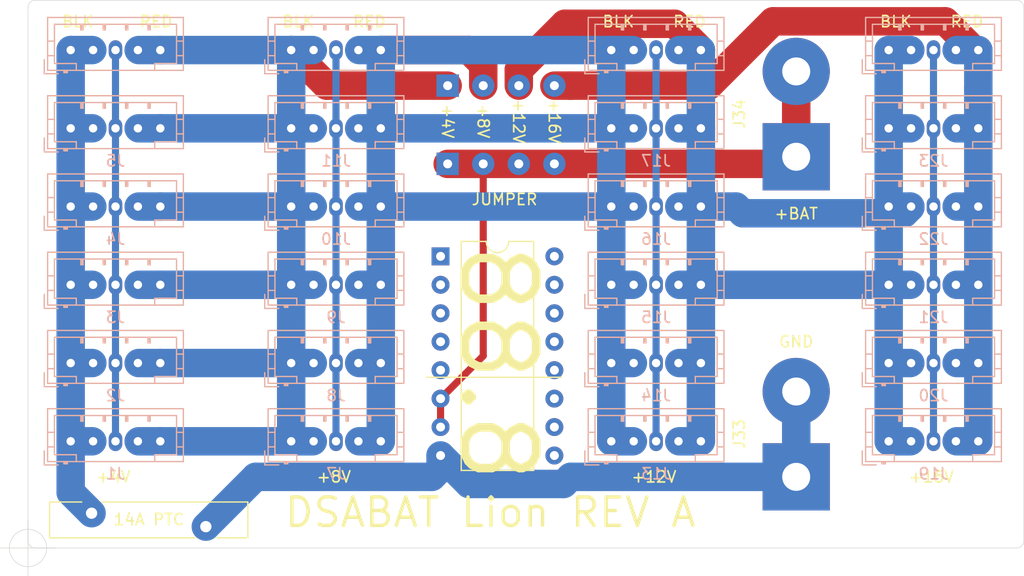
<source format=kicad_pcb>
(kicad_pcb (version 20171130) (host pcbnew "(5.1.5)-3")

  (general
    (thickness 1.6)
    (drawings 34)
    (tracks 103)
    (zones 0)
    (modules 30)
    (nets 12)
  )

  (page A4)
  (layers
    (0 F.Cu signal)
    (31 B.Cu signal)
    (32 B.Adhes user)
    (33 F.Adhes user)
    (34 B.Paste user)
    (35 F.Paste user)
    (36 B.SilkS user)
    (37 F.SilkS user)
    (38 B.Mask user)
    (39 F.Mask user)
    (40 Dwgs.User user hide)
    (41 Cmts.User user)
    (42 Eco1.User user hide)
    (43 Eco2.User user)
    (44 Edge.Cuts user)
    (45 Margin user)
    (46 B.CrtYd user)
    (47 F.CrtYd user)
    (48 B.Fab user hide)
    (49 F.Fab user hide)
  )

  (setup
    (last_trace_width 2.54)
    (user_trace_width 0.635)
    (user_trace_width 1.27)
    (user_trace_width 2.54)
    (trace_clearance 0.2)
    (zone_clearance 0.508)
    (zone_45_only no)
    (trace_min 0.2)
    (via_size 0.8)
    (via_drill 0.4)
    (via_min_size 0.4)
    (via_min_drill 0.3)
    (uvia_size 0.3)
    (uvia_drill 0.1)
    (uvias_allowed no)
    (uvia_min_size 0.2)
    (uvia_min_drill 0.1)
    (edge_width 0.05)
    (segment_width 0.2)
    (pcb_text_width 0.3)
    (pcb_text_size 1.5 1.5)
    (mod_edge_width 0.12)
    (mod_text_size 1 1)
    (mod_text_width 0.15)
    (pad_size 5.99948 5.99948)
    (pad_drill 2.49936)
    (pad_to_mask_clearance 0.051)
    (solder_mask_min_width 0.25)
    (aux_axis_origin 0 0)
    (grid_origin 108.585 129.54)
    (visible_elements FFFFFF7F)
    (pcbplotparams
      (layerselection 0x010ec_ffffffff)
      (usegerberextensions false)
      (usegerberattributes false)
      (usegerberadvancedattributes false)
      (creategerberjobfile false)
      (excludeedgelayer true)
      (linewidth 0.100000)
      (plotframeref false)
      (viasonmask false)
      (mode 1)
      (useauxorigin false)
      (hpglpennumber 1)
      (hpglpenspeed 20)
      (hpglpendiameter 15.000000)
      (psnegative false)
      (psa4output false)
      (plotreference true)
      (plotvalue true)
      (plotinvisibletext false)
      (padsonsilk false)
      (subtractmaskfromsilk false)
      (outputformat 1)
      (mirror false)
      (drillshape 0)
      (scaleselection 1)
      (outputdirectory "dsabatli drill"))
  )

  (net 0 "")
  (net 1 "Net-(J1-Pad4)")
  (net 2 "Net-(J1-Pad3)")
  (net 3 "Net-(F1-Pad2)")
  (net 4 "Net-(J10-Pad4)")
  (net 5 "Net-(J10-Pad3)")
  (net 6 "Net-(J13-Pad4)")
  (net 7 "Net-(J13-Pad3)")
  (net 8 "Net-(J19-Pad4)")
  (net 9 "Net-(J19-Pad3)")
  (net 10 "Net-(J31-Pad1)")
  (net 11 "Net-(F1-Pad1)")

  (net_class Default "This is the default net class."
    (clearance 0.2)
    (trace_width 0.25)
    (via_dia 0.8)
    (via_drill 0.4)
    (uvia_dia 0.3)
    (uvia_drill 0.1)
    (add_net "Net-(F1-Pad1)")
    (add_net "Net-(F1-Pad2)")
    (add_net "Net-(J1-Pad3)")
    (add_net "Net-(J1-Pad4)")
    (add_net "Net-(J10-Pad3)")
    (add_net "Net-(J10-Pad4)")
    (add_net "Net-(J13-Pad3)")
    (add_net "Net-(J13-Pad4)")
    (add_net "Net-(J19-Pad3)")
    (add_net "Net-(J19-Pad4)")
    (add_net "Net-(J31-Pad1)")
  )

  (module Connector_Wire:SolderWirePad_1x04_P3.175mm_Drill0.8mm (layer F.Cu) (tedit 5AEE5FAE) (tstamp 5F1BA41F)
    (at 146.05 95.25)
    (descr "Wire solder connection")
    (tags connector)
    (path /5FB03D86)
    (attr virtual)
    (fp_text reference J31 (at 7.62 -3.81) (layer F.Fab)
      (effects (font (size 1 1) (thickness 0.15)))
    )
    (fp_text value +bus (at 7.62 3.81) (layer F.Fab)
      (effects (font (size 1 1) (thickness 0.15)))
    )
    (fp_line (start 11.02 1.5) (end -1.5 1.5) (layer F.CrtYd) (width 0.05))
    (fp_line (start 11.02 1.5) (end 11.02 -1.5) (layer F.CrtYd) (width 0.05))
    (fp_line (start -1.5 -1.5) (end -1.5 1.5) (layer F.CrtYd) (width 0.05))
    (fp_line (start -1.5 -1.5) (end 11.02 -1.5) (layer F.CrtYd) (width 0.05))
    (fp_text user %R (at 7.62 0) (layer F.Fab)
      (effects (font (size 1 1) (thickness 0.15)))
    )
    (pad 4 thru_hole circle (at 9.525 0) (size 1.99898 1.99898) (drill 0.8001) (layers *.Cu *.Mask)
      (net 10 "Net-(J31-Pad1)"))
    (pad 3 thru_hole circle (at 6.35 0) (size 1.99898 1.99898) (drill 0.8001) (layers *.Cu *.Mask)
      (net 10 "Net-(J31-Pad1)"))
    (pad 2 thru_hole circle (at 3.175 0) (size 1.99898 1.99898) (drill 0.8001) (layers *.Cu *.Mask)
      (net 10 "Net-(J31-Pad1)"))
    (pad 1 thru_hole rect (at 0 0) (size 1.99898 1.99898) (drill 0.8001) (layers *.Cu *.Mask)
      (net 10 "Net-(J31-Pad1)"))
  )

  (module Connector_Wire:SolderWirePad_1x04_P3.175mm_Drill0.8mm (layer F.Cu) (tedit 5AEE5FAE) (tstamp 5F1BA412)
    (at 146.05 88.265)
    (descr "Wire solder connection")
    (tags connector)
    (path /5FB02CEA)
    (attr virtual)
    (fp_text reference J30 (at -1.905 -23.495) (layer F.Fab)
      (effects (font (size 1 1) (thickness 0.15)))
    )
    (fp_text value . (at 7.62 3.81) (layer F.Fab)
      (effects (font (size 1 1) (thickness 0.15)))
    )
    (fp_line (start 11.02 1.5) (end -1.5 1.5) (layer F.CrtYd) (width 0.05))
    (fp_line (start 11.02 1.5) (end 11.02 -1.5) (layer F.CrtYd) (width 0.05))
    (fp_line (start -1.5 -1.5) (end -1.5 1.5) (layer F.CrtYd) (width 0.05))
    (fp_line (start -1.5 -1.5) (end 11.02 -1.5) (layer F.CrtYd) (width 0.05))
    (fp_text user %R (at 7.62 0) (layer F.Fab)
      (effects (font (size 1 1) (thickness 0.15)))
    )
    (pad 4 thru_hole circle (at 9.525 0) (size 1.99898 1.99898) (drill 0.8001) (layers *.Cu *.Mask)
      (net 8 "Net-(J19-Pad4)"))
    (pad 3 thru_hole circle (at 6.35 0) (size 1.99898 1.99898) (drill 0.8001) (layers *.Cu *.Mask)
      (net 6 "Net-(J13-Pad4)"))
    (pad 2 thru_hole circle (at 3.175 0) (size 1.99898 1.99898) (drill 0.8001) (layers *.Cu *.Mask)
      (net 4 "Net-(J10-Pad4)"))
    (pad 1 thru_hole rect (at 0 0) (size 1.99898 1.99898) (drill 0.8001) (layers *.Cu *.Mask)
      (net 1 "Net-(J1-Pad4)"))
  )

  (module Package_DIP:DIP-16_W10.16mm (layer F.Cu) (tedit 5A02E8C5) (tstamp 5F1C44C2)
    (at 145.415 103.505)
    (descr "16-lead though-hole mounted DIP package, row spacing 10.16 mm (400 mils)")
    (tags "THT DIP DIL PDIP 2.54mm 10.16mm 400mil")
    (path /610EB215)
    (fp_text reference U1 (at 5.08 -2.33) (layer F.Fab) hide
      (effects (font (size 1 1) (thickness 0.15)))
    )
    (fp_text value VOLTMETER (at -3.175 31.75 90) (layer F.Fab) hide
      (effects (font (size 1 1) (thickness 0.15)))
    )
    (fp_text user %R (at 5.08 8.89) (layer F.Fab) hide
      (effects (font (size 1 1) (thickness 0.15)))
    )
    (fp_line (start 11.25 -1.55) (end -1.05 -1.55) (layer F.CrtYd) (width 0.05))
    (fp_line (start 11.25 19.3) (end 11.25 -1.55) (layer F.CrtYd) (width 0.05))
    (fp_line (start -1.05 19.3) (end 11.25 19.3) (layer F.CrtYd) (width 0.05))
    (fp_line (start -1.05 -1.55) (end -1.05 19.3) (layer F.CrtYd) (width 0.05))
    (fp_line (start 8.315 -1.33) (end 6.08 -1.33) (layer F.SilkS) (width 0.12))
    (fp_line (start 8.315 19.11) (end 8.315 -1.33) (layer F.SilkS) (width 0.12))
    (fp_line (start 1.845 19.11) (end 8.315 19.11) (layer F.SilkS) (width 0.12))
    (fp_line (start 1.845 -1.33) (end 1.845 19.11) (layer F.SilkS) (width 0.12))
    (fp_line (start 4.08 -1.33) (end 1.845 -1.33) (layer F.SilkS) (width 0.12))
    (fp_line (start 1.905 -0.27) (end 2.905 -1.27) (layer F.Fab) (width 0.1))
    (fp_line (start 1.905 19.05) (end 1.905 -0.27) (layer F.Fab) (width 0.1))
    (fp_line (start 8.255 19.05) (end 1.905 19.05) (layer F.Fab) (width 0.1))
    (fp_line (start 8.255 -1.27) (end 8.255 19.05) (layer F.Fab) (width 0.1))
    (fp_line (start 2.905 -1.27) (end 8.255 -1.27) (layer F.Fab) (width 0.1))
    (fp_arc (start 5.08 -1.33) (end 4.08 -1.33) (angle -180) (layer F.SilkS) (width 0.12))
    (pad 16 thru_hole oval (at 10.16 0) (size 1.6 1.6) (drill 0.8) (layers *.Cu *.Mask))
    (pad 8 thru_hole oval (at 0 17.78) (size 1.6 1.6) (drill 0.8) (layers *.Cu *.Mask)
      (net 11 "Net-(F1-Pad1)"))
    (pad 15 thru_hole oval (at 10.16 2.54) (size 1.6 1.6) (drill 0.8) (layers *.Cu *.Mask))
    (pad 7 thru_hole oval (at 0 15.24) (size 1.6 1.6) (drill 0.8) (layers *.Cu *.Mask)
      (net 10 "Net-(J31-Pad1)"))
    (pad 14 thru_hole oval (at 10.16 5.08) (size 1.6 1.6) (drill 0.8) (layers *.Cu *.Mask))
    (pad 6 thru_hole oval (at 0 12.7) (size 1.6 1.6) (drill 0.8) (layers *.Cu *.Mask)
      (net 10 "Net-(J31-Pad1)"))
    (pad 13 thru_hole oval (at 10.16 7.62) (size 1.6 1.6) (drill 0.8) (layers *.Cu *.Mask))
    (pad 5 thru_hole oval (at 0 10.16) (size 1.6 1.6) (drill 0.8) (layers *.Cu *.Mask))
    (pad 12 thru_hole oval (at 10.16 10.16) (size 1.6 1.6) (drill 0.8) (layers *.Cu *.Mask))
    (pad 4 thru_hole oval (at 0 7.62) (size 1.6 1.6) (drill 0.8) (layers *.Cu *.Mask))
    (pad 11 thru_hole oval (at 10.16 12.7) (size 1.6 1.6) (drill 0.8) (layers *.Cu *.Mask))
    (pad 3 thru_hole oval (at 0 5.08) (size 1.6 1.6) (drill 0.8) (layers *.Cu *.Mask))
    (pad 10 thru_hole oval (at 10.16 15.24) (size 1.6 1.6) (drill 0.8) (layers *.Cu *.Mask))
    (pad 2 thru_hole oval (at 0 2.54) (size 1.6 1.6) (drill 0.8) (layers *.Cu *.Mask))
    (pad 9 thru_hole oval (at 10.16 17.78) (size 1.6 1.6) (drill 0.8) (layers *.Cu *.Mask))
    (pad 1 thru_hole rect (at 0 0) (size 1.6 1.6) (drill 0.8) (layers *.Cu *.Mask))
    (model ${KISYS3DMOD}/Package_DIP.3dshapes/DIP-16_W10.16mm.wrl
      (at (xyz 0 0 0))
      (scale (xyz 1 1 1))
      (rotate (xyz 0 0 0))
    )
  )

  (module Fuse:Fuse_Bourns_MF-RHT1000 (layer F.Cu) (tedit 5B8F0E50) (tstamp 5F1BBA37)
    (at 124.46 127.635 180)
    (descr "PTC Resettable Fuse, Ihold = 10.0A, Itrip=18.5A, http://www.bourns.com/docs/product-datasheets/mfrht.pdf")
    (tags "ptc resettable fuse polyfuse THT")
    (path /5F95FDF9)
    (fp_text reference "14A PTC" (at 5.08 0.635) (layer F.SilkS)
      (effects (font (size 1 1) (thickness 0.15)))
    )
    (fp_text value Polyfuse (at 5.1 3.1) (layer F.Fab)
      (effects (font (size 1 1) (thickness 0.15)))
    )
    (fp_text user %R (at 5.1 0.6) (layer F.Fab)
      (effects (font (size 1 1) (thickness 0.15)))
    )
    (fp_line (start 14.1 -1.15) (end -3.9 -1.15) (layer F.CrtYd) (width 0.05))
    (fp_line (start 14.1 2.35) (end 14.1 -1.15) (layer F.CrtYd) (width 0.05))
    (fp_line (start -3.9 2.35) (end 14.1 2.35) (layer F.CrtYd) (width 0.05))
    (fp_line (start -3.9 -1.15) (end -3.9 2.35) (layer F.CrtYd) (width 0.05))
    (fp_line (start 13.95 -1) (end 13.95 2.2) (layer F.SilkS) (width 0.12))
    (fp_line (start -3.751 -1) (end -3.751 2.2) (layer F.SilkS) (width 0.12))
    (fp_line (start 11.079 2.2) (end 13.95 2.2) (layer F.SilkS) (width 0.12))
    (fp_line (start -3.751 2.2) (end 9.322 2.2) (layer F.SilkS) (width 0.12))
    (fp_line (start 0.879 -1) (end 13.95 -1) (layer F.SilkS) (width 0.12))
    (fp_line (start -3.751 -1) (end -0.879 -1) (layer F.SilkS) (width 0.12))
    (fp_line (start 13.85 -0.9) (end -3.65 -0.9) (layer F.Fab) (width 0.1))
    (fp_line (start 13.85 2.1) (end 13.85 -0.9) (layer F.Fab) (width 0.1))
    (fp_line (start -3.65 2.1) (end 13.85 2.1) (layer F.Fab) (width 0.1))
    (fp_line (start -3.65 -0.9) (end -3.65 2.1) (layer F.Fab) (width 0.1))
    (pad 2 thru_hole circle (at 10.2 1.2 180) (size 2.01 2.01) (drill 1.01) (layers *.Cu *.Mask)
      (net 3 "Net-(F1-Pad2)"))
    (pad 1 thru_hole circle (at 0 0 180) (size 2.01 2.01) (drill 1.01) (layers *.Cu *.Mask)
      (net 11 "Net-(F1-Pad1)"))
    (model ${KISYS3DMOD}/Fuse.3dshapes/Fuse_Bourns_MF-RHT1000.wrl
      (at (xyz 0 0 0))
      (scale (xyz 1 1 1))
      (rotate (xyz 0 0 0))
    )
  )

  (module Connector_Wire:SolderWirePad_1x02_P7.62mm_Drill2.5mm (layer F.Cu) (tedit 5AEE5F2F) (tstamp 5F1BA440)
    (at 177.165 94.615 90)
    (descr "Wire solder connection")
    (tags connector)
    (path /60B52755)
    (attr virtual)
    (fp_text reference J34 (at 3.81 -5.08 90) (layer F.SilkS)
      (effects (font (size 1 1) (thickness 0.15)))
    )
    (fp_text value +BAT (at -5.08 0) (layer F.SilkS)
      (effects (font (size 1 1) (thickness 0.15)))
    )
    (fp_line (start 11.12 3.5) (end -3.5 3.5) (layer F.CrtYd) (width 0.05))
    (fp_line (start 11.12 3.5) (end 11.12 -3.5) (layer F.CrtYd) (width 0.05))
    (fp_line (start -3.5 -3.5) (end -3.5 3.5) (layer F.CrtYd) (width 0.05))
    (fp_line (start -3.5 -3.5) (end 11.12 -3.5) (layer F.CrtYd) (width 0.05))
    (fp_text user %R (at 3.81 0 90) (layer F.Fab)
      (effects (font (size 1 1) (thickness 0.15)))
    )
    (pad 2 thru_hole circle (at 7.62 0 90) (size 5.99948 5.99948) (drill 2.49936) (layers *.Cu *.Mask)
      (net 10 "Net-(J31-Pad1)"))
    (pad 1 thru_hole rect (at 0 0 90) (size 5.99948 5.99948) (drill 2.49936) (layers *.Cu *.Mask)
      (net 10 "Net-(J31-Pad1)"))
  )

  (module Connector_Wire:SolderWirePad_1x02_P7.62mm_Drill2.5mm (layer F.Cu) (tedit 5F1B3EF3) (tstamp 5F1BA435)
    (at 177.165 123.19 90)
    (descr "Wire solder connection")
    (tags connector)
    (path /60B51CC2)
    (attr virtual)
    (fp_text reference J33 (at 3.81 -5.08 90) (layer F.SilkS)
      (effects (font (size 1 1) (thickness 0.15)))
    )
    (fp_text value GND (at 12.065 0 180) (layer F.SilkS)
      (effects (font (size 1 1) (thickness 0.15)))
    )
    (fp_line (start 11.12 3.5) (end -3.5 3.5) (layer F.CrtYd) (width 0.05))
    (fp_line (start 11.12 3.5) (end 11.12 -3.5) (layer F.CrtYd) (width 0.05))
    (fp_line (start -3.5 -3.5) (end -3.5 3.5) (layer F.CrtYd) (width 0.05))
    (fp_line (start -3.5 -3.5) (end 11.12 -3.5) (layer F.CrtYd) (width 0.05))
    (fp_text user %R (at 3.81 0 90) (layer F.Fab)
      (effects (font (size 1 1) (thickness 0.15)))
    )
    (pad 2 thru_hole circle (at 7.62 0 90) (size 5.99948 5.99948) (drill 2.49936) (layers *.Cu *.Mask)
      (net 11 "Net-(F1-Pad1)"))
    (pad 1 thru_hole rect (at 0 0 90) (size 5.99948 5.99948) (drill 2.49936) (layers *.Cu *.Mask)
      (net 11 "Net-(F1-Pad1)"))
  )

  (module Connector_JST:JST_PH_B5B-PH-K_1x05_P2.00mm_Vertical (layer B.Cu) (tedit 5B7745C2) (tstamp 5F1BA405)
    (at 185.42 85.09)
    (descr "JST PH series connector, B5B-PH-K (http://www.jst-mfg.com/product/pdf/eng/ePH.pdf), generated with kicad-footprint-generator")
    (tags "connector JST PH side entry")
    (path /5F3AE969)
    (fp_text reference J24 (at 4 2.9) (layer B.Fab)
      (effects (font (size 1 1) (thickness 0.15)) (justify mirror))
    )
    (fp_text value "JST-PHR 5" (at 4 -4) (layer B.Fab)
      (effects (font (size 1 1) (thickness 0.15)) (justify mirror))
    )
    (fp_text user %R (at 4 -1.5) (layer B.Fab)
      (effects (font (size 1 1) (thickness 0.15)) (justify mirror))
    )
    (fp_line (start 10.45 2.2) (end -2.45 2.2) (layer B.CrtYd) (width 0.05))
    (fp_line (start 10.45 -3.3) (end 10.45 2.2) (layer B.CrtYd) (width 0.05))
    (fp_line (start -2.45 -3.3) (end 10.45 -3.3) (layer B.CrtYd) (width 0.05))
    (fp_line (start -2.45 2.2) (end -2.45 -3.3) (layer B.CrtYd) (width 0.05))
    (fp_line (start 9.95 1.7) (end -1.95 1.7) (layer B.Fab) (width 0.1))
    (fp_line (start 9.95 -2.8) (end 9.95 1.7) (layer B.Fab) (width 0.1))
    (fp_line (start -1.95 -2.8) (end 9.95 -2.8) (layer B.Fab) (width 0.1))
    (fp_line (start -1.95 1.7) (end -1.95 -2.8) (layer B.Fab) (width 0.1))
    (fp_line (start -2.36 2.11) (end -2.36 0.86) (layer B.Fab) (width 0.1))
    (fp_line (start -1.11 2.11) (end -2.36 2.11) (layer B.Fab) (width 0.1))
    (fp_line (start -2.36 2.11) (end -2.36 0.86) (layer B.SilkS) (width 0.12))
    (fp_line (start -1.11 2.11) (end -2.36 2.11) (layer B.SilkS) (width 0.12))
    (fp_line (start 7 -2.3) (end 7 -1.8) (layer B.SilkS) (width 0.12))
    (fp_line (start 7.1 -1.8) (end 7.1 -2.3) (layer B.SilkS) (width 0.12))
    (fp_line (start 6.9 -1.8) (end 7.1 -1.8) (layer B.SilkS) (width 0.12))
    (fp_line (start 6.9 -2.3) (end 6.9 -1.8) (layer B.SilkS) (width 0.12))
    (fp_line (start 5 -2.3) (end 5 -1.8) (layer B.SilkS) (width 0.12))
    (fp_line (start 5.1 -1.8) (end 5.1 -2.3) (layer B.SilkS) (width 0.12))
    (fp_line (start 4.9 -1.8) (end 5.1 -1.8) (layer B.SilkS) (width 0.12))
    (fp_line (start 4.9 -2.3) (end 4.9 -1.8) (layer B.SilkS) (width 0.12))
    (fp_line (start 3 -2.3) (end 3 -1.8) (layer B.SilkS) (width 0.12))
    (fp_line (start 3.1 -1.8) (end 3.1 -2.3) (layer B.SilkS) (width 0.12))
    (fp_line (start 2.9 -1.8) (end 3.1 -1.8) (layer B.SilkS) (width 0.12))
    (fp_line (start 2.9 -2.3) (end 2.9 -1.8) (layer B.SilkS) (width 0.12))
    (fp_line (start 1 -2.3) (end 1 -1.8) (layer B.SilkS) (width 0.12))
    (fp_line (start 1.1 -1.8) (end 1.1 -2.3) (layer B.SilkS) (width 0.12))
    (fp_line (start 0.9 -1.8) (end 1.1 -1.8) (layer B.SilkS) (width 0.12))
    (fp_line (start 0.9 -2.3) (end 0.9 -1.8) (layer B.SilkS) (width 0.12))
    (fp_line (start 10.06 -0.8) (end 9.45 -0.8) (layer B.SilkS) (width 0.12))
    (fp_line (start 10.06 0.5) (end 9.45 0.5) (layer B.SilkS) (width 0.12))
    (fp_line (start -2.06 -0.8) (end -1.45 -0.8) (layer B.SilkS) (width 0.12))
    (fp_line (start -2.06 0.5) (end -1.45 0.5) (layer B.SilkS) (width 0.12))
    (fp_line (start 7.5 1.2) (end 7.5 1.81) (layer B.SilkS) (width 0.12))
    (fp_line (start 9.45 1.2) (end 7.5 1.2) (layer B.SilkS) (width 0.12))
    (fp_line (start 9.45 -2.3) (end 9.45 1.2) (layer B.SilkS) (width 0.12))
    (fp_line (start -1.45 -2.3) (end 9.45 -2.3) (layer B.SilkS) (width 0.12))
    (fp_line (start -1.45 1.2) (end -1.45 -2.3) (layer B.SilkS) (width 0.12))
    (fp_line (start 0.5 1.2) (end -1.45 1.2) (layer B.SilkS) (width 0.12))
    (fp_line (start 0.5 1.81) (end 0.5 1.2) (layer B.SilkS) (width 0.12))
    (fp_line (start -0.3 1.91) (end -0.6 1.91) (layer B.SilkS) (width 0.12))
    (fp_line (start -0.6 2.01) (end -0.6 1.81) (layer B.SilkS) (width 0.12))
    (fp_line (start -0.3 2.01) (end -0.6 2.01) (layer B.SilkS) (width 0.12))
    (fp_line (start -0.3 1.81) (end -0.3 2.01) (layer B.SilkS) (width 0.12))
    (fp_line (start 10.06 1.81) (end -2.06 1.81) (layer B.SilkS) (width 0.12))
    (fp_line (start 10.06 -2.91) (end 10.06 1.81) (layer B.SilkS) (width 0.12))
    (fp_line (start -2.06 -2.91) (end 10.06 -2.91) (layer B.SilkS) (width 0.12))
    (fp_line (start -2.06 1.81) (end -2.06 -2.91) (layer B.SilkS) (width 0.12))
    (pad 5 thru_hole oval (at 8 0) (size 1.2 1.75) (drill 0.75) (layers *.Cu *.Mask)
      (net 8 "Net-(J19-Pad4)"))
    (pad 4 thru_hole oval (at 6 0) (size 1.2 1.75) (drill 0.75) (layers *.Cu *.Mask)
      (net 8 "Net-(J19-Pad4)"))
    (pad 3 thru_hole oval (at 4 0) (size 1.2 1.75) (drill 0.75) (layers *.Cu *.Mask)
      (net 9 "Net-(J19-Pad3)"))
    (pad 2 thru_hole oval (at 2 0) (size 1.2 1.75) (drill 0.75) (layers *.Cu *.Mask)
      (net 6 "Net-(J13-Pad4)"))
    (pad 1 thru_hole roundrect (at 0 0) (size 1.2 1.75) (drill 0.75) (layers *.Cu *.Mask) (roundrect_rratio 0.208333)
      (net 6 "Net-(J13-Pad4)"))
    (model ${KISYS3DMOD}/Connector_JST.3dshapes/JST_PH_B5B-PH-K_1x05_P2.00mm_Vertical.wrl
      (at (xyz 0 0 0))
      (scale (xyz 1 1 1))
      (rotate (xyz 0 0 0))
    )
  )

  (module Connector_JST:JST_PH_B5B-PH-K_1x05_P2.00mm_Vertical (layer B.Cu) (tedit 5B7745C2) (tstamp 5F1BA3CC)
    (at 185.42 92.075)
    (descr "JST PH series connector, B5B-PH-K (http://www.jst-mfg.com/product/pdf/eng/ePH.pdf), generated with kicad-footprint-generator")
    (tags "connector JST PH side entry")
    (path /5F392E19)
    (fp_text reference J23 (at 4 2.9) (layer B.SilkS)
      (effects (font (size 1 1) (thickness 0.15)) (justify mirror))
    )
    (fp_text value "JST-PHR 5" (at 4 -4) (layer B.Fab)
      (effects (font (size 1 1) (thickness 0.15)) (justify mirror))
    )
    (fp_text user %R (at 4 -1.5) (layer B.Fab)
      (effects (font (size 1 1) (thickness 0.15)) (justify mirror))
    )
    (fp_line (start 10.45 2.2) (end -2.45 2.2) (layer B.CrtYd) (width 0.05))
    (fp_line (start 10.45 -3.3) (end 10.45 2.2) (layer B.CrtYd) (width 0.05))
    (fp_line (start -2.45 -3.3) (end 10.45 -3.3) (layer B.CrtYd) (width 0.05))
    (fp_line (start -2.45 2.2) (end -2.45 -3.3) (layer B.CrtYd) (width 0.05))
    (fp_line (start 9.95 1.7) (end -1.95 1.7) (layer B.Fab) (width 0.1))
    (fp_line (start 9.95 -2.8) (end 9.95 1.7) (layer B.Fab) (width 0.1))
    (fp_line (start -1.95 -2.8) (end 9.95 -2.8) (layer B.Fab) (width 0.1))
    (fp_line (start -1.95 1.7) (end -1.95 -2.8) (layer B.Fab) (width 0.1))
    (fp_line (start -2.36 2.11) (end -2.36 0.86) (layer B.Fab) (width 0.1))
    (fp_line (start -1.11 2.11) (end -2.36 2.11) (layer B.Fab) (width 0.1))
    (fp_line (start -2.36 2.11) (end -2.36 0.86) (layer B.SilkS) (width 0.12))
    (fp_line (start -1.11 2.11) (end -2.36 2.11) (layer B.SilkS) (width 0.12))
    (fp_line (start 7 -2.3) (end 7 -1.8) (layer B.SilkS) (width 0.12))
    (fp_line (start 7.1 -1.8) (end 7.1 -2.3) (layer B.SilkS) (width 0.12))
    (fp_line (start 6.9 -1.8) (end 7.1 -1.8) (layer B.SilkS) (width 0.12))
    (fp_line (start 6.9 -2.3) (end 6.9 -1.8) (layer B.SilkS) (width 0.12))
    (fp_line (start 5 -2.3) (end 5 -1.8) (layer B.SilkS) (width 0.12))
    (fp_line (start 5.1 -1.8) (end 5.1 -2.3) (layer B.SilkS) (width 0.12))
    (fp_line (start 4.9 -1.8) (end 5.1 -1.8) (layer B.SilkS) (width 0.12))
    (fp_line (start 4.9 -2.3) (end 4.9 -1.8) (layer B.SilkS) (width 0.12))
    (fp_line (start 3 -2.3) (end 3 -1.8) (layer B.SilkS) (width 0.12))
    (fp_line (start 3.1 -1.8) (end 3.1 -2.3) (layer B.SilkS) (width 0.12))
    (fp_line (start 2.9 -1.8) (end 3.1 -1.8) (layer B.SilkS) (width 0.12))
    (fp_line (start 2.9 -2.3) (end 2.9 -1.8) (layer B.SilkS) (width 0.12))
    (fp_line (start 1 -2.3) (end 1 -1.8) (layer B.SilkS) (width 0.12))
    (fp_line (start 1.1 -1.8) (end 1.1 -2.3) (layer B.SilkS) (width 0.12))
    (fp_line (start 0.9 -1.8) (end 1.1 -1.8) (layer B.SilkS) (width 0.12))
    (fp_line (start 0.9 -2.3) (end 0.9 -1.8) (layer B.SilkS) (width 0.12))
    (fp_line (start 10.06 -0.8) (end 9.45 -0.8) (layer B.SilkS) (width 0.12))
    (fp_line (start 10.06 0.5) (end 9.45 0.5) (layer B.SilkS) (width 0.12))
    (fp_line (start -2.06 -0.8) (end -1.45 -0.8) (layer B.SilkS) (width 0.12))
    (fp_line (start -2.06 0.5) (end -1.45 0.5) (layer B.SilkS) (width 0.12))
    (fp_line (start 7.5 1.2) (end 7.5 1.81) (layer B.SilkS) (width 0.12))
    (fp_line (start 9.45 1.2) (end 7.5 1.2) (layer B.SilkS) (width 0.12))
    (fp_line (start 9.45 -2.3) (end 9.45 1.2) (layer B.SilkS) (width 0.12))
    (fp_line (start -1.45 -2.3) (end 9.45 -2.3) (layer B.SilkS) (width 0.12))
    (fp_line (start -1.45 1.2) (end -1.45 -2.3) (layer B.SilkS) (width 0.12))
    (fp_line (start 0.5 1.2) (end -1.45 1.2) (layer B.SilkS) (width 0.12))
    (fp_line (start 0.5 1.81) (end 0.5 1.2) (layer B.SilkS) (width 0.12))
    (fp_line (start -0.3 1.91) (end -0.6 1.91) (layer B.SilkS) (width 0.12))
    (fp_line (start -0.6 2.01) (end -0.6 1.81) (layer B.SilkS) (width 0.12))
    (fp_line (start -0.3 2.01) (end -0.6 2.01) (layer B.SilkS) (width 0.12))
    (fp_line (start -0.3 1.81) (end -0.3 2.01) (layer B.SilkS) (width 0.12))
    (fp_line (start 10.06 1.81) (end -2.06 1.81) (layer B.SilkS) (width 0.12))
    (fp_line (start 10.06 -2.91) (end 10.06 1.81) (layer B.SilkS) (width 0.12))
    (fp_line (start -2.06 -2.91) (end 10.06 -2.91) (layer B.SilkS) (width 0.12))
    (fp_line (start -2.06 1.81) (end -2.06 -2.91) (layer B.SilkS) (width 0.12))
    (pad 5 thru_hole oval (at 8 0) (size 1.2 1.75) (drill 0.75) (layers *.Cu *.Mask)
      (net 8 "Net-(J19-Pad4)"))
    (pad 4 thru_hole oval (at 6 0) (size 1.2 1.75) (drill 0.75) (layers *.Cu *.Mask)
      (net 8 "Net-(J19-Pad4)"))
    (pad 3 thru_hole oval (at 4 0) (size 1.2 1.75) (drill 0.75) (layers *.Cu *.Mask)
      (net 9 "Net-(J19-Pad3)"))
    (pad 2 thru_hole oval (at 2 0) (size 1.2 1.75) (drill 0.75) (layers *.Cu *.Mask)
      (net 6 "Net-(J13-Pad4)"))
    (pad 1 thru_hole roundrect (at 0 0) (size 1.2 1.75) (drill 0.75) (layers *.Cu *.Mask) (roundrect_rratio 0.208333)
      (net 6 "Net-(J13-Pad4)"))
    (model ${KISYS3DMOD}/Connector_JST.3dshapes/JST_PH_B5B-PH-K_1x05_P2.00mm_Vertical.wrl
      (at (xyz 0 0 0))
      (scale (xyz 1 1 1))
      (rotate (xyz 0 0 0))
    )
  )

  (module Connector_JST:JST_PH_B5B-PH-K_1x05_P2.00mm_Vertical (layer B.Cu) (tedit 5B7745C2) (tstamp 5F1BA393)
    (at 185.42 99.06)
    (descr "JST PH series connector, B5B-PH-K (http://www.jst-mfg.com/product/pdf/eng/ePH.pdf), generated with kicad-footprint-generator")
    (tags "connector JST PH side entry")
    (path /5F1B94D8)
    (fp_text reference J22 (at 4 2.9) (layer B.SilkS)
      (effects (font (size 1 1) (thickness 0.15)) (justify mirror))
    )
    (fp_text value "JST-PHR 5" (at 4 -4) (layer B.Fab)
      (effects (font (size 1 1) (thickness 0.15)) (justify mirror))
    )
    (fp_text user %R (at 4 -1.5) (layer B.Fab)
      (effects (font (size 1 1) (thickness 0.15)) (justify mirror))
    )
    (fp_line (start 10.45 2.2) (end -2.45 2.2) (layer B.CrtYd) (width 0.05))
    (fp_line (start 10.45 -3.3) (end 10.45 2.2) (layer B.CrtYd) (width 0.05))
    (fp_line (start -2.45 -3.3) (end 10.45 -3.3) (layer B.CrtYd) (width 0.05))
    (fp_line (start -2.45 2.2) (end -2.45 -3.3) (layer B.CrtYd) (width 0.05))
    (fp_line (start 9.95 1.7) (end -1.95 1.7) (layer B.Fab) (width 0.1))
    (fp_line (start 9.95 -2.8) (end 9.95 1.7) (layer B.Fab) (width 0.1))
    (fp_line (start -1.95 -2.8) (end 9.95 -2.8) (layer B.Fab) (width 0.1))
    (fp_line (start -1.95 1.7) (end -1.95 -2.8) (layer B.Fab) (width 0.1))
    (fp_line (start -2.36 2.11) (end -2.36 0.86) (layer B.Fab) (width 0.1))
    (fp_line (start -1.11 2.11) (end -2.36 2.11) (layer B.Fab) (width 0.1))
    (fp_line (start -2.36 2.11) (end -2.36 0.86) (layer B.SilkS) (width 0.12))
    (fp_line (start -1.11 2.11) (end -2.36 2.11) (layer B.SilkS) (width 0.12))
    (fp_line (start 7 -2.3) (end 7 -1.8) (layer B.SilkS) (width 0.12))
    (fp_line (start 7.1 -1.8) (end 7.1 -2.3) (layer B.SilkS) (width 0.12))
    (fp_line (start 6.9 -1.8) (end 7.1 -1.8) (layer B.SilkS) (width 0.12))
    (fp_line (start 6.9 -2.3) (end 6.9 -1.8) (layer B.SilkS) (width 0.12))
    (fp_line (start 5 -2.3) (end 5 -1.8) (layer B.SilkS) (width 0.12))
    (fp_line (start 5.1 -1.8) (end 5.1 -2.3) (layer B.SilkS) (width 0.12))
    (fp_line (start 4.9 -1.8) (end 5.1 -1.8) (layer B.SilkS) (width 0.12))
    (fp_line (start 4.9 -2.3) (end 4.9 -1.8) (layer B.SilkS) (width 0.12))
    (fp_line (start 3 -2.3) (end 3 -1.8) (layer B.SilkS) (width 0.12))
    (fp_line (start 3.1 -1.8) (end 3.1 -2.3) (layer B.SilkS) (width 0.12))
    (fp_line (start 2.9 -1.8) (end 3.1 -1.8) (layer B.SilkS) (width 0.12))
    (fp_line (start 2.9 -2.3) (end 2.9 -1.8) (layer B.SilkS) (width 0.12))
    (fp_line (start 1 -2.3) (end 1 -1.8) (layer B.SilkS) (width 0.12))
    (fp_line (start 1.1 -1.8) (end 1.1 -2.3) (layer B.SilkS) (width 0.12))
    (fp_line (start 0.9 -1.8) (end 1.1 -1.8) (layer B.SilkS) (width 0.12))
    (fp_line (start 0.9 -2.3) (end 0.9 -1.8) (layer B.SilkS) (width 0.12))
    (fp_line (start 10.06 -0.8) (end 9.45 -0.8) (layer B.SilkS) (width 0.12))
    (fp_line (start 10.06 0.5) (end 9.45 0.5) (layer B.SilkS) (width 0.12))
    (fp_line (start -2.06 -0.8) (end -1.45 -0.8) (layer B.SilkS) (width 0.12))
    (fp_line (start -2.06 0.5) (end -1.45 0.5) (layer B.SilkS) (width 0.12))
    (fp_line (start 7.5 1.2) (end 7.5 1.81) (layer B.SilkS) (width 0.12))
    (fp_line (start 9.45 1.2) (end 7.5 1.2) (layer B.SilkS) (width 0.12))
    (fp_line (start 9.45 -2.3) (end 9.45 1.2) (layer B.SilkS) (width 0.12))
    (fp_line (start -1.45 -2.3) (end 9.45 -2.3) (layer B.SilkS) (width 0.12))
    (fp_line (start -1.45 1.2) (end -1.45 -2.3) (layer B.SilkS) (width 0.12))
    (fp_line (start 0.5 1.2) (end -1.45 1.2) (layer B.SilkS) (width 0.12))
    (fp_line (start 0.5 1.81) (end 0.5 1.2) (layer B.SilkS) (width 0.12))
    (fp_line (start -0.3 1.91) (end -0.6 1.91) (layer B.SilkS) (width 0.12))
    (fp_line (start -0.6 2.01) (end -0.6 1.81) (layer B.SilkS) (width 0.12))
    (fp_line (start -0.3 2.01) (end -0.6 2.01) (layer B.SilkS) (width 0.12))
    (fp_line (start -0.3 1.81) (end -0.3 2.01) (layer B.SilkS) (width 0.12))
    (fp_line (start 10.06 1.81) (end -2.06 1.81) (layer B.SilkS) (width 0.12))
    (fp_line (start 10.06 -2.91) (end 10.06 1.81) (layer B.SilkS) (width 0.12))
    (fp_line (start -2.06 -2.91) (end 10.06 -2.91) (layer B.SilkS) (width 0.12))
    (fp_line (start -2.06 1.81) (end -2.06 -2.91) (layer B.SilkS) (width 0.12))
    (pad 5 thru_hole oval (at 8 0) (size 1.2 1.75) (drill 0.75) (layers *.Cu *.Mask)
      (net 8 "Net-(J19-Pad4)"))
    (pad 4 thru_hole oval (at 6 0) (size 1.2 1.75) (drill 0.75) (layers *.Cu *.Mask)
      (net 8 "Net-(J19-Pad4)"))
    (pad 3 thru_hole oval (at 4 0) (size 1.2 1.75) (drill 0.75) (layers *.Cu *.Mask)
      (net 9 "Net-(J19-Pad3)"))
    (pad 2 thru_hole oval (at 2 0) (size 1.2 1.75) (drill 0.75) (layers *.Cu *.Mask)
      (net 6 "Net-(J13-Pad4)"))
    (pad 1 thru_hole roundrect (at 0 0) (size 1.2 1.75) (drill 0.75) (layers *.Cu *.Mask) (roundrect_rratio 0.208333)
      (net 6 "Net-(J13-Pad4)"))
    (model ${KISYS3DMOD}/Connector_JST.3dshapes/JST_PH_B5B-PH-K_1x05_P2.00mm_Vertical.wrl
      (at (xyz 0 0 0))
      (scale (xyz 1 1 1))
      (rotate (xyz 0 0 0))
    )
  )

  (module Connector_JST:JST_PH_B5B-PH-K_1x05_P2.00mm_Vertical (layer B.Cu) (tedit 5B7745C2) (tstamp 5F1BA35A)
    (at 185.42 106.045)
    (descr "JST PH series connector, B5B-PH-K (http://www.jst-mfg.com/product/pdf/eng/ePH.pdf), generated with kicad-footprint-generator")
    (tags "connector JST PH side entry")
    (path /5F1B8D54)
    (fp_text reference J21 (at 4 2.9) (layer B.SilkS)
      (effects (font (size 1 1) (thickness 0.15)) (justify mirror))
    )
    (fp_text value "JST-PHR 5" (at 4 -4) (layer B.Fab)
      (effects (font (size 1 1) (thickness 0.15)) (justify mirror))
    )
    (fp_text user %R (at 4 -1.5) (layer B.Fab)
      (effects (font (size 1 1) (thickness 0.15)) (justify mirror))
    )
    (fp_line (start 10.45 2.2) (end -2.45 2.2) (layer B.CrtYd) (width 0.05))
    (fp_line (start 10.45 -3.3) (end 10.45 2.2) (layer B.CrtYd) (width 0.05))
    (fp_line (start -2.45 -3.3) (end 10.45 -3.3) (layer B.CrtYd) (width 0.05))
    (fp_line (start -2.45 2.2) (end -2.45 -3.3) (layer B.CrtYd) (width 0.05))
    (fp_line (start 9.95 1.7) (end -1.95 1.7) (layer B.Fab) (width 0.1))
    (fp_line (start 9.95 -2.8) (end 9.95 1.7) (layer B.Fab) (width 0.1))
    (fp_line (start -1.95 -2.8) (end 9.95 -2.8) (layer B.Fab) (width 0.1))
    (fp_line (start -1.95 1.7) (end -1.95 -2.8) (layer B.Fab) (width 0.1))
    (fp_line (start -2.36 2.11) (end -2.36 0.86) (layer B.Fab) (width 0.1))
    (fp_line (start -1.11 2.11) (end -2.36 2.11) (layer B.Fab) (width 0.1))
    (fp_line (start -2.36 2.11) (end -2.36 0.86) (layer B.SilkS) (width 0.12))
    (fp_line (start -1.11 2.11) (end -2.36 2.11) (layer B.SilkS) (width 0.12))
    (fp_line (start 7 -2.3) (end 7 -1.8) (layer B.SilkS) (width 0.12))
    (fp_line (start 7.1 -1.8) (end 7.1 -2.3) (layer B.SilkS) (width 0.12))
    (fp_line (start 6.9 -1.8) (end 7.1 -1.8) (layer B.SilkS) (width 0.12))
    (fp_line (start 6.9 -2.3) (end 6.9 -1.8) (layer B.SilkS) (width 0.12))
    (fp_line (start 5 -2.3) (end 5 -1.8) (layer B.SilkS) (width 0.12))
    (fp_line (start 5.1 -1.8) (end 5.1 -2.3) (layer B.SilkS) (width 0.12))
    (fp_line (start 4.9 -1.8) (end 5.1 -1.8) (layer B.SilkS) (width 0.12))
    (fp_line (start 4.9 -2.3) (end 4.9 -1.8) (layer B.SilkS) (width 0.12))
    (fp_line (start 3 -2.3) (end 3 -1.8) (layer B.SilkS) (width 0.12))
    (fp_line (start 3.1 -1.8) (end 3.1 -2.3) (layer B.SilkS) (width 0.12))
    (fp_line (start 2.9 -1.8) (end 3.1 -1.8) (layer B.SilkS) (width 0.12))
    (fp_line (start 2.9 -2.3) (end 2.9 -1.8) (layer B.SilkS) (width 0.12))
    (fp_line (start 1 -2.3) (end 1 -1.8) (layer B.SilkS) (width 0.12))
    (fp_line (start 1.1 -1.8) (end 1.1 -2.3) (layer B.SilkS) (width 0.12))
    (fp_line (start 0.9 -1.8) (end 1.1 -1.8) (layer B.SilkS) (width 0.12))
    (fp_line (start 0.9 -2.3) (end 0.9 -1.8) (layer B.SilkS) (width 0.12))
    (fp_line (start 10.06 -0.8) (end 9.45 -0.8) (layer B.SilkS) (width 0.12))
    (fp_line (start 10.06 0.5) (end 9.45 0.5) (layer B.SilkS) (width 0.12))
    (fp_line (start -2.06 -0.8) (end -1.45 -0.8) (layer B.SilkS) (width 0.12))
    (fp_line (start -2.06 0.5) (end -1.45 0.5) (layer B.SilkS) (width 0.12))
    (fp_line (start 7.5 1.2) (end 7.5 1.81) (layer B.SilkS) (width 0.12))
    (fp_line (start 9.45 1.2) (end 7.5 1.2) (layer B.SilkS) (width 0.12))
    (fp_line (start 9.45 -2.3) (end 9.45 1.2) (layer B.SilkS) (width 0.12))
    (fp_line (start -1.45 -2.3) (end 9.45 -2.3) (layer B.SilkS) (width 0.12))
    (fp_line (start -1.45 1.2) (end -1.45 -2.3) (layer B.SilkS) (width 0.12))
    (fp_line (start 0.5 1.2) (end -1.45 1.2) (layer B.SilkS) (width 0.12))
    (fp_line (start 0.5 1.81) (end 0.5 1.2) (layer B.SilkS) (width 0.12))
    (fp_line (start -0.3 1.91) (end -0.6 1.91) (layer B.SilkS) (width 0.12))
    (fp_line (start -0.6 2.01) (end -0.6 1.81) (layer B.SilkS) (width 0.12))
    (fp_line (start -0.3 2.01) (end -0.6 2.01) (layer B.SilkS) (width 0.12))
    (fp_line (start -0.3 1.81) (end -0.3 2.01) (layer B.SilkS) (width 0.12))
    (fp_line (start 10.06 1.81) (end -2.06 1.81) (layer B.SilkS) (width 0.12))
    (fp_line (start 10.06 -2.91) (end 10.06 1.81) (layer B.SilkS) (width 0.12))
    (fp_line (start -2.06 -2.91) (end 10.06 -2.91) (layer B.SilkS) (width 0.12))
    (fp_line (start -2.06 1.81) (end -2.06 -2.91) (layer B.SilkS) (width 0.12))
    (pad 5 thru_hole oval (at 8 0) (size 1.2 1.75) (drill 0.75) (layers *.Cu *.Mask)
      (net 8 "Net-(J19-Pad4)"))
    (pad 4 thru_hole oval (at 6 0) (size 1.2 1.75) (drill 0.75) (layers *.Cu *.Mask)
      (net 8 "Net-(J19-Pad4)"))
    (pad 3 thru_hole oval (at 4 0) (size 1.2 1.75) (drill 0.75) (layers *.Cu *.Mask)
      (net 9 "Net-(J19-Pad3)"))
    (pad 2 thru_hole oval (at 2 0) (size 1.2 1.75) (drill 0.75) (layers *.Cu *.Mask)
      (net 6 "Net-(J13-Pad4)"))
    (pad 1 thru_hole roundrect (at 0 0) (size 1.2 1.75) (drill 0.75) (layers *.Cu *.Mask) (roundrect_rratio 0.208333)
      (net 6 "Net-(J13-Pad4)"))
    (model ${KISYS3DMOD}/Connector_JST.3dshapes/JST_PH_B5B-PH-K_1x05_P2.00mm_Vertical.wrl
      (at (xyz 0 0 0))
      (scale (xyz 1 1 1))
      (rotate (xyz 0 0 0))
    )
  )

  (module Connector_JST:JST_PH_B5B-PH-K_1x05_P2.00mm_Vertical (layer B.Cu) (tedit 5B7745C2) (tstamp 5F1BA321)
    (at 185.42 113.03)
    (descr "JST PH series connector, B5B-PH-K (http://www.jst-mfg.com/product/pdf/eng/ePH.pdf), generated with kicad-footprint-generator")
    (tags "connector JST PH side entry")
    (path /5F1B840B)
    (fp_text reference J20 (at 4 2.9) (layer B.SilkS)
      (effects (font (size 1 1) (thickness 0.15)) (justify mirror))
    )
    (fp_text value "JST-PHR 5" (at 4 -4) (layer B.Fab)
      (effects (font (size 1 1) (thickness 0.15)) (justify mirror))
    )
    (fp_text user %R (at 4 -1.5) (layer B.Fab)
      (effects (font (size 1 1) (thickness 0.15)) (justify mirror))
    )
    (fp_line (start 10.45 2.2) (end -2.45 2.2) (layer B.CrtYd) (width 0.05))
    (fp_line (start 10.45 -3.3) (end 10.45 2.2) (layer B.CrtYd) (width 0.05))
    (fp_line (start -2.45 -3.3) (end 10.45 -3.3) (layer B.CrtYd) (width 0.05))
    (fp_line (start -2.45 2.2) (end -2.45 -3.3) (layer B.CrtYd) (width 0.05))
    (fp_line (start 9.95 1.7) (end -1.95 1.7) (layer B.Fab) (width 0.1))
    (fp_line (start 9.95 -2.8) (end 9.95 1.7) (layer B.Fab) (width 0.1))
    (fp_line (start -1.95 -2.8) (end 9.95 -2.8) (layer B.Fab) (width 0.1))
    (fp_line (start -1.95 1.7) (end -1.95 -2.8) (layer B.Fab) (width 0.1))
    (fp_line (start -2.36 2.11) (end -2.36 0.86) (layer B.Fab) (width 0.1))
    (fp_line (start -1.11 2.11) (end -2.36 2.11) (layer B.Fab) (width 0.1))
    (fp_line (start -2.36 2.11) (end -2.36 0.86) (layer B.SilkS) (width 0.12))
    (fp_line (start -1.11 2.11) (end -2.36 2.11) (layer B.SilkS) (width 0.12))
    (fp_line (start 7 -2.3) (end 7 -1.8) (layer B.SilkS) (width 0.12))
    (fp_line (start 7.1 -1.8) (end 7.1 -2.3) (layer B.SilkS) (width 0.12))
    (fp_line (start 6.9 -1.8) (end 7.1 -1.8) (layer B.SilkS) (width 0.12))
    (fp_line (start 6.9 -2.3) (end 6.9 -1.8) (layer B.SilkS) (width 0.12))
    (fp_line (start 5 -2.3) (end 5 -1.8) (layer B.SilkS) (width 0.12))
    (fp_line (start 5.1 -1.8) (end 5.1 -2.3) (layer B.SilkS) (width 0.12))
    (fp_line (start 4.9 -1.8) (end 5.1 -1.8) (layer B.SilkS) (width 0.12))
    (fp_line (start 4.9 -2.3) (end 4.9 -1.8) (layer B.SilkS) (width 0.12))
    (fp_line (start 3 -2.3) (end 3 -1.8) (layer B.SilkS) (width 0.12))
    (fp_line (start 3.1 -1.8) (end 3.1 -2.3) (layer B.SilkS) (width 0.12))
    (fp_line (start 2.9 -1.8) (end 3.1 -1.8) (layer B.SilkS) (width 0.12))
    (fp_line (start 2.9 -2.3) (end 2.9 -1.8) (layer B.SilkS) (width 0.12))
    (fp_line (start 1 -2.3) (end 1 -1.8) (layer B.SilkS) (width 0.12))
    (fp_line (start 1.1 -1.8) (end 1.1 -2.3) (layer B.SilkS) (width 0.12))
    (fp_line (start 0.9 -1.8) (end 1.1 -1.8) (layer B.SilkS) (width 0.12))
    (fp_line (start 0.9 -2.3) (end 0.9 -1.8) (layer B.SilkS) (width 0.12))
    (fp_line (start 10.06 -0.8) (end 9.45 -0.8) (layer B.SilkS) (width 0.12))
    (fp_line (start 10.06 0.5) (end 9.45 0.5) (layer B.SilkS) (width 0.12))
    (fp_line (start -2.06 -0.8) (end -1.45 -0.8) (layer B.SilkS) (width 0.12))
    (fp_line (start -2.06 0.5) (end -1.45 0.5) (layer B.SilkS) (width 0.12))
    (fp_line (start 7.5 1.2) (end 7.5 1.81) (layer B.SilkS) (width 0.12))
    (fp_line (start 9.45 1.2) (end 7.5 1.2) (layer B.SilkS) (width 0.12))
    (fp_line (start 9.45 -2.3) (end 9.45 1.2) (layer B.SilkS) (width 0.12))
    (fp_line (start -1.45 -2.3) (end 9.45 -2.3) (layer B.SilkS) (width 0.12))
    (fp_line (start -1.45 1.2) (end -1.45 -2.3) (layer B.SilkS) (width 0.12))
    (fp_line (start 0.5 1.2) (end -1.45 1.2) (layer B.SilkS) (width 0.12))
    (fp_line (start 0.5 1.81) (end 0.5 1.2) (layer B.SilkS) (width 0.12))
    (fp_line (start -0.3 1.91) (end -0.6 1.91) (layer B.SilkS) (width 0.12))
    (fp_line (start -0.6 2.01) (end -0.6 1.81) (layer B.SilkS) (width 0.12))
    (fp_line (start -0.3 2.01) (end -0.6 2.01) (layer B.SilkS) (width 0.12))
    (fp_line (start -0.3 1.81) (end -0.3 2.01) (layer B.SilkS) (width 0.12))
    (fp_line (start 10.06 1.81) (end -2.06 1.81) (layer B.SilkS) (width 0.12))
    (fp_line (start 10.06 -2.91) (end 10.06 1.81) (layer B.SilkS) (width 0.12))
    (fp_line (start -2.06 -2.91) (end 10.06 -2.91) (layer B.SilkS) (width 0.12))
    (fp_line (start -2.06 1.81) (end -2.06 -2.91) (layer B.SilkS) (width 0.12))
    (pad 5 thru_hole oval (at 8 0) (size 1.2 1.75) (drill 0.75) (layers *.Cu *.Mask)
      (net 8 "Net-(J19-Pad4)"))
    (pad 4 thru_hole oval (at 6 0) (size 1.2 1.75) (drill 0.75) (layers *.Cu *.Mask)
      (net 8 "Net-(J19-Pad4)"))
    (pad 3 thru_hole oval (at 4 0) (size 1.2 1.75) (drill 0.75) (layers *.Cu *.Mask)
      (net 9 "Net-(J19-Pad3)"))
    (pad 2 thru_hole oval (at 2 0) (size 1.2 1.75) (drill 0.75) (layers *.Cu *.Mask)
      (net 6 "Net-(J13-Pad4)"))
    (pad 1 thru_hole roundrect (at 0 0) (size 1.2 1.75) (drill 0.75) (layers *.Cu *.Mask) (roundrect_rratio 0.208333)
      (net 6 "Net-(J13-Pad4)"))
    (model ${KISYS3DMOD}/Connector_JST.3dshapes/JST_PH_B5B-PH-K_1x05_P2.00mm_Vertical.wrl
      (at (xyz 0 0 0))
      (scale (xyz 1 1 1))
      (rotate (xyz 0 0 0))
    )
  )

  (module Connector_JST:JST_PH_B5B-PH-K_1x05_P2.00mm_Vertical (layer B.Cu) (tedit 5B7745C2) (tstamp 5F1BA2E8)
    (at 185.42 120.015)
    (descr "JST PH series connector, B5B-PH-K (http://www.jst-mfg.com/product/pdf/eng/ePH.pdf), generated with kicad-footprint-generator")
    (tags "connector JST PH side entry")
    (path /5F1B7D9A)
    (fp_text reference J19 (at 4 2.9) (layer B.SilkS)
      (effects (font (size 1 1) (thickness 0.15)) (justify mirror))
    )
    (fp_text value "JST-PHR 5" (at 4 -4) (layer B.Fab)
      (effects (font (size 1 1) (thickness 0.15)) (justify mirror))
    )
    (fp_text user %R (at 4 -1.5) (layer B.Fab)
      (effects (font (size 1 1) (thickness 0.15)) (justify mirror))
    )
    (fp_line (start 10.45 2.2) (end -2.45 2.2) (layer B.CrtYd) (width 0.05))
    (fp_line (start 10.45 -3.3) (end 10.45 2.2) (layer B.CrtYd) (width 0.05))
    (fp_line (start -2.45 -3.3) (end 10.45 -3.3) (layer B.CrtYd) (width 0.05))
    (fp_line (start -2.45 2.2) (end -2.45 -3.3) (layer B.CrtYd) (width 0.05))
    (fp_line (start 9.95 1.7) (end -1.95 1.7) (layer B.Fab) (width 0.1))
    (fp_line (start 9.95 -2.8) (end 9.95 1.7) (layer B.Fab) (width 0.1))
    (fp_line (start -1.95 -2.8) (end 9.95 -2.8) (layer B.Fab) (width 0.1))
    (fp_line (start -1.95 1.7) (end -1.95 -2.8) (layer B.Fab) (width 0.1))
    (fp_line (start -2.36 2.11) (end -2.36 0.86) (layer B.Fab) (width 0.1))
    (fp_line (start -1.11 2.11) (end -2.36 2.11) (layer B.Fab) (width 0.1))
    (fp_line (start -2.36 2.11) (end -2.36 0.86) (layer B.SilkS) (width 0.12))
    (fp_line (start -1.11 2.11) (end -2.36 2.11) (layer B.SilkS) (width 0.12))
    (fp_line (start 7 -2.3) (end 7 -1.8) (layer B.SilkS) (width 0.12))
    (fp_line (start 7.1 -1.8) (end 7.1 -2.3) (layer B.SilkS) (width 0.12))
    (fp_line (start 6.9 -1.8) (end 7.1 -1.8) (layer B.SilkS) (width 0.12))
    (fp_line (start 6.9 -2.3) (end 6.9 -1.8) (layer B.SilkS) (width 0.12))
    (fp_line (start 5 -2.3) (end 5 -1.8) (layer B.SilkS) (width 0.12))
    (fp_line (start 5.1 -1.8) (end 5.1 -2.3) (layer B.SilkS) (width 0.12))
    (fp_line (start 4.9 -1.8) (end 5.1 -1.8) (layer B.SilkS) (width 0.12))
    (fp_line (start 4.9 -2.3) (end 4.9 -1.8) (layer B.SilkS) (width 0.12))
    (fp_line (start 3 -2.3) (end 3 -1.8) (layer B.SilkS) (width 0.12))
    (fp_line (start 3.1 -1.8) (end 3.1 -2.3) (layer B.SilkS) (width 0.12))
    (fp_line (start 2.9 -1.8) (end 3.1 -1.8) (layer B.SilkS) (width 0.12))
    (fp_line (start 2.9 -2.3) (end 2.9 -1.8) (layer B.SilkS) (width 0.12))
    (fp_line (start 1 -2.3) (end 1 -1.8) (layer B.SilkS) (width 0.12))
    (fp_line (start 1.1 -1.8) (end 1.1 -2.3) (layer B.SilkS) (width 0.12))
    (fp_line (start 0.9 -1.8) (end 1.1 -1.8) (layer B.SilkS) (width 0.12))
    (fp_line (start 0.9 -2.3) (end 0.9 -1.8) (layer B.SilkS) (width 0.12))
    (fp_line (start 10.06 -0.8) (end 9.45 -0.8) (layer B.SilkS) (width 0.12))
    (fp_line (start 10.06 0.5) (end 9.45 0.5) (layer B.SilkS) (width 0.12))
    (fp_line (start -2.06 -0.8) (end -1.45 -0.8) (layer B.SilkS) (width 0.12))
    (fp_line (start -2.06 0.5) (end -1.45 0.5) (layer B.SilkS) (width 0.12))
    (fp_line (start 7.5 1.2) (end 7.5 1.81) (layer B.SilkS) (width 0.12))
    (fp_line (start 9.45 1.2) (end 7.5 1.2) (layer B.SilkS) (width 0.12))
    (fp_line (start 9.45 -2.3) (end 9.45 1.2) (layer B.SilkS) (width 0.12))
    (fp_line (start -1.45 -2.3) (end 9.45 -2.3) (layer B.SilkS) (width 0.12))
    (fp_line (start -1.45 1.2) (end -1.45 -2.3) (layer B.SilkS) (width 0.12))
    (fp_line (start 0.5 1.2) (end -1.45 1.2) (layer B.SilkS) (width 0.12))
    (fp_line (start 0.5 1.81) (end 0.5 1.2) (layer B.SilkS) (width 0.12))
    (fp_line (start -0.3 1.91) (end -0.6 1.91) (layer B.SilkS) (width 0.12))
    (fp_line (start -0.6 2.01) (end -0.6 1.81) (layer B.SilkS) (width 0.12))
    (fp_line (start -0.3 2.01) (end -0.6 2.01) (layer B.SilkS) (width 0.12))
    (fp_line (start -0.3 1.81) (end -0.3 2.01) (layer B.SilkS) (width 0.12))
    (fp_line (start 10.06 1.81) (end -2.06 1.81) (layer B.SilkS) (width 0.12))
    (fp_line (start 10.06 -2.91) (end 10.06 1.81) (layer B.SilkS) (width 0.12))
    (fp_line (start -2.06 -2.91) (end 10.06 -2.91) (layer B.SilkS) (width 0.12))
    (fp_line (start -2.06 1.81) (end -2.06 -2.91) (layer B.SilkS) (width 0.12))
    (pad 5 thru_hole oval (at 8 0) (size 1.2 1.75) (drill 0.75) (layers *.Cu *.Mask)
      (net 8 "Net-(J19-Pad4)"))
    (pad 4 thru_hole oval (at 6 0) (size 1.2 1.75) (drill 0.75) (layers *.Cu *.Mask)
      (net 8 "Net-(J19-Pad4)"))
    (pad 3 thru_hole oval (at 4 0) (size 1.2 1.75) (drill 0.75) (layers *.Cu *.Mask)
      (net 9 "Net-(J19-Pad3)"))
    (pad 2 thru_hole oval (at 2 0) (size 1.2 1.75) (drill 0.75) (layers *.Cu *.Mask)
      (net 6 "Net-(J13-Pad4)"))
    (pad 1 thru_hole roundrect (at 0 0) (size 1.2 1.75) (drill 0.75) (layers *.Cu *.Mask) (roundrect_rratio 0.208333)
      (net 6 "Net-(J13-Pad4)"))
    (model ${KISYS3DMOD}/Connector_JST.3dshapes/JST_PH_B5B-PH-K_1x05_P2.00mm_Vertical.wrl
      (at (xyz 0 0 0))
      (scale (xyz 1 1 1))
      (rotate (xyz 0 0 0))
    )
  )

  (module Connector_JST:JST_PH_B5B-PH-K_1x05_P2.00mm_Vertical (layer B.Cu) (tedit 5B7745C2) (tstamp 5F1BA2AF)
    (at 160.655 85.09)
    (descr "JST PH series connector, B5B-PH-K (http://www.jst-mfg.com/product/pdf/eng/ePH.pdf), generated with kicad-footprint-generator")
    (tags "connector JST PH side entry")
    (path /5F378F47)
    (fp_text reference J18 (at 4 2.9) (layer B.Fab)
      (effects (font (size 1 1) (thickness 0.15)) (justify mirror))
    )
    (fp_text value "JST-PHR 5" (at 4 -4) (layer B.Fab)
      (effects (font (size 1 1) (thickness 0.15)) (justify mirror))
    )
    (fp_text user %R (at 4 -1.5) (layer B.Fab)
      (effects (font (size 1 1) (thickness 0.15)) (justify mirror))
    )
    (fp_line (start 10.45 2.2) (end -2.45 2.2) (layer B.CrtYd) (width 0.05))
    (fp_line (start 10.45 -3.3) (end 10.45 2.2) (layer B.CrtYd) (width 0.05))
    (fp_line (start -2.45 -3.3) (end 10.45 -3.3) (layer B.CrtYd) (width 0.05))
    (fp_line (start -2.45 2.2) (end -2.45 -3.3) (layer B.CrtYd) (width 0.05))
    (fp_line (start 9.95 1.7) (end -1.95 1.7) (layer B.Fab) (width 0.1))
    (fp_line (start 9.95 -2.8) (end 9.95 1.7) (layer B.Fab) (width 0.1))
    (fp_line (start -1.95 -2.8) (end 9.95 -2.8) (layer B.Fab) (width 0.1))
    (fp_line (start -1.95 1.7) (end -1.95 -2.8) (layer B.Fab) (width 0.1))
    (fp_line (start -2.36 2.11) (end -2.36 0.86) (layer B.Fab) (width 0.1))
    (fp_line (start -1.11 2.11) (end -2.36 2.11) (layer B.Fab) (width 0.1))
    (fp_line (start -2.36 2.11) (end -2.36 0.86) (layer B.SilkS) (width 0.12))
    (fp_line (start -1.11 2.11) (end -2.36 2.11) (layer B.SilkS) (width 0.12))
    (fp_line (start 7 -2.3) (end 7 -1.8) (layer B.SilkS) (width 0.12))
    (fp_line (start 7.1 -1.8) (end 7.1 -2.3) (layer B.SilkS) (width 0.12))
    (fp_line (start 6.9 -1.8) (end 7.1 -1.8) (layer B.SilkS) (width 0.12))
    (fp_line (start 6.9 -2.3) (end 6.9 -1.8) (layer B.SilkS) (width 0.12))
    (fp_line (start 5 -2.3) (end 5 -1.8) (layer B.SilkS) (width 0.12))
    (fp_line (start 5.1 -1.8) (end 5.1 -2.3) (layer B.SilkS) (width 0.12))
    (fp_line (start 4.9 -1.8) (end 5.1 -1.8) (layer B.SilkS) (width 0.12))
    (fp_line (start 4.9 -2.3) (end 4.9 -1.8) (layer B.SilkS) (width 0.12))
    (fp_line (start 3 -2.3) (end 3 -1.8) (layer B.SilkS) (width 0.12))
    (fp_line (start 3.1 -1.8) (end 3.1 -2.3) (layer B.SilkS) (width 0.12))
    (fp_line (start 2.9 -1.8) (end 3.1 -1.8) (layer B.SilkS) (width 0.12))
    (fp_line (start 2.9 -2.3) (end 2.9 -1.8) (layer B.SilkS) (width 0.12))
    (fp_line (start 1 -2.3) (end 1 -1.8) (layer B.SilkS) (width 0.12))
    (fp_line (start 1.1 -1.8) (end 1.1 -2.3) (layer B.SilkS) (width 0.12))
    (fp_line (start 0.9 -1.8) (end 1.1 -1.8) (layer B.SilkS) (width 0.12))
    (fp_line (start 0.9 -2.3) (end 0.9 -1.8) (layer B.SilkS) (width 0.12))
    (fp_line (start 10.06 -0.8) (end 9.45 -0.8) (layer B.SilkS) (width 0.12))
    (fp_line (start 10.06 0.5) (end 9.45 0.5) (layer B.SilkS) (width 0.12))
    (fp_line (start -2.06 -0.8) (end -1.45 -0.8) (layer B.SilkS) (width 0.12))
    (fp_line (start -2.06 0.5) (end -1.45 0.5) (layer B.SilkS) (width 0.12))
    (fp_line (start 7.5 1.2) (end 7.5 1.81) (layer B.SilkS) (width 0.12))
    (fp_line (start 9.45 1.2) (end 7.5 1.2) (layer B.SilkS) (width 0.12))
    (fp_line (start 9.45 -2.3) (end 9.45 1.2) (layer B.SilkS) (width 0.12))
    (fp_line (start -1.45 -2.3) (end 9.45 -2.3) (layer B.SilkS) (width 0.12))
    (fp_line (start -1.45 1.2) (end -1.45 -2.3) (layer B.SilkS) (width 0.12))
    (fp_line (start 0.5 1.2) (end -1.45 1.2) (layer B.SilkS) (width 0.12))
    (fp_line (start 0.5 1.81) (end 0.5 1.2) (layer B.SilkS) (width 0.12))
    (fp_line (start -0.3 1.91) (end -0.6 1.91) (layer B.SilkS) (width 0.12))
    (fp_line (start -0.6 2.01) (end -0.6 1.81) (layer B.SilkS) (width 0.12))
    (fp_line (start -0.3 2.01) (end -0.6 2.01) (layer B.SilkS) (width 0.12))
    (fp_line (start -0.3 1.81) (end -0.3 2.01) (layer B.SilkS) (width 0.12))
    (fp_line (start 10.06 1.81) (end -2.06 1.81) (layer B.SilkS) (width 0.12))
    (fp_line (start 10.06 -2.91) (end 10.06 1.81) (layer B.SilkS) (width 0.12))
    (fp_line (start -2.06 -2.91) (end 10.06 -2.91) (layer B.SilkS) (width 0.12))
    (fp_line (start -2.06 1.81) (end -2.06 -2.91) (layer B.SilkS) (width 0.12))
    (pad 5 thru_hole oval (at 8 0) (size 1.2 1.75) (drill 0.75) (layers *.Cu *.Mask)
      (net 6 "Net-(J13-Pad4)"))
    (pad 4 thru_hole oval (at 6 0) (size 1.2 1.75) (drill 0.75) (layers *.Cu *.Mask)
      (net 6 "Net-(J13-Pad4)"))
    (pad 3 thru_hole oval (at 4 0) (size 1.2 1.75) (drill 0.75) (layers *.Cu *.Mask)
      (net 7 "Net-(J13-Pad3)"))
    (pad 2 thru_hole oval (at 2 0) (size 1.2 1.75) (drill 0.75) (layers *.Cu *.Mask)
      (net 4 "Net-(J10-Pad4)"))
    (pad 1 thru_hole roundrect (at 0 0) (size 1.2 1.75) (drill 0.75) (layers *.Cu *.Mask) (roundrect_rratio 0.208333)
      (net 4 "Net-(J10-Pad4)"))
    (model ${KISYS3DMOD}/Connector_JST.3dshapes/JST_PH_B5B-PH-K_1x05_P2.00mm_Vertical.wrl
      (at (xyz 0 0 0))
      (scale (xyz 1 1 1))
      (rotate (xyz 0 0 0))
    )
  )

  (module Connector_JST:JST_PH_B5B-PH-K_1x05_P2.00mm_Vertical (layer B.Cu) (tedit 5B7745C2) (tstamp 5F1BA276)
    (at 160.655 92.075)
    (descr "JST PH series connector, B5B-PH-K (http://www.jst-mfg.com/product/pdf/eng/ePH.pdf), generated with kicad-footprint-generator")
    (tags "connector JST PH side entry")
    (path /5F36187A)
    (fp_text reference J17 (at 4 2.9) (layer B.SilkS)
      (effects (font (size 1 1) (thickness 0.15)) (justify mirror))
    )
    (fp_text value "JST-PHR 5" (at 4 -4) (layer B.Fab)
      (effects (font (size 1 1) (thickness 0.15)) (justify mirror))
    )
    (fp_text user %R (at 4 -1.5 -180) (layer B.Fab)
      (effects (font (size 1 1) (thickness 0.15)) (justify mirror))
    )
    (fp_line (start 10.45 2.2) (end -2.45 2.2) (layer B.CrtYd) (width 0.05))
    (fp_line (start 10.45 -3.3) (end 10.45 2.2) (layer B.CrtYd) (width 0.05))
    (fp_line (start -2.45 -3.3) (end 10.45 -3.3) (layer B.CrtYd) (width 0.05))
    (fp_line (start -2.45 2.2) (end -2.45 -3.3) (layer B.CrtYd) (width 0.05))
    (fp_line (start 9.95 1.7) (end -1.95 1.7) (layer B.Fab) (width 0.1))
    (fp_line (start 9.95 -2.8) (end 9.95 1.7) (layer B.Fab) (width 0.1))
    (fp_line (start -1.95 -2.8) (end 9.95 -2.8) (layer B.Fab) (width 0.1))
    (fp_line (start -1.95 1.7) (end -1.95 -2.8) (layer B.Fab) (width 0.1))
    (fp_line (start -2.36 2.11) (end -2.36 0.86) (layer B.Fab) (width 0.1))
    (fp_line (start -1.11 2.11) (end -2.36 2.11) (layer B.Fab) (width 0.1))
    (fp_line (start -2.36 2.11) (end -2.36 0.86) (layer B.SilkS) (width 0.12))
    (fp_line (start -1.11 2.11) (end -2.36 2.11) (layer B.SilkS) (width 0.12))
    (fp_line (start 7 -2.3) (end 7 -1.8) (layer B.SilkS) (width 0.12))
    (fp_line (start 7.1 -1.8) (end 7.1 -2.3) (layer B.SilkS) (width 0.12))
    (fp_line (start 6.9 -1.8) (end 7.1 -1.8) (layer B.SilkS) (width 0.12))
    (fp_line (start 6.9 -2.3) (end 6.9 -1.8) (layer B.SilkS) (width 0.12))
    (fp_line (start 5 -2.3) (end 5 -1.8) (layer B.SilkS) (width 0.12))
    (fp_line (start 5.1 -1.8) (end 5.1 -2.3) (layer B.SilkS) (width 0.12))
    (fp_line (start 4.9 -1.8) (end 5.1 -1.8) (layer B.SilkS) (width 0.12))
    (fp_line (start 4.9 -2.3) (end 4.9 -1.8) (layer B.SilkS) (width 0.12))
    (fp_line (start 3 -2.3) (end 3 -1.8) (layer B.SilkS) (width 0.12))
    (fp_line (start 3.1 -1.8) (end 3.1 -2.3) (layer B.SilkS) (width 0.12))
    (fp_line (start 2.9 -1.8) (end 3.1 -1.8) (layer B.SilkS) (width 0.12))
    (fp_line (start 2.9 -2.3) (end 2.9 -1.8) (layer B.SilkS) (width 0.12))
    (fp_line (start 1 -2.3) (end 1 -1.8) (layer B.SilkS) (width 0.12))
    (fp_line (start 1.1 -1.8) (end 1.1 -2.3) (layer B.SilkS) (width 0.12))
    (fp_line (start 0.9 -1.8) (end 1.1 -1.8) (layer B.SilkS) (width 0.12))
    (fp_line (start 0.9 -2.3) (end 0.9 -1.8) (layer B.SilkS) (width 0.12))
    (fp_line (start 10.06 -0.8) (end 9.45 -0.8) (layer B.SilkS) (width 0.12))
    (fp_line (start 10.06 0.5) (end 9.45 0.5) (layer B.SilkS) (width 0.12))
    (fp_line (start -2.06 -0.8) (end -1.45 -0.8) (layer B.SilkS) (width 0.12))
    (fp_line (start -2.06 0.5) (end -1.45 0.5) (layer B.SilkS) (width 0.12))
    (fp_line (start 7.5 1.2) (end 7.5 1.81) (layer B.SilkS) (width 0.12))
    (fp_line (start 9.45 1.2) (end 7.5 1.2) (layer B.SilkS) (width 0.12))
    (fp_line (start 9.45 -2.3) (end 9.45 1.2) (layer B.SilkS) (width 0.12))
    (fp_line (start -1.45 -2.3) (end 9.45 -2.3) (layer B.SilkS) (width 0.12))
    (fp_line (start -1.45 1.2) (end -1.45 -2.3) (layer B.SilkS) (width 0.12))
    (fp_line (start 0.5 1.2) (end -1.45 1.2) (layer B.SilkS) (width 0.12))
    (fp_line (start 0.5 1.81) (end 0.5 1.2) (layer B.SilkS) (width 0.12))
    (fp_line (start -0.3 1.91) (end -0.6 1.91) (layer B.SilkS) (width 0.12))
    (fp_line (start -0.6 2.01) (end -0.6 1.81) (layer B.SilkS) (width 0.12))
    (fp_line (start -0.3 2.01) (end -0.6 2.01) (layer B.SilkS) (width 0.12))
    (fp_line (start -0.3 1.81) (end -0.3 2.01) (layer B.SilkS) (width 0.12))
    (fp_line (start 10.06 1.81) (end -2.06 1.81) (layer B.SilkS) (width 0.12))
    (fp_line (start 10.06 -2.91) (end 10.06 1.81) (layer B.SilkS) (width 0.12))
    (fp_line (start -2.06 -2.91) (end 10.06 -2.91) (layer B.SilkS) (width 0.12))
    (fp_line (start -2.06 1.81) (end -2.06 -2.91) (layer B.SilkS) (width 0.12))
    (pad 5 thru_hole oval (at 8 0) (size 1.2 1.75) (drill 0.75) (layers *.Cu *.Mask)
      (net 6 "Net-(J13-Pad4)"))
    (pad 4 thru_hole oval (at 6 0) (size 1.2 1.75) (drill 0.75) (layers *.Cu *.Mask)
      (net 6 "Net-(J13-Pad4)"))
    (pad 3 thru_hole oval (at 4 0) (size 1.2 1.75) (drill 0.75) (layers *.Cu *.Mask)
      (net 7 "Net-(J13-Pad3)"))
    (pad 2 thru_hole oval (at 2 0) (size 1.2 1.75) (drill 0.75) (layers *.Cu *.Mask)
      (net 4 "Net-(J10-Pad4)"))
    (pad 1 thru_hole roundrect (at 0 0) (size 1.2 1.75) (drill 0.75) (layers *.Cu *.Mask) (roundrect_rratio 0.208333)
      (net 4 "Net-(J10-Pad4)"))
    (model ${KISYS3DMOD}/Connector_JST.3dshapes/JST_PH_B5B-PH-K_1x05_P2.00mm_Vertical.wrl
      (at (xyz 0 0 0))
      (scale (xyz 1 1 1))
      (rotate (xyz 0 0 0))
    )
  )

  (module Connector_JST:JST_PH_B5B-PH-K_1x05_P2.00mm_Vertical (layer B.Cu) (tedit 5B7745C2) (tstamp 5F1BA23D)
    (at 160.655 99.06)
    (descr "JST PH series connector, B5B-PH-K (http://www.jst-mfg.com/product/pdf/eng/ePH.pdf), generated with kicad-footprint-generator")
    (tags "connector JST PH side entry")
    (path /5F1B76C1)
    (fp_text reference J16 (at 4 2.9) (layer B.SilkS)
      (effects (font (size 1 1) (thickness 0.15)) (justify mirror))
    )
    (fp_text value "JST-PHR 5" (at 4 -4) (layer B.Fab)
      (effects (font (size 1 1) (thickness 0.15)) (justify mirror))
    )
    (fp_text user %R (at 4 -1.5) (layer B.Fab)
      (effects (font (size 1 1) (thickness 0.15)) (justify mirror))
    )
    (fp_line (start 10.45 2.2) (end -2.45 2.2) (layer B.CrtYd) (width 0.05))
    (fp_line (start 10.45 -3.3) (end 10.45 2.2) (layer B.CrtYd) (width 0.05))
    (fp_line (start -2.45 -3.3) (end 10.45 -3.3) (layer B.CrtYd) (width 0.05))
    (fp_line (start -2.45 2.2) (end -2.45 -3.3) (layer B.CrtYd) (width 0.05))
    (fp_line (start 9.95 1.7) (end -1.95 1.7) (layer B.Fab) (width 0.1))
    (fp_line (start 9.95 -2.8) (end 9.95 1.7) (layer B.Fab) (width 0.1))
    (fp_line (start -1.95 -2.8) (end 9.95 -2.8) (layer B.Fab) (width 0.1))
    (fp_line (start -1.95 1.7) (end -1.95 -2.8) (layer B.Fab) (width 0.1))
    (fp_line (start -2.36 2.11) (end -2.36 0.86) (layer B.Fab) (width 0.1))
    (fp_line (start -1.11 2.11) (end -2.36 2.11) (layer B.Fab) (width 0.1))
    (fp_line (start -2.36 2.11) (end -2.36 0.86) (layer B.SilkS) (width 0.12))
    (fp_line (start -1.11 2.11) (end -2.36 2.11) (layer B.SilkS) (width 0.12))
    (fp_line (start 7 -2.3) (end 7 -1.8) (layer B.SilkS) (width 0.12))
    (fp_line (start 7.1 -1.8) (end 7.1 -2.3) (layer B.SilkS) (width 0.12))
    (fp_line (start 6.9 -1.8) (end 7.1 -1.8) (layer B.SilkS) (width 0.12))
    (fp_line (start 6.9 -2.3) (end 6.9 -1.8) (layer B.SilkS) (width 0.12))
    (fp_line (start 5 -2.3) (end 5 -1.8) (layer B.SilkS) (width 0.12))
    (fp_line (start 5.1 -1.8) (end 5.1 -2.3) (layer B.SilkS) (width 0.12))
    (fp_line (start 4.9 -1.8) (end 5.1 -1.8) (layer B.SilkS) (width 0.12))
    (fp_line (start 4.9 -2.3) (end 4.9 -1.8) (layer B.SilkS) (width 0.12))
    (fp_line (start 3 -2.3) (end 3 -1.8) (layer B.SilkS) (width 0.12))
    (fp_line (start 3.1 -1.8) (end 3.1 -2.3) (layer B.SilkS) (width 0.12))
    (fp_line (start 2.9 -1.8) (end 3.1 -1.8) (layer B.SilkS) (width 0.12))
    (fp_line (start 2.9 -2.3) (end 2.9 -1.8) (layer B.SilkS) (width 0.12))
    (fp_line (start 1 -2.3) (end 1 -1.8) (layer B.SilkS) (width 0.12))
    (fp_line (start 1.1 -1.8) (end 1.1 -2.3) (layer B.SilkS) (width 0.12))
    (fp_line (start 0.9 -1.8) (end 1.1 -1.8) (layer B.SilkS) (width 0.12))
    (fp_line (start 0.9 -2.3) (end 0.9 -1.8) (layer B.SilkS) (width 0.12))
    (fp_line (start 10.06 -0.8) (end 9.45 -0.8) (layer B.SilkS) (width 0.12))
    (fp_line (start 10.06 0.5) (end 9.45 0.5) (layer B.SilkS) (width 0.12))
    (fp_line (start -2.06 -0.8) (end -1.45 -0.8) (layer B.SilkS) (width 0.12))
    (fp_line (start -2.06 0.5) (end -1.45 0.5) (layer B.SilkS) (width 0.12))
    (fp_line (start 7.5 1.2) (end 7.5 1.81) (layer B.SilkS) (width 0.12))
    (fp_line (start 9.45 1.2) (end 7.5 1.2) (layer B.SilkS) (width 0.12))
    (fp_line (start 9.45 -2.3) (end 9.45 1.2) (layer B.SilkS) (width 0.12))
    (fp_line (start -1.45 -2.3) (end 9.45 -2.3) (layer B.SilkS) (width 0.12))
    (fp_line (start -1.45 1.2) (end -1.45 -2.3) (layer B.SilkS) (width 0.12))
    (fp_line (start 0.5 1.2) (end -1.45 1.2) (layer B.SilkS) (width 0.12))
    (fp_line (start 0.5 1.81) (end 0.5 1.2) (layer B.SilkS) (width 0.12))
    (fp_line (start -0.3 1.91) (end -0.6 1.91) (layer B.SilkS) (width 0.12))
    (fp_line (start -0.6 2.01) (end -0.6 1.81) (layer B.SilkS) (width 0.12))
    (fp_line (start -0.3 2.01) (end -0.6 2.01) (layer B.SilkS) (width 0.12))
    (fp_line (start -0.3 1.81) (end -0.3 2.01) (layer B.SilkS) (width 0.12))
    (fp_line (start 10.06 1.81) (end -2.06 1.81) (layer B.SilkS) (width 0.12))
    (fp_line (start 10.06 -2.91) (end 10.06 1.81) (layer B.SilkS) (width 0.12))
    (fp_line (start -2.06 -2.91) (end 10.06 -2.91) (layer B.SilkS) (width 0.12))
    (fp_line (start -2.06 1.81) (end -2.06 -2.91) (layer B.SilkS) (width 0.12))
    (pad 5 thru_hole oval (at 8 0) (size 1.2 1.75) (drill 0.75) (layers *.Cu *.Mask)
      (net 6 "Net-(J13-Pad4)"))
    (pad 4 thru_hole oval (at 6 0) (size 1.2 1.75) (drill 0.75) (layers *.Cu *.Mask)
      (net 6 "Net-(J13-Pad4)"))
    (pad 3 thru_hole oval (at 4 0) (size 1.2 1.75) (drill 0.75) (layers *.Cu *.Mask)
      (net 7 "Net-(J13-Pad3)"))
    (pad 2 thru_hole oval (at 2 0) (size 1.2 1.75) (drill 0.75) (layers *.Cu *.Mask)
      (net 4 "Net-(J10-Pad4)"))
    (pad 1 thru_hole roundrect (at 0 0) (size 1.2 1.75) (drill 0.75) (layers *.Cu *.Mask) (roundrect_rratio 0.208333)
      (net 4 "Net-(J10-Pad4)"))
    (model ${KISYS3DMOD}/Connector_JST.3dshapes/JST_PH_B5B-PH-K_1x05_P2.00mm_Vertical.wrl
      (at (xyz 0 0 0))
      (scale (xyz 1 1 1))
      (rotate (xyz 0 0 0))
    )
  )

  (module Connector_JST:JST_PH_B5B-PH-K_1x05_P2.00mm_Vertical (layer B.Cu) (tedit 5B7745C2) (tstamp 5F1BA204)
    (at 160.655 106.045)
    (descr "JST PH series connector, B5B-PH-K (http://www.jst-mfg.com/product/pdf/eng/ePH.pdf), generated with kicad-footprint-generator")
    (tags "connector JST PH side entry")
    (path /5F1B728A)
    (fp_text reference J15 (at 4 2.9) (layer B.SilkS)
      (effects (font (size 1 1) (thickness 0.15)) (justify mirror))
    )
    (fp_text value "JST-PHR 5" (at 4 -4) (layer B.Fab)
      (effects (font (size 1 1) (thickness 0.15)) (justify mirror))
    )
    (fp_text user %R (at 4 -1.5) (layer B.Fab)
      (effects (font (size 1 1) (thickness 0.15)) (justify mirror))
    )
    (fp_line (start 10.45 2.2) (end -2.45 2.2) (layer B.CrtYd) (width 0.05))
    (fp_line (start 10.45 -3.3) (end 10.45 2.2) (layer B.CrtYd) (width 0.05))
    (fp_line (start -2.45 -3.3) (end 10.45 -3.3) (layer B.CrtYd) (width 0.05))
    (fp_line (start -2.45 2.2) (end -2.45 -3.3) (layer B.CrtYd) (width 0.05))
    (fp_line (start 9.95 1.7) (end -1.95 1.7) (layer B.Fab) (width 0.1))
    (fp_line (start 9.95 -2.8) (end 9.95 1.7) (layer B.Fab) (width 0.1))
    (fp_line (start -1.95 -2.8) (end 9.95 -2.8) (layer B.Fab) (width 0.1))
    (fp_line (start -1.95 1.7) (end -1.95 -2.8) (layer B.Fab) (width 0.1))
    (fp_line (start -2.36 2.11) (end -2.36 0.86) (layer B.Fab) (width 0.1))
    (fp_line (start -1.11 2.11) (end -2.36 2.11) (layer B.Fab) (width 0.1))
    (fp_line (start -2.36 2.11) (end -2.36 0.86) (layer B.SilkS) (width 0.12))
    (fp_line (start -1.11 2.11) (end -2.36 2.11) (layer B.SilkS) (width 0.12))
    (fp_line (start 7 -2.3) (end 7 -1.8) (layer B.SilkS) (width 0.12))
    (fp_line (start 7.1 -1.8) (end 7.1 -2.3) (layer B.SilkS) (width 0.12))
    (fp_line (start 6.9 -1.8) (end 7.1 -1.8) (layer B.SilkS) (width 0.12))
    (fp_line (start 6.9 -2.3) (end 6.9 -1.8) (layer B.SilkS) (width 0.12))
    (fp_line (start 5 -2.3) (end 5 -1.8) (layer B.SilkS) (width 0.12))
    (fp_line (start 5.1 -1.8) (end 5.1 -2.3) (layer B.SilkS) (width 0.12))
    (fp_line (start 4.9 -1.8) (end 5.1 -1.8) (layer B.SilkS) (width 0.12))
    (fp_line (start 4.9 -2.3) (end 4.9 -1.8) (layer B.SilkS) (width 0.12))
    (fp_line (start 3 -2.3) (end 3 -1.8) (layer B.SilkS) (width 0.12))
    (fp_line (start 3.1 -1.8) (end 3.1 -2.3) (layer B.SilkS) (width 0.12))
    (fp_line (start 2.9 -1.8) (end 3.1 -1.8) (layer B.SilkS) (width 0.12))
    (fp_line (start 2.9 -2.3) (end 2.9 -1.8) (layer B.SilkS) (width 0.12))
    (fp_line (start 1 -2.3) (end 1 -1.8) (layer B.SilkS) (width 0.12))
    (fp_line (start 1.1 -1.8) (end 1.1 -2.3) (layer B.SilkS) (width 0.12))
    (fp_line (start 0.9 -1.8) (end 1.1 -1.8) (layer B.SilkS) (width 0.12))
    (fp_line (start 0.9 -2.3) (end 0.9 -1.8) (layer B.SilkS) (width 0.12))
    (fp_line (start 10.06 -0.8) (end 9.45 -0.8) (layer B.SilkS) (width 0.12))
    (fp_line (start 10.06 0.5) (end 9.45 0.5) (layer B.SilkS) (width 0.12))
    (fp_line (start -2.06 -0.8) (end -1.45 -0.8) (layer B.SilkS) (width 0.12))
    (fp_line (start -2.06 0.5) (end -1.45 0.5) (layer B.SilkS) (width 0.12))
    (fp_line (start 7.5 1.2) (end 7.5 1.81) (layer B.SilkS) (width 0.12))
    (fp_line (start 9.45 1.2) (end 7.5 1.2) (layer B.SilkS) (width 0.12))
    (fp_line (start 9.45 -2.3) (end 9.45 1.2) (layer B.SilkS) (width 0.12))
    (fp_line (start -1.45 -2.3) (end 9.45 -2.3) (layer B.SilkS) (width 0.12))
    (fp_line (start -1.45 1.2) (end -1.45 -2.3) (layer B.SilkS) (width 0.12))
    (fp_line (start 0.5 1.2) (end -1.45 1.2) (layer B.SilkS) (width 0.12))
    (fp_line (start 0.5 1.81) (end 0.5 1.2) (layer B.SilkS) (width 0.12))
    (fp_line (start -0.3 1.91) (end -0.6 1.91) (layer B.SilkS) (width 0.12))
    (fp_line (start -0.6 2.01) (end -0.6 1.81) (layer B.SilkS) (width 0.12))
    (fp_line (start -0.3 2.01) (end -0.6 2.01) (layer B.SilkS) (width 0.12))
    (fp_line (start -0.3 1.81) (end -0.3 2.01) (layer B.SilkS) (width 0.12))
    (fp_line (start 10.06 1.81) (end -2.06 1.81) (layer B.SilkS) (width 0.12))
    (fp_line (start 10.06 -2.91) (end 10.06 1.81) (layer B.SilkS) (width 0.12))
    (fp_line (start -2.06 -2.91) (end 10.06 -2.91) (layer B.SilkS) (width 0.12))
    (fp_line (start -2.06 1.81) (end -2.06 -2.91) (layer B.SilkS) (width 0.12))
    (pad 5 thru_hole oval (at 8 0) (size 1.2 1.75) (drill 0.75) (layers *.Cu *.Mask)
      (net 6 "Net-(J13-Pad4)"))
    (pad 4 thru_hole oval (at 6 0) (size 1.2 1.75) (drill 0.75) (layers *.Cu *.Mask)
      (net 6 "Net-(J13-Pad4)"))
    (pad 3 thru_hole oval (at 4 0) (size 1.2 1.75) (drill 0.75) (layers *.Cu *.Mask)
      (net 7 "Net-(J13-Pad3)"))
    (pad 2 thru_hole oval (at 2 0) (size 1.2 1.75) (drill 0.75) (layers *.Cu *.Mask)
      (net 4 "Net-(J10-Pad4)"))
    (pad 1 thru_hole roundrect (at 0 0) (size 1.2 1.75) (drill 0.75) (layers *.Cu *.Mask) (roundrect_rratio 0.208333)
      (net 4 "Net-(J10-Pad4)"))
    (model ${KISYS3DMOD}/Connector_JST.3dshapes/JST_PH_B5B-PH-K_1x05_P2.00mm_Vertical.wrl
      (at (xyz 0 0 0))
      (scale (xyz 1 1 1))
      (rotate (xyz 0 0 0))
    )
  )

  (module Connector_JST:JST_PH_B5B-PH-K_1x05_P2.00mm_Vertical (layer B.Cu) (tedit 5B7745C2) (tstamp 5F1BA1CB)
    (at 160.655 113.03)
    (descr "JST PH series connector, B5B-PH-K (http://www.jst-mfg.com/product/pdf/eng/ePH.pdf), generated with kicad-footprint-generator")
    (tags "connector JST PH side entry")
    (path /5F1B6B15)
    (fp_text reference J14 (at 4 2.9) (layer B.SilkS)
      (effects (font (size 1 1) (thickness 0.15)) (justify mirror))
    )
    (fp_text value "JST-PHR 5" (at 4 -4) (layer B.Fab)
      (effects (font (size 1 1) (thickness 0.15)) (justify mirror))
    )
    (fp_text user %R (at 4 -1.5) (layer B.Fab)
      (effects (font (size 1 1) (thickness 0.15)) (justify mirror))
    )
    (fp_line (start 10.45 2.2) (end -2.45 2.2) (layer B.CrtYd) (width 0.05))
    (fp_line (start 10.45 -3.3) (end 10.45 2.2) (layer B.CrtYd) (width 0.05))
    (fp_line (start -2.45 -3.3) (end 10.45 -3.3) (layer B.CrtYd) (width 0.05))
    (fp_line (start -2.45 2.2) (end -2.45 -3.3) (layer B.CrtYd) (width 0.05))
    (fp_line (start 9.95 1.7) (end -1.95 1.7) (layer B.Fab) (width 0.1))
    (fp_line (start 9.95 -2.8) (end 9.95 1.7) (layer B.Fab) (width 0.1))
    (fp_line (start -1.95 -2.8) (end 9.95 -2.8) (layer B.Fab) (width 0.1))
    (fp_line (start -1.95 1.7) (end -1.95 -2.8) (layer B.Fab) (width 0.1))
    (fp_line (start -2.36 2.11) (end -2.36 0.86) (layer B.Fab) (width 0.1))
    (fp_line (start -1.11 2.11) (end -2.36 2.11) (layer B.Fab) (width 0.1))
    (fp_line (start -2.36 2.11) (end -2.36 0.86) (layer B.SilkS) (width 0.12))
    (fp_line (start -1.11 2.11) (end -2.36 2.11) (layer B.SilkS) (width 0.12))
    (fp_line (start 7 -2.3) (end 7 -1.8) (layer B.SilkS) (width 0.12))
    (fp_line (start 7.1 -1.8) (end 7.1 -2.3) (layer B.SilkS) (width 0.12))
    (fp_line (start 6.9 -1.8) (end 7.1 -1.8) (layer B.SilkS) (width 0.12))
    (fp_line (start 6.9 -2.3) (end 6.9 -1.8) (layer B.SilkS) (width 0.12))
    (fp_line (start 5 -2.3) (end 5 -1.8) (layer B.SilkS) (width 0.12))
    (fp_line (start 5.1 -1.8) (end 5.1 -2.3) (layer B.SilkS) (width 0.12))
    (fp_line (start 4.9 -1.8) (end 5.1 -1.8) (layer B.SilkS) (width 0.12))
    (fp_line (start 4.9 -2.3) (end 4.9 -1.8) (layer B.SilkS) (width 0.12))
    (fp_line (start 3 -2.3) (end 3 -1.8) (layer B.SilkS) (width 0.12))
    (fp_line (start 3.1 -1.8) (end 3.1 -2.3) (layer B.SilkS) (width 0.12))
    (fp_line (start 2.9 -1.8) (end 3.1 -1.8) (layer B.SilkS) (width 0.12))
    (fp_line (start 2.9 -2.3) (end 2.9 -1.8) (layer B.SilkS) (width 0.12))
    (fp_line (start 1 -2.3) (end 1 -1.8) (layer B.SilkS) (width 0.12))
    (fp_line (start 1.1 -1.8) (end 1.1 -2.3) (layer B.SilkS) (width 0.12))
    (fp_line (start 0.9 -1.8) (end 1.1 -1.8) (layer B.SilkS) (width 0.12))
    (fp_line (start 0.9 -2.3) (end 0.9 -1.8) (layer B.SilkS) (width 0.12))
    (fp_line (start 10.06 -0.8) (end 9.45 -0.8) (layer B.SilkS) (width 0.12))
    (fp_line (start 10.06 0.5) (end 9.45 0.5) (layer B.SilkS) (width 0.12))
    (fp_line (start -2.06 -0.8) (end -1.45 -0.8) (layer B.SilkS) (width 0.12))
    (fp_line (start -2.06 0.5) (end -1.45 0.5) (layer B.SilkS) (width 0.12))
    (fp_line (start 7.5 1.2) (end 7.5 1.81) (layer B.SilkS) (width 0.12))
    (fp_line (start 9.45 1.2) (end 7.5 1.2) (layer B.SilkS) (width 0.12))
    (fp_line (start 9.45 -2.3) (end 9.45 1.2) (layer B.SilkS) (width 0.12))
    (fp_line (start -1.45 -2.3) (end 9.45 -2.3) (layer B.SilkS) (width 0.12))
    (fp_line (start -1.45 1.2) (end -1.45 -2.3) (layer B.SilkS) (width 0.12))
    (fp_line (start 0.5 1.2) (end -1.45 1.2) (layer B.SilkS) (width 0.12))
    (fp_line (start 0.5 1.81) (end 0.5 1.2) (layer B.SilkS) (width 0.12))
    (fp_line (start -0.3 1.91) (end -0.6 1.91) (layer B.SilkS) (width 0.12))
    (fp_line (start -0.6 2.01) (end -0.6 1.81) (layer B.SilkS) (width 0.12))
    (fp_line (start -0.3 2.01) (end -0.6 2.01) (layer B.SilkS) (width 0.12))
    (fp_line (start -0.3 1.81) (end -0.3 2.01) (layer B.SilkS) (width 0.12))
    (fp_line (start 10.06 1.81) (end -2.06 1.81) (layer B.SilkS) (width 0.12))
    (fp_line (start 10.06 -2.91) (end 10.06 1.81) (layer B.SilkS) (width 0.12))
    (fp_line (start -2.06 -2.91) (end 10.06 -2.91) (layer B.SilkS) (width 0.12))
    (fp_line (start -2.06 1.81) (end -2.06 -2.91) (layer B.SilkS) (width 0.12))
    (pad 5 thru_hole oval (at 8 0) (size 1.2 1.75) (drill 0.75) (layers *.Cu *.Mask)
      (net 6 "Net-(J13-Pad4)"))
    (pad 4 thru_hole oval (at 6 0) (size 1.2 1.75) (drill 0.75) (layers *.Cu *.Mask)
      (net 6 "Net-(J13-Pad4)"))
    (pad 3 thru_hole oval (at 4 0) (size 1.2 1.75) (drill 0.75) (layers *.Cu *.Mask)
      (net 7 "Net-(J13-Pad3)"))
    (pad 2 thru_hole oval (at 2 0) (size 1.2 1.75) (drill 0.75) (layers *.Cu *.Mask)
      (net 4 "Net-(J10-Pad4)"))
    (pad 1 thru_hole roundrect (at 0 0) (size 1.2 1.75) (drill 0.75) (layers *.Cu *.Mask) (roundrect_rratio 0.208333)
      (net 4 "Net-(J10-Pad4)"))
    (model ${KISYS3DMOD}/Connector_JST.3dshapes/JST_PH_B5B-PH-K_1x05_P2.00mm_Vertical.wrl
      (at (xyz 0 0 0))
      (scale (xyz 1 1 1))
      (rotate (xyz 0 0 0))
    )
  )

  (module Connector_JST:JST_PH_B5B-PH-K_1x05_P2.00mm_Vertical (layer B.Cu) (tedit 5B7745C2) (tstamp 5F1BA192)
    (at 160.655 120.015)
    (descr "JST PH series connector, B5B-PH-K (http://www.jst-mfg.com/product/pdf/eng/ePH.pdf), generated with kicad-footprint-generator")
    (tags "connector JST PH side entry")
    (path /5F1B68C3)
    (fp_text reference J13 (at 4 2.9) (layer B.SilkS)
      (effects (font (size 1 1) (thickness 0.15)) (justify mirror))
    )
    (fp_text value "JST-PHR 5" (at 4 -4) (layer B.Fab)
      (effects (font (size 1 1) (thickness 0.15)) (justify mirror))
    )
    (fp_text user %R (at 4 -1.5) (layer B.Fab)
      (effects (font (size 1 1) (thickness 0.15)) (justify mirror))
    )
    (fp_line (start 10.45 2.2) (end -2.45 2.2) (layer B.CrtYd) (width 0.05))
    (fp_line (start 10.45 -3.3) (end 10.45 2.2) (layer B.CrtYd) (width 0.05))
    (fp_line (start -2.45 -3.3) (end 10.45 -3.3) (layer B.CrtYd) (width 0.05))
    (fp_line (start -2.45 2.2) (end -2.45 -3.3) (layer B.CrtYd) (width 0.05))
    (fp_line (start 9.95 1.7) (end -1.95 1.7) (layer B.Fab) (width 0.1))
    (fp_line (start 9.95 -2.8) (end 9.95 1.7) (layer B.Fab) (width 0.1))
    (fp_line (start -1.95 -2.8) (end 9.95 -2.8) (layer B.Fab) (width 0.1))
    (fp_line (start -1.95 1.7) (end -1.95 -2.8) (layer B.Fab) (width 0.1))
    (fp_line (start -2.36 2.11) (end -2.36 0.86) (layer B.Fab) (width 0.1))
    (fp_line (start -1.11 2.11) (end -2.36 2.11) (layer B.Fab) (width 0.1))
    (fp_line (start -2.36 2.11) (end -2.36 0.86) (layer B.SilkS) (width 0.12))
    (fp_line (start -1.11 2.11) (end -2.36 2.11) (layer B.SilkS) (width 0.12))
    (fp_line (start 7 -2.3) (end 7 -1.8) (layer B.SilkS) (width 0.12))
    (fp_line (start 7.1 -1.8) (end 7.1 -2.3) (layer B.SilkS) (width 0.12))
    (fp_line (start 6.9 -1.8) (end 7.1 -1.8) (layer B.SilkS) (width 0.12))
    (fp_line (start 6.9 -2.3) (end 6.9 -1.8) (layer B.SilkS) (width 0.12))
    (fp_line (start 5 -2.3) (end 5 -1.8) (layer B.SilkS) (width 0.12))
    (fp_line (start 5.1 -1.8) (end 5.1 -2.3) (layer B.SilkS) (width 0.12))
    (fp_line (start 4.9 -1.8) (end 5.1 -1.8) (layer B.SilkS) (width 0.12))
    (fp_line (start 4.9 -2.3) (end 4.9 -1.8) (layer B.SilkS) (width 0.12))
    (fp_line (start 3 -2.3) (end 3 -1.8) (layer B.SilkS) (width 0.12))
    (fp_line (start 3.1 -1.8) (end 3.1 -2.3) (layer B.SilkS) (width 0.12))
    (fp_line (start 2.9 -1.8) (end 3.1 -1.8) (layer B.SilkS) (width 0.12))
    (fp_line (start 2.9 -2.3) (end 2.9 -1.8) (layer B.SilkS) (width 0.12))
    (fp_line (start 1 -2.3) (end 1 -1.8) (layer B.SilkS) (width 0.12))
    (fp_line (start 1.1 -1.8) (end 1.1 -2.3) (layer B.SilkS) (width 0.12))
    (fp_line (start 0.9 -1.8) (end 1.1 -1.8) (layer B.SilkS) (width 0.12))
    (fp_line (start 0.9 -2.3) (end 0.9 -1.8) (layer B.SilkS) (width 0.12))
    (fp_line (start 10.06 -0.8) (end 9.45 -0.8) (layer B.SilkS) (width 0.12))
    (fp_line (start 10.06 0.5) (end 9.45 0.5) (layer B.SilkS) (width 0.12))
    (fp_line (start -2.06 -0.8) (end -1.45 -0.8) (layer B.SilkS) (width 0.12))
    (fp_line (start -2.06 0.5) (end -1.45 0.5) (layer B.SilkS) (width 0.12))
    (fp_line (start 7.5 1.2) (end 7.5 1.81) (layer B.SilkS) (width 0.12))
    (fp_line (start 9.45 1.2) (end 7.5 1.2) (layer B.SilkS) (width 0.12))
    (fp_line (start 9.45 -2.3) (end 9.45 1.2) (layer B.SilkS) (width 0.12))
    (fp_line (start -1.45 -2.3) (end 9.45 -2.3) (layer B.SilkS) (width 0.12))
    (fp_line (start -1.45 1.2) (end -1.45 -2.3) (layer B.SilkS) (width 0.12))
    (fp_line (start 0.5 1.2) (end -1.45 1.2) (layer B.SilkS) (width 0.12))
    (fp_line (start 0.5 1.81) (end 0.5 1.2) (layer B.SilkS) (width 0.12))
    (fp_line (start -0.3 1.91) (end -0.6 1.91) (layer B.SilkS) (width 0.12))
    (fp_line (start -0.6 2.01) (end -0.6 1.81) (layer B.SilkS) (width 0.12))
    (fp_line (start -0.3 2.01) (end -0.6 2.01) (layer B.SilkS) (width 0.12))
    (fp_line (start -0.3 1.81) (end -0.3 2.01) (layer B.SilkS) (width 0.12))
    (fp_line (start 10.06 1.81) (end -2.06 1.81) (layer B.SilkS) (width 0.12))
    (fp_line (start 10.06 -2.91) (end 10.06 1.81) (layer B.SilkS) (width 0.12))
    (fp_line (start -2.06 -2.91) (end 10.06 -2.91) (layer B.SilkS) (width 0.12))
    (fp_line (start -2.06 1.81) (end -2.06 -2.91) (layer B.SilkS) (width 0.12))
    (pad 5 thru_hole oval (at 8 0) (size 1.2 1.75) (drill 0.75) (layers *.Cu *.Mask)
      (net 6 "Net-(J13-Pad4)"))
    (pad 4 thru_hole oval (at 6 0) (size 1.2 1.75) (drill 0.75) (layers *.Cu *.Mask)
      (net 6 "Net-(J13-Pad4)"))
    (pad 3 thru_hole oval (at 4 0) (size 1.2 1.75) (drill 0.75) (layers *.Cu *.Mask)
      (net 7 "Net-(J13-Pad3)"))
    (pad 2 thru_hole oval (at 2 0) (size 1.2 1.75) (drill 0.75) (layers *.Cu *.Mask)
      (net 4 "Net-(J10-Pad4)"))
    (pad 1 thru_hole roundrect (at 0 0) (size 1.2 1.75) (drill 0.75) (layers *.Cu *.Mask) (roundrect_rratio 0.208333)
      (net 4 "Net-(J10-Pad4)"))
    (model ${KISYS3DMOD}/Connector_JST.3dshapes/JST_PH_B5B-PH-K_1x05_P2.00mm_Vertical.wrl
      (at (xyz 0 0 0))
      (scale (xyz 1 1 1))
      (rotate (xyz 0 0 0))
    )
  )

  (module Connector_JST:JST_PH_B5B-PH-K_1x05_P2.00mm_Vertical (layer B.Cu) (tedit 5B7745C2) (tstamp 5F1BA159)
    (at 132.08 85.09)
    (descr "JST PH series connector, B5B-PH-K (http://www.jst-mfg.com/product/pdf/eng/ePH.pdf), generated with kicad-footprint-generator")
    (tags "connector JST PH side entry")
    (path /5F34BEFD)
    (fp_text reference J12 (at 4 2.9) (layer B.Fab)
      (effects (font (size 1 1) (thickness 0.15)) (justify mirror))
    )
    (fp_text value "JST-PHR 5" (at 4 -4) (layer B.Fab)
      (effects (font (size 1 1) (thickness 0.15)) (justify mirror))
    )
    (fp_text user %R (at 4 -1.5) (layer B.Fab)
      (effects (font (size 1 1) (thickness 0.15)) (justify mirror))
    )
    (fp_line (start 10.45 2.2) (end -2.45 2.2) (layer B.CrtYd) (width 0.05))
    (fp_line (start 10.45 -3.3) (end 10.45 2.2) (layer B.CrtYd) (width 0.05))
    (fp_line (start -2.45 -3.3) (end 10.45 -3.3) (layer B.CrtYd) (width 0.05))
    (fp_line (start -2.45 2.2) (end -2.45 -3.3) (layer B.CrtYd) (width 0.05))
    (fp_line (start 9.95 1.7) (end -1.95 1.7) (layer B.Fab) (width 0.1))
    (fp_line (start 9.95 -2.8) (end 9.95 1.7) (layer B.Fab) (width 0.1))
    (fp_line (start -1.95 -2.8) (end 9.95 -2.8) (layer B.Fab) (width 0.1))
    (fp_line (start -1.95 1.7) (end -1.95 -2.8) (layer B.Fab) (width 0.1))
    (fp_line (start -2.36 2.11) (end -2.36 0.86) (layer B.Fab) (width 0.1))
    (fp_line (start -1.11 2.11) (end -2.36 2.11) (layer B.Fab) (width 0.1))
    (fp_line (start -2.36 2.11) (end -2.36 0.86) (layer B.SilkS) (width 0.12))
    (fp_line (start -1.11 2.11) (end -2.36 2.11) (layer B.SilkS) (width 0.12))
    (fp_line (start 7 -2.3) (end 7 -1.8) (layer B.SilkS) (width 0.12))
    (fp_line (start 7.1 -1.8) (end 7.1 -2.3) (layer B.SilkS) (width 0.12))
    (fp_line (start 6.9 -1.8) (end 7.1 -1.8) (layer B.SilkS) (width 0.12))
    (fp_line (start 6.9 -2.3) (end 6.9 -1.8) (layer B.SilkS) (width 0.12))
    (fp_line (start 5 -2.3) (end 5 -1.8) (layer B.SilkS) (width 0.12))
    (fp_line (start 5.1 -1.8) (end 5.1 -2.3) (layer B.SilkS) (width 0.12))
    (fp_line (start 4.9 -1.8) (end 5.1 -1.8) (layer B.SilkS) (width 0.12))
    (fp_line (start 4.9 -2.3) (end 4.9 -1.8) (layer B.SilkS) (width 0.12))
    (fp_line (start 3 -2.3) (end 3 -1.8) (layer B.SilkS) (width 0.12))
    (fp_line (start 3.1 -1.8) (end 3.1 -2.3) (layer B.SilkS) (width 0.12))
    (fp_line (start 2.9 -1.8) (end 3.1 -1.8) (layer B.SilkS) (width 0.12))
    (fp_line (start 2.9 -2.3) (end 2.9 -1.8) (layer B.SilkS) (width 0.12))
    (fp_line (start 1 -2.3) (end 1 -1.8) (layer B.SilkS) (width 0.12))
    (fp_line (start 1.1 -1.8) (end 1.1 -2.3) (layer B.SilkS) (width 0.12))
    (fp_line (start 0.9 -1.8) (end 1.1 -1.8) (layer B.SilkS) (width 0.12))
    (fp_line (start 0.9 -2.3) (end 0.9 -1.8) (layer B.SilkS) (width 0.12))
    (fp_line (start 10.06 -0.8) (end 9.45 -0.8) (layer B.SilkS) (width 0.12))
    (fp_line (start 10.06 0.5) (end 9.45 0.5) (layer B.SilkS) (width 0.12))
    (fp_line (start -2.06 -0.8) (end -1.45 -0.8) (layer B.SilkS) (width 0.12))
    (fp_line (start -2.06 0.5) (end -1.45 0.5) (layer B.SilkS) (width 0.12))
    (fp_line (start 7.5 1.2) (end 7.5 1.81) (layer B.SilkS) (width 0.12))
    (fp_line (start 9.45 1.2) (end 7.5 1.2) (layer B.SilkS) (width 0.12))
    (fp_line (start 9.45 -2.3) (end 9.45 1.2) (layer B.SilkS) (width 0.12))
    (fp_line (start -1.45 -2.3) (end 9.45 -2.3) (layer B.SilkS) (width 0.12))
    (fp_line (start -1.45 1.2) (end -1.45 -2.3) (layer B.SilkS) (width 0.12))
    (fp_line (start 0.5 1.2) (end -1.45 1.2) (layer B.SilkS) (width 0.12))
    (fp_line (start 0.5 1.81) (end 0.5 1.2) (layer B.SilkS) (width 0.12))
    (fp_line (start -0.3 1.91) (end -0.6 1.91) (layer B.SilkS) (width 0.12))
    (fp_line (start -0.6 2.01) (end -0.6 1.81) (layer B.SilkS) (width 0.12))
    (fp_line (start -0.3 2.01) (end -0.6 2.01) (layer B.SilkS) (width 0.12))
    (fp_line (start -0.3 1.81) (end -0.3 2.01) (layer B.SilkS) (width 0.12))
    (fp_line (start 10.06 1.81) (end -2.06 1.81) (layer B.SilkS) (width 0.12))
    (fp_line (start 10.06 -2.91) (end 10.06 1.81) (layer B.SilkS) (width 0.12))
    (fp_line (start -2.06 -2.91) (end 10.06 -2.91) (layer B.SilkS) (width 0.12))
    (fp_line (start -2.06 1.81) (end -2.06 -2.91) (layer B.SilkS) (width 0.12))
    (pad 5 thru_hole oval (at 8 0) (size 1.2 1.75) (drill 0.75) (layers *.Cu *.Mask)
      (net 4 "Net-(J10-Pad4)"))
    (pad 4 thru_hole oval (at 6 0) (size 1.2 1.75) (drill 0.75) (layers *.Cu *.Mask)
      (net 4 "Net-(J10-Pad4)"))
    (pad 3 thru_hole oval (at 4 0) (size 1.2 1.75) (drill 0.75) (layers *.Cu *.Mask)
      (net 5 "Net-(J10-Pad3)"))
    (pad 2 thru_hole oval (at 2 0) (size 1.2 1.75) (drill 0.75) (layers *.Cu *.Mask)
      (net 1 "Net-(J1-Pad4)"))
    (pad 1 thru_hole roundrect (at 0 0) (size 1.2 1.75) (drill 0.75) (layers *.Cu *.Mask) (roundrect_rratio 0.208333)
      (net 1 "Net-(J1-Pad4)"))
    (model ${KISYS3DMOD}/Connector_JST.3dshapes/JST_PH_B5B-PH-K_1x05_P2.00mm_Vertical.wrl
      (at (xyz 0 0 0))
      (scale (xyz 1 1 1))
      (rotate (xyz 0 0 0))
    )
  )

  (module Connector_JST:JST_PH_B5B-PH-K_1x05_P2.00mm_Vertical (layer B.Cu) (tedit 5B7745C2) (tstamp 5F1BA120)
    (at 132.08 92.075)
    (descr "JST PH series connector, B5B-PH-K (http://www.jst-mfg.com/product/pdf/eng/ePH.pdf), generated with kicad-footprint-generator")
    (tags "connector JST PH side entry")
    (path /5F3385AC)
    (fp_text reference J11 (at 4 2.9) (layer B.SilkS)
      (effects (font (size 1 1) (thickness 0.15)) (justify mirror))
    )
    (fp_text value "JST-PHR 5" (at 4 -4) (layer B.Fab)
      (effects (font (size 1 1) (thickness 0.15)) (justify mirror))
    )
    (fp_text user %R (at 4 -1.5) (layer B.Fab)
      (effects (font (size 1 1) (thickness 0.15)) (justify mirror))
    )
    (fp_line (start 10.45 2.2) (end -2.45 2.2) (layer B.CrtYd) (width 0.05))
    (fp_line (start 10.45 -3.3) (end 10.45 2.2) (layer B.CrtYd) (width 0.05))
    (fp_line (start -2.45 -3.3) (end 10.45 -3.3) (layer B.CrtYd) (width 0.05))
    (fp_line (start -2.45 2.2) (end -2.45 -3.3) (layer B.CrtYd) (width 0.05))
    (fp_line (start 9.95 1.7) (end -1.95 1.7) (layer B.Fab) (width 0.1))
    (fp_line (start 9.95 -2.8) (end 9.95 1.7) (layer B.Fab) (width 0.1))
    (fp_line (start -1.95 -2.8) (end 9.95 -2.8) (layer B.Fab) (width 0.1))
    (fp_line (start -1.95 1.7) (end -1.95 -2.8) (layer B.Fab) (width 0.1))
    (fp_line (start -2.36 2.11) (end -2.36 0.86) (layer B.Fab) (width 0.1))
    (fp_line (start -1.11 2.11) (end -2.36 2.11) (layer B.Fab) (width 0.1))
    (fp_line (start -2.36 2.11) (end -2.36 0.86) (layer B.SilkS) (width 0.12))
    (fp_line (start -1.11 2.11) (end -2.36 2.11) (layer B.SilkS) (width 0.12))
    (fp_line (start 7 -2.3) (end 7 -1.8) (layer B.SilkS) (width 0.12))
    (fp_line (start 7.1 -1.8) (end 7.1 -2.3) (layer B.SilkS) (width 0.12))
    (fp_line (start 6.9 -1.8) (end 7.1 -1.8) (layer B.SilkS) (width 0.12))
    (fp_line (start 6.9 -2.3) (end 6.9 -1.8) (layer B.SilkS) (width 0.12))
    (fp_line (start 5 -2.3) (end 5 -1.8) (layer B.SilkS) (width 0.12))
    (fp_line (start 5.1 -1.8) (end 5.1 -2.3) (layer B.SilkS) (width 0.12))
    (fp_line (start 4.9 -1.8) (end 5.1 -1.8) (layer B.SilkS) (width 0.12))
    (fp_line (start 4.9 -2.3) (end 4.9 -1.8) (layer B.SilkS) (width 0.12))
    (fp_line (start 3 -2.3) (end 3 -1.8) (layer B.SilkS) (width 0.12))
    (fp_line (start 3.1 -1.8) (end 3.1 -2.3) (layer B.SilkS) (width 0.12))
    (fp_line (start 2.9 -1.8) (end 3.1 -1.8) (layer B.SilkS) (width 0.12))
    (fp_line (start 2.9 -2.3) (end 2.9 -1.8) (layer B.SilkS) (width 0.12))
    (fp_line (start 1 -2.3) (end 1 -1.8) (layer B.SilkS) (width 0.12))
    (fp_line (start 1.1 -1.8) (end 1.1 -2.3) (layer B.SilkS) (width 0.12))
    (fp_line (start 0.9 -1.8) (end 1.1 -1.8) (layer B.SilkS) (width 0.12))
    (fp_line (start 0.9 -2.3) (end 0.9 -1.8) (layer B.SilkS) (width 0.12))
    (fp_line (start 10.06 -0.8) (end 9.45 -0.8) (layer B.SilkS) (width 0.12))
    (fp_line (start 10.06 0.5) (end 9.45 0.5) (layer B.SilkS) (width 0.12))
    (fp_line (start -2.06 -0.8) (end -1.45 -0.8) (layer B.SilkS) (width 0.12))
    (fp_line (start -2.06 0.5) (end -1.45 0.5) (layer B.SilkS) (width 0.12))
    (fp_line (start 7.5 1.2) (end 7.5 1.81) (layer B.SilkS) (width 0.12))
    (fp_line (start 9.45 1.2) (end 7.5 1.2) (layer B.SilkS) (width 0.12))
    (fp_line (start 9.45 -2.3) (end 9.45 1.2) (layer B.SilkS) (width 0.12))
    (fp_line (start -1.45 -2.3) (end 9.45 -2.3) (layer B.SilkS) (width 0.12))
    (fp_line (start -1.45 1.2) (end -1.45 -2.3) (layer B.SilkS) (width 0.12))
    (fp_line (start 0.5 1.2) (end -1.45 1.2) (layer B.SilkS) (width 0.12))
    (fp_line (start 0.5 1.81) (end 0.5 1.2) (layer B.SilkS) (width 0.12))
    (fp_line (start -0.3 1.91) (end -0.6 1.91) (layer B.SilkS) (width 0.12))
    (fp_line (start -0.6 2.01) (end -0.6 1.81) (layer B.SilkS) (width 0.12))
    (fp_line (start -0.3 2.01) (end -0.6 2.01) (layer B.SilkS) (width 0.12))
    (fp_line (start -0.3 1.81) (end -0.3 2.01) (layer B.SilkS) (width 0.12))
    (fp_line (start 10.06 1.81) (end -2.06 1.81) (layer B.SilkS) (width 0.12))
    (fp_line (start 10.06 -2.91) (end 10.06 1.81) (layer B.SilkS) (width 0.12))
    (fp_line (start -2.06 -2.91) (end 10.06 -2.91) (layer B.SilkS) (width 0.12))
    (fp_line (start -2.06 1.81) (end -2.06 -2.91) (layer B.SilkS) (width 0.12))
    (pad 5 thru_hole oval (at 8 0) (size 1.2 1.75) (drill 0.75) (layers *.Cu *.Mask)
      (net 4 "Net-(J10-Pad4)"))
    (pad 4 thru_hole oval (at 6 0) (size 1.2 1.75) (drill 0.75) (layers *.Cu *.Mask)
      (net 4 "Net-(J10-Pad4)"))
    (pad 3 thru_hole oval (at 4 0) (size 1.2 1.75) (drill 0.75) (layers *.Cu *.Mask)
      (net 5 "Net-(J10-Pad3)"))
    (pad 2 thru_hole oval (at 2 0) (size 1.2 1.75) (drill 0.75) (layers *.Cu *.Mask)
      (net 1 "Net-(J1-Pad4)"))
    (pad 1 thru_hole roundrect (at 0 0) (size 1.2 1.75) (drill 0.75) (layers *.Cu *.Mask) (roundrect_rratio 0.208333)
      (net 1 "Net-(J1-Pad4)"))
    (model ${KISYS3DMOD}/Connector_JST.3dshapes/JST_PH_B5B-PH-K_1x05_P2.00mm_Vertical.wrl
      (at (xyz 0 0 0))
      (scale (xyz 1 1 1))
      (rotate (xyz 0 0 0))
    )
  )

  (module Connector_JST:JST_PH_B5B-PH-K_1x05_P2.00mm_Vertical (layer B.Cu) (tedit 5B7745C2) (tstamp 5F1BA0E7)
    (at 132.08 99.06)
    (descr "JST PH series connector, B5B-PH-K (http://www.jst-mfg.com/product/pdf/eng/ePH.pdf), generated with kicad-footprint-generator")
    (tags "connector JST PH side entry")
    (path /5F1B6154)
    (fp_text reference J10 (at 4 2.9) (layer B.SilkS)
      (effects (font (size 1 1) (thickness 0.15)) (justify mirror))
    )
    (fp_text value "JST-PHR 5" (at 4 -4) (layer B.Fab)
      (effects (font (size 1 1) (thickness 0.15)) (justify mirror))
    )
    (fp_text user %R (at 4 -1.5) (layer B.Fab)
      (effects (font (size 1 1) (thickness 0.15)) (justify mirror))
    )
    (fp_line (start 10.45 2.2) (end -2.45 2.2) (layer B.CrtYd) (width 0.05))
    (fp_line (start 10.45 -3.3) (end 10.45 2.2) (layer B.CrtYd) (width 0.05))
    (fp_line (start -2.45 -3.3) (end 10.45 -3.3) (layer B.CrtYd) (width 0.05))
    (fp_line (start -2.45 2.2) (end -2.45 -3.3) (layer B.CrtYd) (width 0.05))
    (fp_line (start 9.95 1.7) (end -1.95 1.7) (layer B.Fab) (width 0.1))
    (fp_line (start 9.95 -2.8) (end 9.95 1.7) (layer B.Fab) (width 0.1))
    (fp_line (start -1.95 -2.8) (end 9.95 -2.8) (layer B.Fab) (width 0.1))
    (fp_line (start -1.95 1.7) (end -1.95 -2.8) (layer B.Fab) (width 0.1))
    (fp_line (start -2.36 2.11) (end -2.36 0.86) (layer B.Fab) (width 0.1))
    (fp_line (start -1.11 2.11) (end -2.36 2.11) (layer B.Fab) (width 0.1))
    (fp_line (start -2.36 2.11) (end -2.36 0.86) (layer B.SilkS) (width 0.12))
    (fp_line (start -1.11 2.11) (end -2.36 2.11) (layer B.SilkS) (width 0.12))
    (fp_line (start 7 -2.3) (end 7 -1.8) (layer B.SilkS) (width 0.12))
    (fp_line (start 7.1 -1.8) (end 7.1 -2.3) (layer B.SilkS) (width 0.12))
    (fp_line (start 6.9 -1.8) (end 7.1 -1.8) (layer B.SilkS) (width 0.12))
    (fp_line (start 6.9 -2.3) (end 6.9 -1.8) (layer B.SilkS) (width 0.12))
    (fp_line (start 5 -2.3) (end 5 -1.8) (layer B.SilkS) (width 0.12))
    (fp_line (start 5.1 -1.8) (end 5.1 -2.3) (layer B.SilkS) (width 0.12))
    (fp_line (start 4.9 -1.8) (end 5.1 -1.8) (layer B.SilkS) (width 0.12))
    (fp_line (start 4.9 -2.3) (end 4.9 -1.8) (layer B.SilkS) (width 0.12))
    (fp_line (start 3 -2.3) (end 3 -1.8) (layer B.SilkS) (width 0.12))
    (fp_line (start 3.1 -1.8) (end 3.1 -2.3) (layer B.SilkS) (width 0.12))
    (fp_line (start 2.9 -1.8) (end 3.1 -1.8) (layer B.SilkS) (width 0.12))
    (fp_line (start 2.9 -2.3) (end 2.9 -1.8) (layer B.SilkS) (width 0.12))
    (fp_line (start 1 -2.3) (end 1 -1.8) (layer B.SilkS) (width 0.12))
    (fp_line (start 1.1 -1.8) (end 1.1 -2.3) (layer B.SilkS) (width 0.12))
    (fp_line (start 0.9 -1.8) (end 1.1 -1.8) (layer B.SilkS) (width 0.12))
    (fp_line (start 0.9 -2.3) (end 0.9 -1.8) (layer B.SilkS) (width 0.12))
    (fp_line (start 10.06 -0.8) (end 9.45 -0.8) (layer B.SilkS) (width 0.12))
    (fp_line (start 10.06 0.5) (end 9.45 0.5) (layer B.SilkS) (width 0.12))
    (fp_line (start -2.06 -0.8) (end -1.45 -0.8) (layer B.SilkS) (width 0.12))
    (fp_line (start -2.06 0.5) (end -1.45 0.5) (layer B.SilkS) (width 0.12))
    (fp_line (start 7.5 1.2) (end 7.5 1.81) (layer B.SilkS) (width 0.12))
    (fp_line (start 9.45 1.2) (end 7.5 1.2) (layer B.SilkS) (width 0.12))
    (fp_line (start 9.45 -2.3) (end 9.45 1.2) (layer B.SilkS) (width 0.12))
    (fp_line (start -1.45 -2.3) (end 9.45 -2.3) (layer B.SilkS) (width 0.12))
    (fp_line (start -1.45 1.2) (end -1.45 -2.3) (layer B.SilkS) (width 0.12))
    (fp_line (start 0.5 1.2) (end -1.45 1.2) (layer B.SilkS) (width 0.12))
    (fp_line (start 0.5 1.81) (end 0.5 1.2) (layer B.SilkS) (width 0.12))
    (fp_line (start -0.3 1.91) (end -0.6 1.91) (layer B.SilkS) (width 0.12))
    (fp_line (start -0.6 2.01) (end -0.6 1.81) (layer B.SilkS) (width 0.12))
    (fp_line (start -0.3 2.01) (end -0.6 2.01) (layer B.SilkS) (width 0.12))
    (fp_line (start -0.3 1.81) (end -0.3 2.01) (layer B.SilkS) (width 0.12))
    (fp_line (start 10.06 1.81) (end -2.06 1.81) (layer B.SilkS) (width 0.12))
    (fp_line (start 10.06 -2.91) (end 10.06 1.81) (layer B.SilkS) (width 0.12))
    (fp_line (start -2.06 -2.91) (end 10.06 -2.91) (layer B.SilkS) (width 0.12))
    (fp_line (start -2.06 1.81) (end -2.06 -2.91) (layer B.SilkS) (width 0.12))
    (pad 5 thru_hole oval (at 8 0) (size 1.2 1.75) (drill 0.75) (layers *.Cu *.Mask)
      (net 4 "Net-(J10-Pad4)"))
    (pad 4 thru_hole oval (at 6 0) (size 1.2 1.75) (drill 0.75) (layers *.Cu *.Mask)
      (net 4 "Net-(J10-Pad4)"))
    (pad 3 thru_hole oval (at 4 0) (size 1.2 1.75) (drill 0.75) (layers *.Cu *.Mask)
      (net 5 "Net-(J10-Pad3)"))
    (pad 2 thru_hole oval (at 2 0) (size 1.2 1.75) (drill 0.75) (layers *.Cu *.Mask)
      (net 1 "Net-(J1-Pad4)"))
    (pad 1 thru_hole roundrect (at 0 0) (size 1.2 1.75) (drill 0.75) (layers *.Cu *.Mask) (roundrect_rratio 0.208333)
      (net 1 "Net-(J1-Pad4)"))
    (model ${KISYS3DMOD}/Connector_JST.3dshapes/JST_PH_B5B-PH-K_1x05_P2.00mm_Vertical.wrl
      (at (xyz 0 0 0))
      (scale (xyz 1 1 1))
      (rotate (xyz 0 0 0))
    )
  )

  (module Connector_JST:JST_PH_B5B-PH-K_1x05_P2.00mm_Vertical (layer B.Cu) (tedit 5B7745C2) (tstamp 5F1BA0AE)
    (at 132.08 106.045)
    (descr "JST PH series connector, B5B-PH-K (http://www.jst-mfg.com/product/pdf/eng/ePH.pdf), generated with kicad-footprint-generator")
    (tags "connector JST PH side entry")
    (path /5F1B57C0)
    (fp_text reference J9 (at 4 2.9) (layer B.SilkS)
      (effects (font (size 1 1) (thickness 0.15)) (justify mirror))
    )
    (fp_text value "JST-PHR 5" (at 4 -4) (layer B.Fab)
      (effects (font (size 1 1) (thickness 0.15)) (justify mirror))
    )
    (fp_text user %R (at 4 -1.5) (layer B.Fab)
      (effects (font (size 1 1) (thickness 0.15)) (justify mirror))
    )
    (fp_line (start 10.45 2.2) (end -2.45 2.2) (layer B.CrtYd) (width 0.05))
    (fp_line (start 10.45 -3.3) (end 10.45 2.2) (layer B.CrtYd) (width 0.05))
    (fp_line (start -2.45 -3.3) (end 10.45 -3.3) (layer B.CrtYd) (width 0.05))
    (fp_line (start -2.45 2.2) (end -2.45 -3.3) (layer B.CrtYd) (width 0.05))
    (fp_line (start 9.95 1.7) (end -1.95 1.7) (layer B.Fab) (width 0.1))
    (fp_line (start 9.95 -2.8) (end 9.95 1.7) (layer B.Fab) (width 0.1))
    (fp_line (start -1.95 -2.8) (end 9.95 -2.8) (layer B.Fab) (width 0.1))
    (fp_line (start -1.95 1.7) (end -1.95 -2.8) (layer B.Fab) (width 0.1))
    (fp_line (start -2.36 2.11) (end -2.36 0.86) (layer B.Fab) (width 0.1))
    (fp_line (start -1.11 2.11) (end -2.36 2.11) (layer B.Fab) (width 0.1))
    (fp_line (start -2.36 2.11) (end -2.36 0.86) (layer B.SilkS) (width 0.12))
    (fp_line (start -1.11 2.11) (end -2.36 2.11) (layer B.SilkS) (width 0.12))
    (fp_line (start 7 -2.3) (end 7 -1.8) (layer B.SilkS) (width 0.12))
    (fp_line (start 7.1 -1.8) (end 7.1 -2.3) (layer B.SilkS) (width 0.12))
    (fp_line (start 6.9 -1.8) (end 7.1 -1.8) (layer B.SilkS) (width 0.12))
    (fp_line (start 6.9 -2.3) (end 6.9 -1.8) (layer B.SilkS) (width 0.12))
    (fp_line (start 5 -2.3) (end 5 -1.8) (layer B.SilkS) (width 0.12))
    (fp_line (start 5.1 -1.8) (end 5.1 -2.3) (layer B.SilkS) (width 0.12))
    (fp_line (start 4.9 -1.8) (end 5.1 -1.8) (layer B.SilkS) (width 0.12))
    (fp_line (start 4.9 -2.3) (end 4.9 -1.8) (layer B.SilkS) (width 0.12))
    (fp_line (start 3 -2.3) (end 3 -1.8) (layer B.SilkS) (width 0.12))
    (fp_line (start 3.1 -1.8) (end 3.1 -2.3) (layer B.SilkS) (width 0.12))
    (fp_line (start 2.9 -1.8) (end 3.1 -1.8) (layer B.SilkS) (width 0.12))
    (fp_line (start 2.9 -2.3) (end 2.9 -1.8) (layer B.SilkS) (width 0.12))
    (fp_line (start 1 -2.3) (end 1 -1.8) (layer B.SilkS) (width 0.12))
    (fp_line (start 1.1 -1.8) (end 1.1 -2.3) (layer B.SilkS) (width 0.12))
    (fp_line (start 0.9 -1.8) (end 1.1 -1.8) (layer B.SilkS) (width 0.12))
    (fp_line (start 0.9 -2.3) (end 0.9 -1.8) (layer B.SilkS) (width 0.12))
    (fp_line (start 10.06 -0.8) (end 9.45 -0.8) (layer B.SilkS) (width 0.12))
    (fp_line (start 10.06 0.5) (end 9.45 0.5) (layer B.SilkS) (width 0.12))
    (fp_line (start -2.06 -0.8) (end -1.45 -0.8) (layer B.SilkS) (width 0.12))
    (fp_line (start -2.06 0.5) (end -1.45 0.5) (layer B.SilkS) (width 0.12))
    (fp_line (start 7.5 1.2) (end 7.5 1.81) (layer B.SilkS) (width 0.12))
    (fp_line (start 9.45 1.2) (end 7.5 1.2) (layer B.SilkS) (width 0.12))
    (fp_line (start 9.45 -2.3) (end 9.45 1.2) (layer B.SilkS) (width 0.12))
    (fp_line (start -1.45 -2.3) (end 9.45 -2.3) (layer B.SilkS) (width 0.12))
    (fp_line (start -1.45 1.2) (end -1.45 -2.3) (layer B.SilkS) (width 0.12))
    (fp_line (start 0.5 1.2) (end -1.45 1.2) (layer B.SilkS) (width 0.12))
    (fp_line (start 0.5 1.81) (end 0.5 1.2) (layer B.SilkS) (width 0.12))
    (fp_line (start -0.3 1.91) (end -0.6 1.91) (layer B.SilkS) (width 0.12))
    (fp_line (start -0.6 2.01) (end -0.6 1.81) (layer B.SilkS) (width 0.12))
    (fp_line (start -0.3 2.01) (end -0.6 2.01) (layer B.SilkS) (width 0.12))
    (fp_line (start -0.3 1.81) (end -0.3 2.01) (layer B.SilkS) (width 0.12))
    (fp_line (start 10.06 1.81) (end -2.06 1.81) (layer B.SilkS) (width 0.12))
    (fp_line (start 10.06 -2.91) (end 10.06 1.81) (layer B.SilkS) (width 0.12))
    (fp_line (start -2.06 -2.91) (end 10.06 -2.91) (layer B.SilkS) (width 0.12))
    (fp_line (start -2.06 1.81) (end -2.06 -2.91) (layer B.SilkS) (width 0.12))
    (pad 5 thru_hole oval (at 8 0) (size 1.2 1.75) (drill 0.75) (layers *.Cu *.Mask)
      (net 4 "Net-(J10-Pad4)"))
    (pad 4 thru_hole oval (at 6 0) (size 1.2 1.75) (drill 0.75) (layers *.Cu *.Mask)
      (net 4 "Net-(J10-Pad4)"))
    (pad 3 thru_hole oval (at 4 0) (size 1.2 1.75) (drill 0.75) (layers *.Cu *.Mask)
      (net 5 "Net-(J10-Pad3)"))
    (pad 2 thru_hole oval (at 2 0) (size 1.2 1.75) (drill 0.75) (layers *.Cu *.Mask)
      (net 1 "Net-(J1-Pad4)"))
    (pad 1 thru_hole roundrect (at 0 0) (size 1.2 1.75) (drill 0.75) (layers *.Cu *.Mask) (roundrect_rratio 0.208333)
      (net 1 "Net-(J1-Pad4)"))
    (model ${KISYS3DMOD}/Connector_JST.3dshapes/JST_PH_B5B-PH-K_1x05_P2.00mm_Vertical.wrl
      (at (xyz 0 0 0))
      (scale (xyz 1 1 1))
      (rotate (xyz 0 0 0))
    )
  )

  (module Connector_JST:JST_PH_B5B-PH-K_1x05_P2.00mm_Vertical (layer B.Cu) (tedit 5B7745C2) (tstamp 5F1BA075)
    (at 132.08 113.03)
    (descr "JST PH series connector, B5B-PH-K (http://www.jst-mfg.com/product/pdf/eng/ePH.pdf), generated with kicad-footprint-generator")
    (tags "connector JST PH side entry")
    (path /5F1B505A)
    (fp_text reference J8 (at 4 2.9) (layer B.SilkS)
      (effects (font (size 1 1) (thickness 0.15)) (justify mirror))
    )
    (fp_text value "JST-PHR 5" (at 4 -4) (layer B.Fab)
      (effects (font (size 1 1) (thickness 0.15)) (justify mirror))
    )
    (fp_text user %R (at 4 -1.5) (layer B.Fab)
      (effects (font (size 1 1) (thickness 0.15)) (justify mirror))
    )
    (fp_line (start 10.45 2.2) (end -2.45 2.2) (layer B.CrtYd) (width 0.05))
    (fp_line (start 10.45 -3.3) (end 10.45 2.2) (layer B.CrtYd) (width 0.05))
    (fp_line (start -2.45 -3.3) (end 10.45 -3.3) (layer B.CrtYd) (width 0.05))
    (fp_line (start -2.45 2.2) (end -2.45 -3.3) (layer B.CrtYd) (width 0.05))
    (fp_line (start 9.95 1.7) (end -1.95 1.7) (layer B.Fab) (width 0.1))
    (fp_line (start 9.95 -2.8) (end 9.95 1.7) (layer B.Fab) (width 0.1))
    (fp_line (start -1.95 -2.8) (end 9.95 -2.8) (layer B.Fab) (width 0.1))
    (fp_line (start -1.95 1.7) (end -1.95 -2.8) (layer B.Fab) (width 0.1))
    (fp_line (start -2.36 2.11) (end -2.36 0.86) (layer B.Fab) (width 0.1))
    (fp_line (start -1.11 2.11) (end -2.36 2.11) (layer B.Fab) (width 0.1))
    (fp_line (start -2.36 2.11) (end -2.36 0.86) (layer B.SilkS) (width 0.12))
    (fp_line (start -1.11 2.11) (end -2.36 2.11) (layer B.SilkS) (width 0.12))
    (fp_line (start 7 -2.3) (end 7 -1.8) (layer B.SilkS) (width 0.12))
    (fp_line (start 7.1 -1.8) (end 7.1 -2.3) (layer B.SilkS) (width 0.12))
    (fp_line (start 6.9 -1.8) (end 7.1 -1.8) (layer B.SilkS) (width 0.12))
    (fp_line (start 6.9 -2.3) (end 6.9 -1.8) (layer B.SilkS) (width 0.12))
    (fp_line (start 5 -2.3) (end 5 -1.8) (layer B.SilkS) (width 0.12))
    (fp_line (start 5.1 -1.8) (end 5.1 -2.3) (layer B.SilkS) (width 0.12))
    (fp_line (start 4.9 -1.8) (end 5.1 -1.8) (layer B.SilkS) (width 0.12))
    (fp_line (start 4.9 -2.3) (end 4.9 -1.8) (layer B.SilkS) (width 0.12))
    (fp_line (start 3 -2.3) (end 3 -1.8) (layer B.SilkS) (width 0.12))
    (fp_line (start 3.1 -1.8) (end 3.1 -2.3) (layer B.SilkS) (width 0.12))
    (fp_line (start 2.9 -1.8) (end 3.1 -1.8) (layer B.SilkS) (width 0.12))
    (fp_line (start 2.9 -2.3) (end 2.9 -1.8) (layer B.SilkS) (width 0.12))
    (fp_line (start 1 -2.3) (end 1 -1.8) (layer B.SilkS) (width 0.12))
    (fp_line (start 1.1 -1.8) (end 1.1 -2.3) (layer B.SilkS) (width 0.12))
    (fp_line (start 0.9 -1.8) (end 1.1 -1.8) (layer B.SilkS) (width 0.12))
    (fp_line (start 0.9 -2.3) (end 0.9 -1.8) (layer B.SilkS) (width 0.12))
    (fp_line (start 10.06 -0.8) (end 9.45 -0.8) (layer B.SilkS) (width 0.12))
    (fp_line (start 10.06 0.5) (end 9.45 0.5) (layer B.SilkS) (width 0.12))
    (fp_line (start -2.06 -0.8) (end -1.45 -0.8) (layer B.SilkS) (width 0.12))
    (fp_line (start -2.06 0.5) (end -1.45 0.5) (layer B.SilkS) (width 0.12))
    (fp_line (start 7.5 1.2) (end 7.5 1.81) (layer B.SilkS) (width 0.12))
    (fp_line (start 9.45 1.2) (end 7.5 1.2) (layer B.SilkS) (width 0.12))
    (fp_line (start 9.45 -2.3) (end 9.45 1.2) (layer B.SilkS) (width 0.12))
    (fp_line (start -1.45 -2.3) (end 9.45 -2.3) (layer B.SilkS) (width 0.12))
    (fp_line (start -1.45 1.2) (end -1.45 -2.3) (layer B.SilkS) (width 0.12))
    (fp_line (start 0.5 1.2) (end -1.45 1.2) (layer B.SilkS) (width 0.12))
    (fp_line (start 0.5 1.81) (end 0.5 1.2) (layer B.SilkS) (width 0.12))
    (fp_line (start -0.3 1.91) (end -0.6 1.91) (layer B.SilkS) (width 0.12))
    (fp_line (start -0.6 2.01) (end -0.6 1.81) (layer B.SilkS) (width 0.12))
    (fp_line (start -0.3 2.01) (end -0.6 2.01) (layer B.SilkS) (width 0.12))
    (fp_line (start -0.3 1.81) (end -0.3 2.01) (layer B.SilkS) (width 0.12))
    (fp_line (start 10.06 1.81) (end -2.06 1.81) (layer B.SilkS) (width 0.12))
    (fp_line (start 10.06 -2.91) (end 10.06 1.81) (layer B.SilkS) (width 0.12))
    (fp_line (start -2.06 -2.91) (end 10.06 -2.91) (layer B.SilkS) (width 0.12))
    (fp_line (start -2.06 1.81) (end -2.06 -2.91) (layer B.SilkS) (width 0.12))
    (pad 5 thru_hole oval (at 8 0) (size 1.2 1.75) (drill 0.75) (layers *.Cu *.Mask)
      (net 4 "Net-(J10-Pad4)"))
    (pad 4 thru_hole oval (at 6 0) (size 1.2 1.75) (drill 0.75) (layers *.Cu *.Mask)
      (net 4 "Net-(J10-Pad4)"))
    (pad 3 thru_hole oval (at 4 0) (size 1.2 1.75) (drill 0.75) (layers *.Cu *.Mask)
      (net 5 "Net-(J10-Pad3)"))
    (pad 2 thru_hole oval (at 2 0) (size 1.2 1.75) (drill 0.75) (layers *.Cu *.Mask)
      (net 1 "Net-(J1-Pad4)"))
    (pad 1 thru_hole roundrect (at 0 0) (size 1.2 1.75) (drill 0.75) (layers *.Cu *.Mask) (roundrect_rratio 0.208333)
      (net 1 "Net-(J1-Pad4)"))
    (model ${KISYS3DMOD}/Connector_JST.3dshapes/JST_PH_B5B-PH-K_1x05_P2.00mm_Vertical.wrl
      (at (xyz 0 0 0))
      (scale (xyz 1 1 1))
      (rotate (xyz 0 0 0))
    )
  )

  (module Connector_JST:JST_PH_B5B-PH-K_1x05_P2.00mm_Vertical (layer B.Cu) (tedit 5B7745C2) (tstamp 5F1BA03C)
    (at 132.08 120.015)
    (descr "JST PH series connector, B5B-PH-K (http://www.jst-mfg.com/product/pdf/eng/ePH.pdf), generated with kicad-footprint-generator")
    (tags "connector JST PH side entry")
    (path /5F1B4B6F)
    (fp_text reference J7 (at 4 2.9) (layer B.SilkS)
      (effects (font (size 1 1) (thickness 0.15)) (justify mirror))
    )
    (fp_text value "JST-PHR 5" (at 4 -4) (layer B.Fab)
      (effects (font (size 1 1) (thickness 0.15)) (justify mirror))
    )
    (fp_text user %R (at 4 -1.5) (layer B.Fab)
      (effects (font (size 1 1) (thickness 0.15)) (justify mirror))
    )
    (fp_line (start 10.45 2.2) (end -2.45 2.2) (layer B.CrtYd) (width 0.05))
    (fp_line (start 10.45 -3.3) (end 10.45 2.2) (layer B.CrtYd) (width 0.05))
    (fp_line (start -2.45 -3.3) (end 10.45 -3.3) (layer B.CrtYd) (width 0.05))
    (fp_line (start -2.45 2.2) (end -2.45 -3.3) (layer B.CrtYd) (width 0.05))
    (fp_line (start 9.95 1.7) (end -1.95 1.7) (layer B.Fab) (width 0.1))
    (fp_line (start 9.95 -2.8) (end 9.95 1.7) (layer B.Fab) (width 0.1))
    (fp_line (start -1.95 -2.8) (end 9.95 -2.8) (layer B.Fab) (width 0.1))
    (fp_line (start -1.95 1.7) (end -1.95 -2.8) (layer B.Fab) (width 0.1))
    (fp_line (start -2.36 2.11) (end -2.36 0.86) (layer B.Fab) (width 0.1))
    (fp_line (start -1.11 2.11) (end -2.36 2.11) (layer B.Fab) (width 0.1))
    (fp_line (start -2.36 2.11) (end -2.36 0.86) (layer B.SilkS) (width 0.12))
    (fp_line (start -1.11 2.11) (end -2.36 2.11) (layer B.SilkS) (width 0.12))
    (fp_line (start 7 -2.3) (end 7 -1.8) (layer B.SilkS) (width 0.12))
    (fp_line (start 7.1 -1.8) (end 7.1 -2.3) (layer B.SilkS) (width 0.12))
    (fp_line (start 6.9 -1.8) (end 7.1 -1.8) (layer B.SilkS) (width 0.12))
    (fp_line (start 6.9 -2.3) (end 6.9 -1.8) (layer B.SilkS) (width 0.12))
    (fp_line (start 5 -2.3) (end 5 -1.8) (layer B.SilkS) (width 0.12))
    (fp_line (start 5.1 -1.8) (end 5.1 -2.3) (layer B.SilkS) (width 0.12))
    (fp_line (start 4.9 -1.8) (end 5.1 -1.8) (layer B.SilkS) (width 0.12))
    (fp_line (start 4.9 -2.3) (end 4.9 -1.8) (layer B.SilkS) (width 0.12))
    (fp_line (start 3 -2.3) (end 3 -1.8) (layer B.SilkS) (width 0.12))
    (fp_line (start 3.1 -1.8) (end 3.1 -2.3) (layer B.SilkS) (width 0.12))
    (fp_line (start 2.9 -1.8) (end 3.1 -1.8) (layer B.SilkS) (width 0.12))
    (fp_line (start 2.9 -2.3) (end 2.9 -1.8) (layer B.SilkS) (width 0.12))
    (fp_line (start 1 -2.3) (end 1 -1.8) (layer B.SilkS) (width 0.12))
    (fp_line (start 1.1 -1.8) (end 1.1 -2.3) (layer B.SilkS) (width 0.12))
    (fp_line (start 0.9 -1.8) (end 1.1 -1.8) (layer B.SilkS) (width 0.12))
    (fp_line (start 0.9 -2.3) (end 0.9 -1.8) (layer B.SilkS) (width 0.12))
    (fp_line (start 10.06 -0.8) (end 9.45 -0.8) (layer B.SilkS) (width 0.12))
    (fp_line (start 10.06 0.5) (end 9.45 0.5) (layer B.SilkS) (width 0.12))
    (fp_line (start -2.06 -0.8) (end -1.45 -0.8) (layer B.SilkS) (width 0.12))
    (fp_line (start -2.06 0.5) (end -1.45 0.5) (layer B.SilkS) (width 0.12))
    (fp_line (start 7.5 1.2) (end 7.5 1.81) (layer B.SilkS) (width 0.12))
    (fp_line (start 9.45 1.2) (end 7.5 1.2) (layer B.SilkS) (width 0.12))
    (fp_line (start 9.45 -2.3) (end 9.45 1.2) (layer B.SilkS) (width 0.12))
    (fp_line (start -1.45 -2.3) (end 9.45 -2.3) (layer B.SilkS) (width 0.12))
    (fp_line (start -1.45 1.2) (end -1.45 -2.3) (layer B.SilkS) (width 0.12))
    (fp_line (start 0.5 1.2) (end -1.45 1.2) (layer B.SilkS) (width 0.12))
    (fp_line (start 0.5 1.81) (end 0.5 1.2) (layer B.SilkS) (width 0.12))
    (fp_line (start -0.3 1.91) (end -0.6 1.91) (layer B.SilkS) (width 0.12))
    (fp_line (start -0.6 2.01) (end -0.6 1.81) (layer B.SilkS) (width 0.12))
    (fp_line (start -0.3 2.01) (end -0.6 2.01) (layer B.SilkS) (width 0.12))
    (fp_line (start -0.3 1.81) (end -0.3 2.01) (layer B.SilkS) (width 0.12))
    (fp_line (start 10.06 1.81) (end -2.06 1.81) (layer B.SilkS) (width 0.12))
    (fp_line (start 10.06 -2.91) (end 10.06 1.81) (layer B.SilkS) (width 0.12))
    (fp_line (start -2.06 -2.91) (end 10.06 -2.91) (layer B.SilkS) (width 0.12))
    (fp_line (start -2.06 1.81) (end -2.06 -2.91) (layer B.SilkS) (width 0.12))
    (pad 5 thru_hole oval (at 8 0) (size 1.2 1.75) (drill 0.75) (layers *.Cu *.Mask)
      (net 4 "Net-(J10-Pad4)"))
    (pad 4 thru_hole oval (at 6 0) (size 1.2 1.75) (drill 0.75) (layers *.Cu *.Mask)
      (net 4 "Net-(J10-Pad4)"))
    (pad 3 thru_hole oval (at 4 0) (size 1.2 1.75) (drill 0.75) (layers *.Cu *.Mask)
      (net 5 "Net-(J10-Pad3)"))
    (pad 2 thru_hole oval (at 2 0) (size 1.2 1.75) (drill 0.75) (layers *.Cu *.Mask)
      (net 1 "Net-(J1-Pad4)"))
    (pad 1 thru_hole roundrect (at 0 0) (size 1.2 1.75) (drill 0.75) (layers *.Cu *.Mask) (roundrect_rratio 0.208333)
      (net 1 "Net-(J1-Pad4)"))
    (model ${KISYS3DMOD}/Connector_JST.3dshapes/JST_PH_B5B-PH-K_1x05_P2.00mm_Vertical.wrl
      (at (xyz 0 0 0))
      (scale (xyz 1 1 1))
      (rotate (xyz 0 0 0))
    )
  )

  (module Connector_JST:JST_PH_B5B-PH-K_1x05_P2.00mm_Vertical (layer B.Cu) (tedit 5B7745C2) (tstamp 5F1BA003)
    (at 112.395 85.09)
    (descr "JST PH series connector, B5B-PH-K (http://www.jst-mfg.com/product/pdf/eng/ePH.pdf), generated with kicad-footprint-generator")
    (tags "connector JST PH side entry")
    (path /5F326311)
    (fp_text reference J6 (at 4 2.9) (layer B.Fab)
      (effects (font (size 1 1) (thickness 0.15)) (justify mirror))
    )
    (fp_text value "JST-PHR 5" (at 4 -4) (layer B.Fab)
      (effects (font (size 1 1) (thickness 0.15)) (justify mirror))
    )
    (fp_text user %R (at 4 -1.5) (layer B.Fab)
      (effects (font (size 1 1) (thickness 0.15)) (justify mirror))
    )
    (fp_line (start 10.45 2.2) (end -2.45 2.2) (layer B.CrtYd) (width 0.05))
    (fp_line (start 10.45 -3.3) (end 10.45 2.2) (layer B.CrtYd) (width 0.05))
    (fp_line (start -2.45 -3.3) (end 10.45 -3.3) (layer B.CrtYd) (width 0.05))
    (fp_line (start -2.45 2.2) (end -2.45 -3.3) (layer B.CrtYd) (width 0.05))
    (fp_line (start 9.95 1.7) (end -1.95 1.7) (layer B.Fab) (width 0.1))
    (fp_line (start 9.95 -2.8) (end 9.95 1.7) (layer B.Fab) (width 0.1))
    (fp_line (start -1.95 -2.8) (end 9.95 -2.8) (layer B.Fab) (width 0.1))
    (fp_line (start -1.95 1.7) (end -1.95 -2.8) (layer B.Fab) (width 0.1))
    (fp_line (start -2.36 2.11) (end -2.36 0.86) (layer B.Fab) (width 0.1))
    (fp_line (start -1.11 2.11) (end -2.36 2.11) (layer B.Fab) (width 0.1))
    (fp_line (start -2.36 2.11) (end -2.36 0.86) (layer B.SilkS) (width 0.12))
    (fp_line (start -1.11 2.11) (end -2.36 2.11) (layer B.SilkS) (width 0.12))
    (fp_line (start 7 -2.3) (end 7 -1.8) (layer B.SilkS) (width 0.12))
    (fp_line (start 7.1 -1.8) (end 7.1 -2.3) (layer B.SilkS) (width 0.12))
    (fp_line (start 6.9 -1.8) (end 7.1 -1.8) (layer B.SilkS) (width 0.12))
    (fp_line (start 6.9 -2.3) (end 6.9 -1.8) (layer B.SilkS) (width 0.12))
    (fp_line (start 5 -2.3) (end 5 -1.8) (layer B.SilkS) (width 0.12))
    (fp_line (start 5.1 -1.8) (end 5.1 -2.3) (layer B.SilkS) (width 0.12))
    (fp_line (start 4.9 -1.8) (end 5.1 -1.8) (layer B.SilkS) (width 0.12))
    (fp_line (start 4.9 -2.3) (end 4.9 -1.8) (layer B.SilkS) (width 0.12))
    (fp_line (start 3 -2.3) (end 3 -1.8) (layer B.SilkS) (width 0.12))
    (fp_line (start 3.1 -1.8) (end 3.1 -2.3) (layer B.SilkS) (width 0.12))
    (fp_line (start 2.9 -1.8) (end 3.1 -1.8) (layer B.SilkS) (width 0.12))
    (fp_line (start 2.9 -2.3) (end 2.9 -1.8) (layer B.SilkS) (width 0.12))
    (fp_line (start 1 -2.3) (end 1 -1.8) (layer B.SilkS) (width 0.12))
    (fp_line (start 1.1 -1.8) (end 1.1 -2.3) (layer B.SilkS) (width 0.12))
    (fp_line (start 0.9 -1.8) (end 1.1 -1.8) (layer B.SilkS) (width 0.12))
    (fp_line (start 0.9 -2.3) (end 0.9 -1.8) (layer B.SilkS) (width 0.12))
    (fp_line (start 10.06 -0.8) (end 9.45 -0.8) (layer B.SilkS) (width 0.12))
    (fp_line (start 10.06 0.5) (end 9.45 0.5) (layer B.SilkS) (width 0.12))
    (fp_line (start -2.06 -0.8) (end -1.45 -0.8) (layer B.SilkS) (width 0.12))
    (fp_line (start -2.06 0.5) (end -1.45 0.5) (layer B.SilkS) (width 0.12))
    (fp_line (start 7.5 1.2) (end 7.5 1.81) (layer B.SilkS) (width 0.12))
    (fp_line (start 9.45 1.2) (end 7.5 1.2) (layer B.SilkS) (width 0.12))
    (fp_line (start 9.45 -2.3) (end 9.45 1.2) (layer B.SilkS) (width 0.12))
    (fp_line (start -1.45 -2.3) (end 9.45 -2.3) (layer B.SilkS) (width 0.12))
    (fp_line (start -1.45 1.2) (end -1.45 -2.3) (layer B.SilkS) (width 0.12))
    (fp_line (start 0.5 1.2) (end -1.45 1.2) (layer B.SilkS) (width 0.12))
    (fp_line (start 0.5 1.81) (end 0.5 1.2) (layer B.SilkS) (width 0.12))
    (fp_line (start -0.3 1.91) (end -0.6 1.91) (layer B.SilkS) (width 0.12))
    (fp_line (start -0.6 2.01) (end -0.6 1.81) (layer B.SilkS) (width 0.12))
    (fp_line (start -0.3 2.01) (end -0.6 2.01) (layer B.SilkS) (width 0.12))
    (fp_line (start -0.3 1.81) (end -0.3 2.01) (layer B.SilkS) (width 0.12))
    (fp_line (start 10.06 1.81) (end -2.06 1.81) (layer B.SilkS) (width 0.12))
    (fp_line (start 10.06 -2.91) (end 10.06 1.81) (layer B.SilkS) (width 0.12))
    (fp_line (start -2.06 -2.91) (end 10.06 -2.91) (layer B.SilkS) (width 0.12))
    (fp_line (start -2.06 1.81) (end -2.06 -2.91) (layer B.SilkS) (width 0.12))
    (pad 5 thru_hole oval (at 8 0) (size 1.2 1.75) (drill 0.75) (layers *.Cu *.Mask)
      (net 1 "Net-(J1-Pad4)"))
    (pad 4 thru_hole oval (at 6 0) (size 1.2 1.75) (drill 0.75) (layers *.Cu *.Mask)
      (net 1 "Net-(J1-Pad4)"))
    (pad 3 thru_hole oval (at 4 0) (size 1.2 1.75) (drill 0.75) (layers *.Cu *.Mask)
      (net 2 "Net-(J1-Pad3)"))
    (pad 2 thru_hole oval (at 2 0) (size 1.2 1.75) (drill 0.75) (layers *.Cu *.Mask)
      (net 3 "Net-(F1-Pad2)"))
    (pad 1 thru_hole roundrect (at 0 0) (size 1.2 1.75) (drill 0.75) (layers *.Cu *.Mask) (roundrect_rratio 0.208333)
      (net 3 "Net-(F1-Pad2)"))
    (model ${KISYS3DMOD}/Connector_JST.3dshapes/JST_PH_B5B-PH-K_1x05_P2.00mm_Vertical.wrl
      (at (xyz 0 0 0))
      (scale (xyz 1 1 1))
      (rotate (xyz 0 0 0))
    )
  )

  (module Connector_JST:JST_PH_B5B-PH-K_1x05_P2.00mm_Vertical (layer B.Cu) (tedit 5B7745C2) (tstamp 5F1B9FCA)
    (at 112.395 92.075)
    (descr "JST PH series connector, B5B-PH-K (http://www.jst-mfg.com/product/pdf/eng/ePH.pdf), generated with kicad-footprint-generator")
    (tags "connector JST PH side entry")
    (path /5F315BC5)
    (fp_text reference J5 (at 4 2.9) (layer B.SilkS)
      (effects (font (size 1 1) (thickness 0.15)) (justify mirror))
    )
    (fp_text value "JST-PHR 5" (at 4 -4) (layer B.Fab)
      (effects (font (size 1 1) (thickness 0.15)) (justify mirror))
    )
    (fp_text user %R (at 4 -1.5) (layer B.Fab)
      (effects (font (size 1 1) (thickness 0.15)) (justify mirror))
    )
    (fp_line (start 10.45 2.2) (end -2.45 2.2) (layer B.CrtYd) (width 0.05))
    (fp_line (start 10.45 -3.3) (end 10.45 2.2) (layer B.CrtYd) (width 0.05))
    (fp_line (start -2.45 -3.3) (end 10.45 -3.3) (layer B.CrtYd) (width 0.05))
    (fp_line (start -2.45 2.2) (end -2.45 -3.3) (layer B.CrtYd) (width 0.05))
    (fp_line (start 9.95 1.7) (end -1.95 1.7) (layer B.Fab) (width 0.1))
    (fp_line (start 9.95 -2.8) (end 9.95 1.7) (layer B.Fab) (width 0.1))
    (fp_line (start -1.95 -2.8) (end 9.95 -2.8) (layer B.Fab) (width 0.1))
    (fp_line (start -1.95 1.7) (end -1.95 -2.8) (layer B.Fab) (width 0.1))
    (fp_line (start -2.36 2.11) (end -2.36 0.86) (layer B.Fab) (width 0.1))
    (fp_line (start -1.11 2.11) (end -2.36 2.11) (layer B.Fab) (width 0.1))
    (fp_line (start -2.36 2.11) (end -2.36 0.86) (layer B.SilkS) (width 0.12))
    (fp_line (start -1.11 2.11) (end -2.36 2.11) (layer B.SilkS) (width 0.12))
    (fp_line (start 7 -2.3) (end 7 -1.8) (layer B.SilkS) (width 0.12))
    (fp_line (start 7.1 -1.8) (end 7.1 -2.3) (layer B.SilkS) (width 0.12))
    (fp_line (start 6.9 -1.8) (end 7.1 -1.8) (layer B.SilkS) (width 0.12))
    (fp_line (start 6.9 -2.3) (end 6.9 -1.8) (layer B.SilkS) (width 0.12))
    (fp_line (start 5 -2.3) (end 5 -1.8) (layer B.SilkS) (width 0.12))
    (fp_line (start 5.1 -1.8) (end 5.1 -2.3) (layer B.SilkS) (width 0.12))
    (fp_line (start 4.9 -1.8) (end 5.1 -1.8) (layer B.SilkS) (width 0.12))
    (fp_line (start 4.9 -2.3) (end 4.9 -1.8) (layer B.SilkS) (width 0.12))
    (fp_line (start 3 -2.3) (end 3 -1.8) (layer B.SilkS) (width 0.12))
    (fp_line (start 3.1 -1.8) (end 3.1 -2.3) (layer B.SilkS) (width 0.12))
    (fp_line (start 2.9 -1.8) (end 3.1 -1.8) (layer B.SilkS) (width 0.12))
    (fp_line (start 2.9 -2.3) (end 2.9 -1.8) (layer B.SilkS) (width 0.12))
    (fp_line (start 1 -2.3) (end 1 -1.8) (layer B.SilkS) (width 0.12))
    (fp_line (start 1.1 -1.8) (end 1.1 -2.3) (layer B.SilkS) (width 0.12))
    (fp_line (start 0.9 -1.8) (end 1.1 -1.8) (layer B.SilkS) (width 0.12))
    (fp_line (start 0.9 -2.3) (end 0.9 -1.8) (layer B.SilkS) (width 0.12))
    (fp_line (start 10.06 -0.8) (end 9.45 -0.8) (layer B.SilkS) (width 0.12))
    (fp_line (start 10.06 0.5) (end 9.45 0.5) (layer B.SilkS) (width 0.12))
    (fp_line (start -2.06 -0.8) (end -1.45 -0.8) (layer B.SilkS) (width 0.12))
    (fp_line (start -2.06 0.5) (end -1.45 0.5) (layer B.SilkS) (width 0.12))
    (fp_line (start 7.5 1.2) (end 7.5 1.81) (layer B.SilkS) (width 0.12))
    (fp_line (start 9.45 1.2) (end 7.5 1.2) (layer B.SilkS) (width 0.12))
    (fp_line (start 9.45 -2.3) (end 9.45 1.2) (layer B.SilkS) (width 0.12))
    (fp_line (start -1.45 -2.3) (end 9.45 -2.3) (layer B.SilkS) (width 0.12))
    (fp_line (start -1.45 1.2) (end -1.45 -2.3) (layer B.SilkS) (width 0.12))
    (fp_line (start 0.5 1.2) (end -1.45 1.2) (layer B.SilkS) (width 0.12))
    (fp_line (start 0.5 1.81) (end 0.5 1.2) (layer B.SilkS) (width 0.12))
    (fp_line (start -0.3 1.91) (end -0.6 1.91) (layer B.SilkS) (width 0.12))
    (fp_line (start -0.6 2.01) (end -0.6 1.81) (layer B.SilkS) (width 0.12))
    (fp_line (start -0.3 2.01) (end -0.6 2.01) (layer B.SilkS) (width 0.12))
    (fp_line (start -0.3 1.81) (end -0.3 2.01) (layer B.SilkS) (width 0.12))
    (fp_line (start 10.06 1.81) (end -2.06 1.81) (layer B.SilkS) (width 0.12))
    (fp_line (start 10.06 -2.91) (end 10.06 1.81) (layer B.SilkS) (width 0.12))
    (fp_line (start -2.06 -2.91) (end 10.06 -2.91) (layer B.SilkS) (width 0.12))
    (fp_line (start -2.06 1.81) (end -2.06 -2.91) (layer B.SilkS) (width 0.12))
    (pad 5 thru_hole oval (at 8 0) (size 1.2 1.75) (drill 0.75) (layers *.Cu *.Mask)
      (net 1 "Net-(J1-Pad4)"))
    (pad 4 thru_hole oval (at 6 0) (size 1.2 1.75) (drill 0.75) (layers *.Cu *.Mask)
      (net 1 "Net-(J1-Pad4)"))
    (pad 3 thru_hole oval (at 4 0) (size 1.2 1.75) (drill 0.75) (layers *.Cu *.Mask)
      (net 2 "Net-(J1-Pad3)"))
    (pad 2 thru_hole oval (at 2 0) (size 1.2 1.75) (drill 0.75) (layers *.Cu *.Mask)
      (net 3 "Net-(F1-Pad2)"))
    (pad 1 thru_hole roundrect (at 0 0) (size 1.2 1.75) (drill 0.75) (layers *.Cu *.Mask) (roundrect_rratio 0.208333)
      (net 3 "Net-(F1-Pad2)"))
    (model ${KISYS3DMOD}/Connector_JST.3dshapes/JST_PH_B5B-PH-K_1x05_P2.00mm_Vertical.wrl
      (at (xyz 0 0 0))
      (scale (xyz 1 1 1))
      (rotate (xyz 0 0 0))
    )
  )

  (module Connector_JST:JST_PH_B5B-PH-K_1x05_P2.00mm_Vertical (layer B.Cu) (tedit 5B7745C2) (tstamp 5F1B9F91)
    (at 112.395 99.06)
    (descr "JST PH series connector, B5B-PH-K (http://www.jst-mfg.com/product/pdf/eng/ePH.pdf), generated with kicad-footprint-generator")
    (tags "connector JST PH side entry")
    (path /5F305A45)
    (fp_text reference J4 (at 4 2.9) (layer B.SilkS)
      (effects (font (size 1 1) (thickness 0.15)) (justify mirror))
    )
    (fp_text value "JST-PHR 5" (at 4 -4) (layer B.Fab)
      (effects (font (size 1 1) (thickness 0.15)) (justify mirror))
    )
    (fp_text user %R (at 4 -1.5) (layer B.Fab)
      (effects (font (size 1 1) (thickness 0.15)) (justify mirror))
    )
    (fp_line (start 10.45 2.2) (end -2.45 2.2) (layer B.CrtYd) (width 0.05))
    (fp_line (start 10.45 -3.3) (end 10.45 2.2) (layer B.CrtYd) (width 0.05))
    (fp_line (start -2.45 -3.3) (end 10.45 -3.3) (layer B.CrtYd) (width 0.05))
    (fp_line (start -2.45 2.2) (end -2.45 -3.3) (layer B.CrtYd) (width 0.05))
    (fp_line (start 9.95 1.7) (end -1.95 1.7) (layer B.Fab) (width 0.1))
    (fp_line (start 9.95 -2.8) (end 9.95 1.7) (layer B.Fab) (width 0.1))
    (fp_line (start -1.95 -2.8) (end 9.95 -2.8) (layer B.Fab) (width 0.1))
    (fp_line (start -1.95 1.7) (end -1.95 -2.8) (layer B.Fab) (width 0.1))
    (fp_line (start -2.36 2.11) (end -2.36 0.86) (layer B.Fab) (width 0.1))
    (fp_line (start -1.11 2.11) (end -2.36 2.11) (layer B.Fab) (width 0.1))
    (fp_line (start -2.36 2.11) (end -2.36 0.86) (layer B.SilkS) (width 0.12))
    (fp_line (start -1.11 2.11) (end -2.36 2.11) (layer B.SilkS) (width 0.12))
    (fp_line (start 7 -2.3) (end 7 -1.8) (layer B.SilkS) (width 0.12))
    (fp_line (start 7.1 -1.8) (end 7.1 -2.3) (layer B.SilkS) (width 0.12))
    (fp_line (start 6.9 -1.8) (end 7.1 -1.8) (layer B.SilkS) (width 0.12))
    (fp_line (start 6.9 -2.3) (end 6.9 -1.8) (layer B.SilkS) (width 0.12))
    (fp_line (start 5 -2.3) (end 5 -1.8) (layer B.SilkS) (width 0.12))
    (fp_line (start 5.1 -1.8) (end 5.1 -2.3) (layer B.SilkS) (width 0.12))
    (fp_line (start 4.9 -1.8) (end 5.1 -1.8) (layer B.SilkS) (width 0.12))
    (fp_line (start 4.9 -2.3) (end 4.9 -1.8) (layer B.SilkS) (width 0.12))
    (fp_line (start 3 -2.3) (end 3 -1.8) (layer B.SilkS) (width 0.12))
    (fp_line (start 3.1 -1.8) (end 3.1 -2.3) (layer B.SilkS) (width 0.12))
    (fp_line (start 2.9 -1.8) (end 3.1 -1.8) (layer B.SilkS) (width 0.12))
    (fp_line (start 2.9 -2.3) (end 2.9 -1.8) (layer B.SilkS) (width 0.12))
    (fp_line (start 1 -2.3) (end 1 -1.8) (layer B.SilkS) (width 0.12))
    (fp_line (start 1.1 -1.8) (end 1.1 -2.3) (layer B.SilkS) (width 0.12))
    (fp_line (start 0.9 -1.8) (end 1.1 -1.8) (layer B.SilkS) (width 0.12))
    (fp_line (start 0.9 -2.3) (end 0.9 -1.8) (layer B.SilkS) (width 0.12))
    (fp_line (start 10.06 -0.8) (end 9.45 -0.8) (layer B.SilkS) (width 0.12))
    (fp_line (start 10.06 0.5) (end 9.45 0.5) (layer B.SilkS) (width 0.12))
    (fp_line (start -2.06 -0.8) (end -1.45 -0.8) (layer B.SilkS) (width 0.12))
    (fp_line (start -2.06 0.5) (end -1.45 0.5) (layer B.SilkS) (width 0.12))
    (fp_line (start 7.5 1.2) (end 7.5 1.81) (layer B.SilkS) (width 0.12))
    (fp_line (start 9.45 1.2) (end 7.5 1.2) (layer B.SilkS) (width 0.12))
    (fp_line (start 9.45 -2.3) (end 9.45 1.2) (layer B.SilkS) (width 0.12))
    (fp_line (start -1.45 -2.3) (end 9.45 -2.3) (layer B.SilkS) (width 0.12))
    (fp_line (start -1.45 1.2) (end -1.45 -2.3) (layer B.SilkS) (width 0.12))
    (fp_line (start 0.5 1.2) (end -1.45 1.2) (layer B.SilkS) (width 0.12))
    (fp_line (start 0.5 1.81) (end 0.5 1.2) (layer B.SilkS) (width 0.12))
    (fp_line (start -0.3 1.91) (end -0.6 1.91) (layer B.SilkS) (width 0.12))
    (fp_line (start -0.6 2.01) (end -0.6 1.81) (layer B.SilkS) (width 0.12))
    (fp_line (start -0.3 2.01) (end -0.6 2.01) (layer B.SilkS) (width 0.12))
    (fp_line (start -0.3 1.81) (end -0.3 2.01) (layer B.SilkS) (width 0.12))
    (fp_line (start 10.06 1.81) (end -2.06 1.81) (layer B.SilkS) (width 0.12))
    (fp_line (start 10.06 -2.91) (end 10.06 1.81) (layer B.SilkS) (width 0.12))
    (fp_line (start -2.06 -2.91) (end 10.06 -2.91) (layer B.SilkS) (width 0.12))
    (fp_line (start -2.06 1.81) (end -2.06 -2.91) (layer B.SilkS) (width 0.12))
    (pad 5 thru_hole oval (at 8 0) (size 1.2 1.75) (drill 0.75) (layers *.Cu *.Mask)
      (net 1 "Net-(J1-Pad4)"))
    (pad 4 thru_hole oval (at 6 0) (size 1.2 1.75) (drill 0.75) (layers *.Cu *.Mask)
      (net 1 "Net-(J1-Pad4)"))
    (pad 3 thru_hole oval (at 4 0) (size 1.2 1.75) (drill 0.75) (layers *.Cu *.Mask)
      (net 2 "Net-(J1-Pad3)"))
    (pad 2 thru_hole oval (at 2 0) (size 1.2 1.75) (drill 0.75) (layers *.Cu *.Mask)
      (net 3 "Net-(F1-Pad2)"))
    (pad 1 thru_hole roundrect (at 0 0) (size 1.2 1.75) (drill 0.75) (layers *.Cu *.Mask) (roundrect_rratio 0.208333)
      (net 3 "Net-(F1-Pad2)"))
    (model ${KISYS3DMOD}/Connector_JST.3dshapes/JST_PH_B5B-PH-K_1x05_P2.00mm_Vertical.wrl
      (at (xyz 0 0 0))
      (scale (xyz 1 1 1))
      (rotate (xyz 0 0 0))
    )
  )

  (module Connector_JST:JST_PH_B5B-PH-K_1x05_P2.00mm_Vertical (layer B.Cu) (tedit 5B7745C2) (tstamp 5F1B9F58)
    (at 112.395 106.045)
    (descr "JST PH series connector, B5B-PH-K (http://www.jst-mfg.com/product/pdf/eng/ePH.pdf), generated with kicad-footprint-generator")
    (tags "connector JST PH side entry")
    (path /5F305A3F)
    (fp_text reference J3 (at 4 2.9) (layer B.SilkS)
      (effects (font (size 1 1) (thickness 0.15)) (justify mirror))
    )
    (fp_text value "JST-PHR 5" (at 4 -4) (layer B.Fab)
      (effects (font (size 1 1) (thickness 0.15)) (justify mirror))
    )
    (fp_text user %R (at 4 -1.5) (layer B.Fab)
      (effects (font (size 1 1) (thickness 0.15)) (justify mirror))
    )
    (fp_line (start 10.45 2.2) (end -2.45 2.2) (layer B.CrtYd) (width 0.05))
    (fp_line (start 10.45 -3.3) (end 10.45 2.2) (layer B.CrtYd) (width 0.05))
    (fp_line (start -2.45 -3.3) (end 10.45 -3.3) (layer B.CrtYd) (width 0.05))
    (fp_line (start -2.45 2.2) (end -2.45 -3.3) (layer B.CrtYd) (width 0.05))
    (fp_line (start 9.95 1.7) (end -1.95 1.7) (layer B.Fab) (width 0.1))
    (fp_line (start 9.95 -2.8) (end 9.95 1.7) (layer B.Fab) (width 0.1))
    (fp_line (start -1.95 -2.8) (end 9.95 -2.8) (layer B.Fab) (width 0.1))
    (fp_line (start -1.95 1.7) (end -1.95 -2.8) (layer B.Fab) (width 0.1))
    (fp_line (start -2.36 2.11) (end -2.36 0.86) (layer B.Fab) (width 0.1))
    (fp_line (start -1.11 2.11) (end -2.36 2.11) (layer B.Fab) (width 0.1))
    (fp_line (start -2.36 2.11) (end -2.36 0.86) (layer B.SilkS) (width 0.12))
    (fp_line (start -1.11 2.11) (end -2.36 2.11) (layer B.SilkS) (width 0.12))
    (fp_line (start 7 -2.3) (end 7 -1.8) (layer B.SilkS) (width 0.12))
    (fp_line (start 7.1 -1.8) (end 7.1 -2.3) (layer B.SilkS) (width 0.12))
    (fp_line (start 6.9 -1.8) (end 7.1 -1.8) (layer B.SilkS) (width 0.12))
    (fp_line (start 6.9 -2.3) (end 6.9 -1.8) (layer B.SilkS) (width 0.12))
    (fp_line (start 5 -2.3) (end 5 -1.8) (layer B.SilkS) (width 0.12))
    (fp_line (start 5.1 -1.8) (end 5.1 -2.3) (layer B.SilkS) (width 0.12))
    (fp_line (start 4.9 -1.8) (end 5.1 -1.8) (layer B.SilkS) (width 0.12))
    (fp_line (start 4.9 -2.3) (end 4.9 -1.8) (layer B.SilkS) (width 0.12))
    (fp_line (start 3 -2.3) (end 3 -1.8) (layer B.SilkS) (width 0.12))
    (fp_line (start 3.1 -1.8) (end 3.1 -2.3) (layer B.SilkS) (width 0.12))
    (fp_line (start 2.9 -1.8) (end 3.1 -1.8) (layer B.SilkS) (width 0.12))
    (fp_line (start 2.9 -2.3) (end 2.9 -1.8) (layer B.SilkS) (width 0.12))
    (fp_line (start 1 -2.3) (end 1 -1.8) (layer B.SilkS) (width 0.12))
    (fp_line (start 1.1 -1.8) (end 1.1 -2.3) (layer B.SilkS) (width 0.12))
    (fp_line (start 0.9 -1.8) (end 1.1 -1.8) (layer B.SilkS) (width 0.12))
    (fp_line (start 0.9 -2.3) (end 0.9 -1.8) (layer B.SilkS) (width 0.12))
    (fp_line (start 10.06 -0.8) (end 9.45 -0.8) (layer B.SilkS) (width 0.12))
    (fp_line (start 10.06 0.5) (end 9.45 0.5) (layer B.SilkS) (width 0.12))
    (fp_line (start -2.06 -0.8) (end -1.45 -0.8) (layer B.SilkS) (width 0.12))
    (fp_line (start -2.06 0.5) (end -1.45 0.5) (layer B.SilkS) (width 0.12))
    (fp_line (start 7.5 1.2) (end 7.5 1.81) (layer B.SilkS) (width 0.12))
    (fp_line (start 9.45 1.2) (end 7.5 1.2) (layer B.SilkS) (width 0.12))
    (fp_line (start 9.45 -2.3) (end 9.45 1.2) (layer B.SilkS) (width 0.12))
    (fp_line (start -1.45 -2.3) (end 9.45 -2.3) (layer B.SilkS) (width 0.12))
    (fp_line (start -1.45 1.2) (end -1.45 -2.3) (layer B.SilkS) (width 0.12))
    (fp_line (start 0.5 1.2) (end -1.45 1.2) (layer B.SilkS) (width 0.12))
    (fp_line (start 0.5 1.81) (end 0.5 1.2) (layer B.SilkS) (width 0.12))
    (fp_line (start -0.3 1.91) (end -0.6 1.91) (layer B.SilkS) (width 0.12))
    (fp_line (start -0.6 2.01) (end -0.6 1.81) (layer B.SilkS) (width 0.12))
    (fp_line (start -0.3 2.01) (end -0.6 2.01) (layer B.SilkS) (width 0.12))
    (fp_line (start -0.3 1.81) (end -0.3 2.01) (layer B.SilkS) (width 0.12))
    (fp_line (start 10.06 1.81) (end -2.06 1.81) (layer B.SilkS) (width 0.12))
    (fp_line (start 10.06 -2.91) (end 10.06 1.81) (layer B.SilkS) (width 0.12))
    (fp_line (start -2.06 -2.91) (end 10.06 -2.91) (layer B.SilkS) (width 0.12))
    (fp_line (start -2.06 1.81) (end -2.06 -2.91) (layer B.SilkS) (width 0.12))
    (pad 5 thru_hole oval (at 8 0) (size 1.2 1.75) (drill 0.75) (layers *.Cu *.Mask)
      (net 1 "Net-(J1-Pad4)"))
    (pad 4 thru_hole oval (at 6 0) (size 1.2 1.75) (drill 0.75) (layers *.Cu *.Mask)
      (net 1 "Net-(J1-Pad4)"))
    (pad 3 thru_hole oval (at 4 0) (size 1.2 1.75) (drill 0.75) (layers *.Cu *.Mask)
      (net 2 "Net-(J1-Pad3)"))
    (pad 2 thru_hole oval (at 2 0) (size 1.2 1.75) (drill 0.75) (layers *.Cu *.Mask)
      (net 3 "Net-(F1-Pad2)"))
    (pad 1 thru_hole roundrect (at 0 0) (size 1.2 1.75) (drill 0.75) (layers *.Cu *.Mask) (roundrect_rratio 0.208333)
      (net 3 "Net-(F1-Pad2)"))
    (model ${KISYS3DMOD}/Connector_JST.3dshapes/JST_PH_B5B-PH-K_1x05_P2.00mm_Vertical.wrl
      (at (xyz 0 0 0))
      (scale (xyz 1 1 1))
      (rotate (xyz 0 0 0))
    )
  )

  (module Connector_JST:JST_PH_B5B-PH-K_1x05_P2.00mm_Vertical (layer B.Cu) (tedit 5B7745C2) (tstamp 5F1B9F1F)
    (at 112.395 113.03)
    (descr "JST PH series connector, B5B-PH-K (http://www.jst-mfg.com/product/pdf/eng/ePH.pdf), generated with kicad-footprint-generator")
    (tags "connector JST PH side entry")
    (path /5F305A39)
    (fp_text reference J2 (at 4 2.9) (layer B.SilkS)
      (effects (font (size 1 1) (thickness 0.15)) (justify mirror))
    )
    (fp_text value "JST-PHR 5" (at 4 -4) (layer B.Fab)
      (effects (font (size 1 1) (thickness 0.15)) (justify mirror))
    )
    (fp_text user %R (at 4 -1.5) (layer B.Fab)
      (effects (font (size 1 1) (thickness 0.15)) (justify mirror))
    )
    (fp_line (start 10.45 2.2) (end -2.45 2.2) (layer B.CrtYd) (width 0.05))
    (fp_line (start 10.45 -3.3) (end 10.45 2.2) (layer B.CrtYd) (width 0.05))
    (fp_line (start -2.45 -3.3) (end 10.45 -3.3) (layer B.CrtYd) (width 0.05))
    (fp_line (start -2.45 2.2) (end -2.45 -3.3) (layer B.CrtYd) (width 0.05))
    (fp_line (start 9.95 1.7) (end -1.95 1.7) (layer B.Fab) (width 0.1))
    (fp_line (start 9.95 -2.8) (end 9.95 1.7) (layer B.Fab) (width 0.1))
    (fp_line (start -1.95 -2.8) (end 9.95 -2.8) (layer B.Fab) (width 0.1))
    (fp_line (start -1.95 1.7) (end -1.95 -2.8) (layer B.Fab) (width 0.1))
    (fp_line (start -2.36 2.11) (end -2.36 0.86) (layer B.Fab) (width 0.1))
    (fp_line (start -1.11 2.11) (end -2.36 2.11) (layer B.Fab) (width 0.1))
    (fp_line (start -2.36 2.11) (end -2.36 0.86) (layer B.SilkS) (width 0.12))
    (fp_line (start -1.11 2.11) (end -2.36 2.11) (layer B.SilkS) (width 0.12))
    (fp_line (start 7 -2.3) (end 7 -1.8) (layer B.SilkS) (width 0.12))
    (fp_line (start 7.1 -1.8) (end 7.1 -2.3) (layer B.SilkS) (width 0.12))
    (fp_line (start 6.9 -1.8) (end 7.1 -1.8) (layer B.SilkS) (width 0.12))
    (fp_line (start 6.9 -2.3) (end 6.9 -1.8) (layer B.SilkS) (width 0.12))
    (fp_line (start 5 -2.3) (end 5 -1.8) (layer B.SilkS) (width 0.12))
    (fp_line (start 5.1 -1.8) (end 5.1 -2.3) (layer B.SilkS) (width 0.12))
    (fp_line (start 4.9 -1.8) (end 5.1 -1.8) (layer B.SilkS) (width 0.12))
    (fp_line (start 4.9 -2.3) (end 4.9 -1.8) (layer B.SilkS) (width 0.12))
    (fp_line (start 3 -2.3) (end 3 -1.8) (layer B.SilkS) (width 0.12))
    (fp_line (start 3.1 -1.8) (end 3.1 -2.3) (layer B.SilkS) (width 0.12))
    (fp_line (start 2.9 -1.8) (end 3.1 -1.8) (layer B.SilkS) (width 0.12))
    (fp_line (start 2.9 -2.3) (end 2.9 -1.8) (layer B.SilkS) (width 0.12))
    (fp_line (start 1 -2.3) (end 1 -1.8) (layer B.SilkS) (width 0.12))
    (fp_line (start 1.1 -1.8) (end 1.1 -2.3) (layer B.SilkS) (width 0.12))
    (fp_line (start 0.9 -1.8) (end 1.1 -1.8) (layer B.SilkS) (width 0.12))
    (fp_line (start 0.9 -2.3) (end 0.9 -1.8) (layer B.SilkS) (width 0.12))
    (fp_line (start 10.06 -0.8) (end 9.45 -0.8) (layer B.SilkS) (width 0.12))
    (fp_line (start 10.06 0.5) (end 9.45 0.5) (layer B.SilkS) (width 0.12))
    (fp_line (start -2.06 -0.8) (end -1.45 -0.8) (layer B.SilkS) (width 0.12))
    (fp_line (start -2.06 0.5) (end -1.45 0.5) (layer B.SilkS) (width 0.12))
    (fp_line (start 7.5 1.2) (end 7.5 1.81) (layer B.SilkS) (width 0.12))
    (fp_line (start 9.45 1.2) (end 7.5 1.2) (layer B.SilkS) (width 0.12))
    (fp_line (start 9.45 -2.3) (end 9.45 1.2) (layer B.SilkS) (width 0.12))
    (fp_line (start -1.45 -2.3) (end 9.45 -2.3) (layer B.SilkS) (width 0.12))
    (fp_line (start -1.45 1.2) (end -1.45 -2.3) (layer B.SilkS) (width 0.12))
    (fp_line (start 0.5 1.2) (end -1.45 1.2) (layer B.SilkS) (width 0.12))
    (fp_line (start 0.5 1.81) (end 0.5 1.2) (layer B.SilkS) (width 0.12))
    (fp_line (start -0.3 1.91) (end -0.6 1.91) (layer B.SilkS) (width 0.12))
    (fp_line (start -0.6 2.01) (end -0.6 1.81) (layer B.SilkS) (width 0.12))
    (fp_line (start -0.3 2.01) (end -0.6 2.01) (layer B.SilkS) (width 0.12))
    (fp_line (start -0.3 1.81) (end -0.3 2.01) (layer B.SilkS) (width 0.12))
    (fp_line (start 10.06 1.81) (end -2.06 1.81) (layer B.SilkS) (width 0.12))
    (fp_line (start 10.06 -2.91) (end 10.06 1.81) (layer B.SilkS) (width 0.12))
    (fp_line (start -2.06 -2.91) (end 10.06 -2.91) (layer B.SilkS) (width 0.12))
    (fp_line (start -2.06 1.81) (end -2.06 -2.91) (layer B.SilkS) (width 0.12))
    (pad 5 thru_hole oval (at 8 0) (size 1.2 1.75) (drill 0.75) (layers *.Cu *.Mask)
      (net 1 "Net-(J1-Pad4)"))
    (pad 4 thru_hole oval (at 6 0) (size 1.2 1.75) (drill 0.75) (layers *.Cu *.Mask)
      (net 1 "Net-(J1-Pad4)"))
    (pad 3 thru_hole oval (at 4 0) (size 1.2 1.75) (drill 0.75) (layers *.Cu *.Mask)
      (net 2 "Net-(J1-Pad3)"))
    (pad 2 thru_hole oval (at 2 0) (size 1.2 1.75) (drill 0.75) (layers *.Cu *.Mask)
      (net 3 "Net-(F1-Pad2)"))
    (pad 1 thru_hole roundrect (at 0 0) (size 1.2 1.75) (drill 0.75) (layers *.Cu *.Mask) (roundrect_rratio 0.208333)
      (net 3 "Net-(F1-Pad2)"))
    (model ${KISYS3DMOD}/Connector_JST.3dshapes/JST_PH_B5B-PH-K_1x05_P2.00mm_Vertical.wrl
      (at (xyz 0 0 0))
      (scale (xyz 1 1 1))
      (rotate (xyz 0 0 0))
    )
  )

  (module Connector_JST:JST_PH_B5B-PH-K_1x05_P2.00mm_Vertical (layer B.Cu) (tedit 5B7745C2) (tstamp 5F1B9EE6)
    (at 112.395 120.015)
    (descr "JST PH series connector, B5B-PH-K (http://www.jst-mfg.com/product/pdf/eng/ePH.pdf), generated with kicad-footprint-generator")
    (tags "connector JST PH side entry")
    (path /5F305A33)
    (fp_text reference J1 (at 4 2.9) (layer B.SilkS)
      (effects (font (size 1 1) (thickness 0.15)) (justify mirror))
    )
    (fp_text value "JST-PHR 5" (at 4 -4) (layer B.Fab)
      (effects (font (size 1 1) (thickness 0.15)) (justify mirror))
    )
    (fp_text user %R (at 4 -1.5) (layer B.Fab)
      (effects (font (size 1 1) (thickness 0.15)) (justify mirror))
    )
    (fp_line (start 10.45 2.2) (end -2.45 2.2) (layer B.CrtYd) (width 0.05))
    (fp_line (start 10.45 -3.3) (end 10.45 2.2) (layer B.CrtYd) (width 0.05))
    (fp_line (start -2.45 -3.3) (end 10.45 -3.3) (layer B.CrtYd) (width 0.05))
    (fp_line (start -2.45 2.2) (end -2.45 -3.3) (layer B.CrtYd) (width 0.05))
    (fp_line (start 9.95 1.7) (end -1.95 1.7) (layer B.Fab) (width 0.1))
    (fp_line (start 9.95 -2.8) (end 9.95 1.7) (layer B.Fab) (width 0.1))
    (fp_line (start -1.95 -2.8) (end 9.95 -2.8) (layer B.Fab) (width 0.1))
    (fp_line (start -1.95 1.7) (end -1.95 -2.8) (layer B.Fab) (width 0.1))
    (fp_line (start -2.36 2.11) (end -2.36 0.86) (layer B.Fab) (width 0.1))
    (fp_line (start -1.11 2.11) (end -2.36 2.11) (layer B.Fab) (width 0.1))
    (fp_line (start -2.36 2.11) (end -2.36 0.86) (layer B.SilkS) (width 0.12))
    (fp_line (start -1.11 2.11) (end -2.36 2.11) (layer B.SilkS) (width 0.12))
    (fp_line (start 7 -2.3) (end 7 -1.8) (layer B.SilkS) (width 0.12))
    (fp_line (start 7.1 -1.8) (end 7.1 -2.3) (layer B.SilkS) (width 0.12))
    (fp_line (start 6.9 -1.8) (end 7.1 -1.8) (layer B.SilkS) (width 0.12))
    (fp_line (start 6.9 -2.3) (end 6.9 -1.8) (layer B.SilkS) (width 0.12))
    (fp_line (start 5 -2.3) (end 5 -1.8) (layer B.SilkS) (width 0.12))
    (fp_line (start 5.1 -1.8) (end 5.1 -2.3) (layer B.SilkS) (width 0.12))
    (fp_line (start 4.9 -1.8) (end 5.1 -1.8) (layer B.SilkS) (width 0.12))
    (fp_line (start 4.9 -2.3) (end 4.9 -1.8) (layer B.SilkS) (width 0.12))
    (fp_line (start 3 -2.3) (end 3 -1.8) (layer B.SilkS) (width 0.12))
    (fp_line (start 3.1 -1.8) (end 3.1 -2.3) (layer B.SilkS) (width 0.12))
    (fp_line (start 2.9 -1.8) (end 3.1 -1.8) (layer B.SilkS) (width 0.12))
    (fp_line (start 2.9 -2.3) (end 2.9 -1.8) (layer B.SilkS) (width 0.12))
    (fp_line (start 1 -2.3) (end 1 -1.8) (layer B.SilkS) (width 0.12))
    (fp_line (start 1.1 -1.8) (end 1.1 -2.3) (layer B.SilkS) (width 0.12))
    (fp_line (start 0.9 -1.8) (end 1.1 -1.8) (layer B.SilkS) (width 0.12))
    (fp_line (start 0.9 -2.3) (end 0.9 -1.8) (layer B.SilkS) (width 0.12))
    (fp_line (start 10.06 -0.8) (end 9.45 -0.8) (layer B.SilkS) (width 0.12))
    (fp_line (start 10.06 0.5) (end 9.45 0.5) (layer B.SilkS) (width 0.12))
    (fp_line (start -2.06 -0.8) (end -1.45 -0.8) (layer B.SilkS) (width 0.12))
    (fp_line (start -2.06 0.5) (end -1.45 0.5) (layer B.SilkS) (width 0.12))
    (fp_line (start 7.5 1.2) (end 7.5 1.81) (layer B.SilkS) (width 0.12))
    (fp_line (start 9.45 1.2) (end 7.5 1.2) (layer B.SilkS) (width 0.12))
    (fp_line (start 9.45 -2.3) (end 9.45 1.2) (layer B.SilkS) (width 0.12))
    (fp_line (start -1.45 -2.3) (end 9.45 -2.3) (layer B.SilkS) (width 0.12))
    (fp_line (start -1.45 1.2) (end -1.45 -2.3) (layer B.SilkS) (width 0.12))
    (fp_line (start 0.5 1.2) (end -1.45 1.2) (layer B.SilkS) (width 0.12))
    (fp_line (start 0.5 1.81) (end 0.5 1.2) (layer B.SilkS) (width 0.12))
    (fp_line (start -0.3 1.91) (end -0.6 1.91) (layer B.SilkS) (width 0.12))
    (fp_line (start -0.6 2.01) (end -0.6 1.81) (layer B.SilkS) (width 0.12))
    (fp_line (start -0.3 2.01) (end -0.6 2.01) (layer B.SilkS) (width 0.12))
    (fp_line (start -0.3 1.81) (end -0.3 2.01) (layer B.SilkS) (width 0.12))
    (fp_line (start 10.06 1.81) (end -2.06 1.81) (layer B.SilkS) (width 0.12))
    (fp_line (start 10.06 -2.91) (end 10.06 1.81) (layer B.SilkS) (width 0.12))
    (fp_line (start -2.06 -2.91) (end 10.06 -2.91) (layer B.SilkS) (width 0.12))
    (fp_line (start -2.06 1.81) (end -2.06 -2.91) (layer B.SilkS) (width 0.12))
    (pad 5 thru_hole oval (at 8 0) (size 1.2 1.75) (drill 0.75) (layers *.Cu *.Mask)
      (net 1 "Net-(J1-Pad4)"))
    (pad 4 thru_hole oval (at 6 0) (size 1.2 1.75) (drill 0.75) (layers *.Cu *.Mask)
      (net 1 "Net-(J1-Pad4)"))
    (pad 3 thru_hole oval (at 4 0) (size 1.2 1.75) (drill 0.75) (layers *.Cu *.Mask)
      (net 2 "Net-(J1-Pad3)"))
    (pad 2 thru_hole oval (at 2 0) (size 1.2 1.75) (drill 0.75) (layers *.Cu *.Mask)
      (net 3 "Net-(F1-Pad2)"))
    (pad 1 thru_hole roundrect (at 0 0) (size 1.2 1.75) (drill 0.75) (layers *.Cu *.Mask) (roundrect_rratio 0.208333)
      (net 3 "Net-(F1-Pad2)"))
    (model ${KISYS3DMOD}/Connector_JST.3dshapes/JST_PH_B5B-PH-K_1x05_P2.00mm_Vertical.wrl
      (at (xyz 0 0 0))
      (scale (xyz 1 1 1))
      (rotate (xyz 0 0 0))
    )
  )

  (target plus (at 108.585 129.54) (size 5) (width 0.05) (layer Edge.Cuts))
  (gr_line (start 108.585 81.28) (end 108.585 128.905) (layer Edge.Cuts) (width 0.05) (tstamp 5F1C8354))
  (gr_line (start 196.85 80.645) (end 109.22 80.645) (layer Edge.Cuts) (width 0.05) (tstamp 5F1C8353))
  (gr_line (start 197.485 128.905) (end 197.485 81.28) (layer Edge.Cuts) (width 0.05) (tstamp 5F1C8352))
  (gr_line (start 109.22 129.54) (end 196.85 129.54) (layer Edge.Cuts) (width 0.05) (tstamp 5F1C8351))
  (gr_arc (start 196.85 81.28) (end 197.485 81.28) (angle -90) (layer Edge.Cuts) (width 0.05))
  (gr_arc (start 109.22 81.28) (end 109.22 80.645) (angle -90) (layer Edge.Cuts) (width 0.05))
  (gr_arc (start 109.22 128.905) (end 108.585 128.905) (angle -90) (layer Edge.Cuts) (width 0.05))
  (gr_arc (start 196.85 128.905) (end 196.85 129.54) (angle -90) (layer Edge.Cuts) (width 0.05))
  (gr_text JUMPER (at 151.13 98.425) (layer F.SilkS)
    (effects (font (size 1 1) (thickness 0.15)))
  )
  (gr_text "DSABAT Lion REV A" (at 149.86 126.365) (layer F.SilkS)
    (effects (font (size 2.54 2.54) (thickness 0.3048)))
  )
  (gr_text 88.8 (at 150.495 113.03 270) (layer F.SilkS)
    (effects (font (size 6.35 6.35) (thickness 0.762)))
  )
  (gr_text BLK (at 161.29 82.55) (layer F.SilkS) (tstamp 5F1C51A4)
    (effects (font (size 1 1) (thickness 0.15)))
  )
  (gr_text BLK (at 132.715 82.55) (layer F.SilkS) (tstamp 5F1C51A4)
    (effects (font (size 1 1) (thickness 0.15)))
  )
  (gr_text RED (at 139.065 82.55) (layer F.SilkS) (tstamp 5F1C519D)
    (effects (font (size 1 1) (thickness 0.15)))
  )
  (gr_text RED (at 192.405 82.55) (layer F.SilkS) (tstamp 5F1C5194)
    (effects (font (size 1 1) (thickness 0.15)))
  )
  (gr_text RED (at 167.64 82.55) (layer F.SilkS) (tstamp 5F1C5194)
    (effects (font (size 1 1) (thickness 0.15)))
  )
  (gr_text BLK (at 186.055 82.55) (layer F.SilkS) (tstamp 5F1C518F)
    (effects (font (size 1 1) (thickness 0.15)))
  )
  (gr_text RED (at 120.015 82.55) (layer F.SilkS)
    (effects (font (size 1 1) (thickness 0.15)))
  )
  (gr_text BLK (at 113.03 82.55) (layer F.SilkS)
    (effects (font (size 1 1) (thickness 0.15)))
  )
  (gr_text +4V (at 116.205 123.19) (layer F.SilkS)
    (effects (font (size 1 1) (thickness 0.15)))
  )
  (gr_text +8V (at 135.89 123.19) (layer F.SilkS)
    (effects (font (size 1 1) (thickness 0.15)))
  )
  (gr_text +12V (at 164.465 123.19) (layer F.SilkS)
    (effects (font (size 1 1) (thickness 0.15)))
  )
  (gr_text +16V (at 189.23 123.19) (layer F.SilkS)
    (effects (font (size 1 1) (thickness 0.15)))
  )
  (gr_text +16V (at 155.575 91.44 270) (layer F.SilkS)
    (effects (font (size 1 1) (thickness 0.15)))
  )
  (gr_text +12V (at 152.4 91.44 270) (layer F.SilkS)
    (effects (font (size 1 1) (thickness 0.15)))
  )
  (gr_text +8V (at 149.225 91.44 270) (layer F.SilkS)
    (effects (font (size 1 1) (thickness 0.15)))
  )
  (gr_text +4V (at 146.05 91.44 270) (layer F.SilkS)
    (effects (font (size 1 1) (thickness 0.15)))
  )
  (gr_line (start 211.455 76.2) (end 97.79 76.2) (layer Dwgs.User) (width 0.12) (tstamp 5F1C271C))
  (gr_line (start 211.455 133.35) (end 211.455 76.2) (layer Dwgs.User) (width 0.12))
  (gr_line (start 97.79 133.35) (end 211.455 133.35) (layer Dwgs.User) (width 0.12))
  (gr_line (start 97.79 76.2) (end 97.79 133.35) (layer Dwgs.User) (width 0.12))
  (gr_poly (pts (xy 211.455 133.35) (xy 97.79 133.35) (xy 97.79 76.2) (xy 211.455 76.2)) (layer Eco1.User) (width 0.1))
  (gr_line (start 156.21 114.3) (end 144.145 114.3) (layer F.SilkS) (width 0.12))

  (segment (start 120.395 120.015) (end 134.00999 120.015) (width 2.54) (layer B.Cu) (net 1))
  (segment (start 120.395 113.03) (end 134.00999 113.03) (width 2.54) (layer B.Cu) (net 1))
  (segment (start 120.395 106.045) (end 134.00999 106.045) (width 2.54) (layer B.Cu) (net 1))
  (segment (start 120.395 99.06) (end 134.00999 99.06) (width 2.54) (layer B.Cu) (net 1))
  (segment (start 120.395 92.075) (end 134.00999 92.075) (width 2.54) (layer B.Cu) (net 1))
  (segment (start 120.395 85.09) (end 134.00999 85.09) (width 2.54) (layer B.Cu) (net 1))
  (segment (start 132.08 85.09) (end 132.08 120.015) (width 2.54) (layer B.Cu) (net 1))
  (segment (start 120.395 85.09) (end 118.46501 85.09) (width 2.54) (layer B.Cu) (net 1))
  (segment (start 120.395 92.075) (end 118.46501 92.075) (width 2.54) (layer B.Cu) (net 1))
  (segment (start 120.395 99.06) (end 118.46501 99.06) (width 2.54) (layer B.Cu) (net 1))
  (segment (start 120.395 106.045) (end 118.46501 106.045) (width 2.54) (layer B.Cu) (net 1))
  (segment (start 120.395 113.03) (end 118.46501 113.03) (width 2.54) (layer B.Cu) (net 1))
  (segment (start 120.395 120.015) (end 118.46501 120.015) (width 2.54) (layer B.Cu) (net 1))
  (segment (start 135.255 88.265) (end 146.05 88.265) (width 2.54) (layer F.Cu) (net 1))
  (segment (start 132.08 85.09) (end 135.255 88.265) (width 2.54) (layer F.Cu) (net 1))
  (segment (start 116.395 85.09) (end 116.395 120.015) (width 0.635) (layer B.Cu) (net 2))
  (segment (start 112.395 85.09) (end 112.395 120.015) (width 2.54) (layer B.Cu) (net 3))
  (segment (start 112.395 85.09) (end 114.32499 85.09) (width 2.54) (layer B.Cu) (net 3))
  (segment (start 112.395 92.075) (end 114.32499 92.075) (width 2.54) (layer B.Cu) (net 3))
  (segment (start 112.395 99.06) (end 114.32499 99.06) (width 2.54) (layer B.Cu) (net 3))
  (segment (start 112.395 113.03) (end 114.32499 113.03) (width 2.54) (layer B.Cu) (net 3))
  (segment (start 112.395 120.015) (end 114.32499 120.015) (width 2.54) (layer B.Cu) (net 3))
  (segment (start 112.395 124.57) (end 114.26 126.435) (width 2.54) (layer B.Cu) (net 3))
  (segment (start 112.395 120.015) (end 112.395 124.57) (width 2.54) (layer B.Cu) (net 3))
  (segment (start 112.395 106.045) (end 114.32499 106.045) (width 2.54) (layer B.Cu) (net 3))
  (segment (start 160.655 85.09) (end 160.655 120.015) (width 2.54) (layer B.Cu) (net 4))
  (segment (start 140.08 85.09) (end 162.58499 85.09) (width 2.54) (layer B.Cu) (net 4))
  (segment (start 140.08 92.075) (end 162.58499 92.075) (width 2.54) (layer B.Cu) (net 4))
  (segment (start 140.08 99.06) (end 162.58499 99.06) (width 2.54) (layer B.Cu) (net 4))
  (segment (start 140.08 99.06) (end 140.08 120.015) (width 2.54) (layer B.Cu) (net 4))
  (segment (start 140.08 85.09) (end 138.15001 85.09) (width 2.54) (layer B.Cu) (net 4))
  (segment (start 140.08 92.075) (end 138.15001 92.075) (width 2.54) (layer B.Cu) (net 4))
  (segment (start 140.08 99.06) (end 138.15001 99.06) (width 2.54) (layer B.Cu) (net 4))
  (segment (start 140.08 106.045) (end 138.15001 106.045) (width 2.54) (layer B.Cu) (net 4))
  (segment (start 140.08 113.03) (end 138.15001 113.03) (width 2.54) (layer B.Cu) (net 4))
  (segment (start 140.08 120.015) (end 138.15001 120.015) (width 2.54) (layer B.Cu) (net 4))
  (segment (start 149.225 86.851508) (end 149.225 88.265) (width 2.54) (layer F.Cu) (net 4))
  (segment (start 149.225 86.374134) (end 149.225 86.851508) (width 2.54) (layer F.Cu) (net 4))
  (segment (start 147.940866 85.09) (end 149.225 86.374134) (width 2.54) (layer F.Cu) (net 4))
  (segment (start 140.08 85.09) (end 147.940866 85.09) (width 2.54) (layer F.Cu) (net 4))
  (segment (start 160.655 106.045) (end 162.58499 106.045) (width 2.54) (layer B.Cu) (net 4))
  (segment (start 160.655 113.03) (end 162.58499 113.03) (width 2.54) (layer B.Cu) (net 4))
  (segment (start 160.655 120.015) (end 162.58499 120.015) (width 2.54) (layer B.Cu) (net 4))
  (segment (start 140.08 85.09) (end 140.08 99.06) (width 2.54) (layer B.Cu) (net 4))
  (segment (start 136.08 85.09) (end 136.08 120.015) (width 0.635) (layer B.Cu) (net 5))
  (segment (start 185.42 85.09) (end 185.42 120.015) (width 2.54) (layer B.Cu) (net 6))
  (segment (start 168.655 85.09) (end 168.655 120.015) (width 2.54) (layer B.Cu) (net 6))
  (segment (start 168.655 85.09) (end 166.72501 85.09) (width 2.54) (layer B.Cu) (net 6))
  (segment (start 168.655 92.075) (end 166.72501 92.075) (width 2.54) (layer B.Cu) (net 6))
  (segment (start 168.655 99.06) (end 166.72501 99.06) (width 2.54) (layer B.Cu) (net 6))
  (segment (start 168.655 106.045) (end 166.72501 106.045) (width 2.54) (layer B.Cu) (net 6))
  (segment (start 168.655 113.03) (end 166.72501 113.03) (width 2.54) (layer B.Cu) (net 6))
  (segment (start 168.655 120.015) (end 166.72501 120.015) (width 2.54) (layer B.Cu) (net 6))
  (segment (start 185.42 99.06) (end 187.34999 99.06) (width 2.54) (layer B.Cu) (net 6))
  (segment (start 185.42 106.045) (end 187.34999 106.045) (width 2.54) (layer B.Cu) (net 6))
  (segment (start 185.42 113.03) (end 187.34999 113.03) (width 2.54) (layer B.Cu) (net 6))
  (segment (start 185.42 120.015) (end 187.34999 120.015) (width 2.54) (layer B.Cu) (net 6))
  (segment (start 166.30999 82.74499) (end 168.655 85.09) (width 2.54) (layer F.Cu) (net 6))
  (segment (start 156.506518 82.74499) (end 166.30999 82.74499) (width 2.54) (layer F.Cu) (net 6))
  (segment (start 152.4 86.851508) (end 156.506518 82.74499) (width 2.54) (layer F.Cu) (net 6))
  (segment (start 152.4 88.265) (end 152.4 86.851508) (width 2.54) (layer F.Cu) (net 6))
  (segment (start 172.395 99.66) (end 186.82 99.66) (width 2.54) (layer B.Cu) (net 6))
  (segment (start 168.655 99.06) (end 171.795 99.06) (width 2.54) (layer B.Cu) (net 6))
  (segment (start 187.34999 99.13001) (end 187.34999 99.06) (width 2.54) (layer B.Cu) (net 6))
  (segment (start 186.82 99.66) (end 187.34999 99.13001) (width 2.54) (layer B.Cu) (net 6))
  (segment (start 171.795 99.06) (end 172.395 99.66) (width 2.54) (layer B.Cu) (net 6))
  (segment (start 185.42 92.075) (end 187.34999 92.075) (width 2.54) (layer B.Cu) (net 6))
  (segment (start 185.42 85.09) (end 187.34999 85.09) (width 2.54) (layer B.Cu) (net 6))
  (segment (start 168.655 106.045) (end 185.42 106.045) (width 2.54) (layer B.Cu) (net 6))
  (segment (start 164.655 99.51791) (end 164.655 120.015) (width 0.635) (layer B.Cu) (net 7))
  (segment (start 164.655 85.09) (end 164.655 99.51791) (width 0.635) (layer B.Cu) (net 7))
  (segment (start 193.42 88.505) (end 193.42 120.015) (width 2.54) (layer B.Cu) (net 8))
  (segment (start 193.42 85.09) (end 193.42 88.505) (width 2.54) (layer B.Cu) (net 8))
  (segment (start 193.42 85.09) (end 191.49001 85.09) (width 2.54) (layer B.Cu) (net 8))
  (segment (start 193.42 92.075) (end 191.49001 92.075) (width 2.54) (layer B.Cu) (net 8))
  (segment (start 193.42 99.06) (end 191.49001 99.06) (width 2.54) (layer B.Cu) (net 8))
  (segment (start 193.42 106.045) (end 191.49001 106.045) (width 2.54) (layer B.Cu) (net 8))
  (segment (start 193.42 113.03) (end 191.49001 113.03) (width 2.54) (layer B.Cu) (net 8))
  (segment (start 193.42 120.015) (end 191.49001 120.015) (width 2.54) (layer B.Cu) (net 8))
  (segment (start 156.988492 88.265) (end 155.575 88.265) (width 2.54) (layer F.Cu) (net 8))
  (segment (start 169.354958 88.265) (end 156.988492 88.265) (width 2.54) (layer F.Cu) (net 8))
  (segment (start 175.094699 82.525259) (end 169.354958 88.265) (width 2.54) (layer F.Cu) (net 8))
  (segment (start 190.475259 82.525259) (end 175.094699 82.525259) (width 2.54) (layer F.Cu) (net 8))
  (segment (start 193.04 85.09) (end 190.475259 82.525259) (width 2.54) (layer F.Cu) (net 8))
  (segment (start 193.42 85.09) (end 193.04 85.09) (width 2.54) (layer F.Cu) (net 8))
  (segment (start 189.42 113.48791) (end 189.42 120.015) (width 0.635) (layer B.Cu) (net 9))
  (segment (start 189.42 85.09) (end 189.42 113.48791) (width 0.635) (layer B.Cu) (net 9))
  (segment (start 145.415 118.745) (end 145.415 116.205) (width 0.635) (layer F.Cu) (net 10))
  (segment (start 149.225 112.395) (end 149.225 95.25) (width 0.635) (layer F.Cu) (net 10))
  (segment (start 145.415 116.205) (end 149.225 112.395) (width 0.635) (layer F.Cu) (net 10))
  (segment (start 175.895 95.25) (end 177.165 93.98) (width 2.54) (layer F.Cu) (net 10))
  (segment (start 176.53 95.25) (end 177.165 94.615) (width 2.54) (layer F.Cu) (net 10))
  (segment (start 146.05 95.25) (end 176.53 95.25) (width 2.54) (layer F.Cu) (net 10))
  (segment (start 177.165 94.615) (end 177.165 86.995) (width 2.54) (layer F.Cu) (net 10))
  (segment (start 177.165 123.19) (end 177.165 115.57) (width 2.54) (layer B.Cu) (net 11))
  (segment (start 157.029602 123.19) (end 156.394602 123.825) (width 2.54) (layer B.Cu) (net 11))
  (segment (start 177.165 123.19) (end 157.029602 123.19) (width 2.54) (layer B.Cu) (net 11))
  (segment (start 147.955 123.825) (end 145.415 121.285) (width 2.54) (layer B.Cu) (net 11))
  (segment (start 156.394602 123.825) (end 147.955 123.825) (width 2.54) (layer B.Cu) (net 11))
  (segment (start 145.415 122.41637) (end 144.64137 123.19) (width 2.54) (layer B.Cu) (net 11))
  (segment (start 145.415 121.285) (end 145.415 122.41637) (width 2.54) (layer B.Cu) (net 11))
  (segment (start 128.905 123.19) (end 124.46 127.635) (width 2.54) (layer B.Cu) (net 11))
  (segment (start 144.64137 123.19) (end 128.905 123.19) (width 2.54) (layer B.Cu) (net 11))

)

</source>
